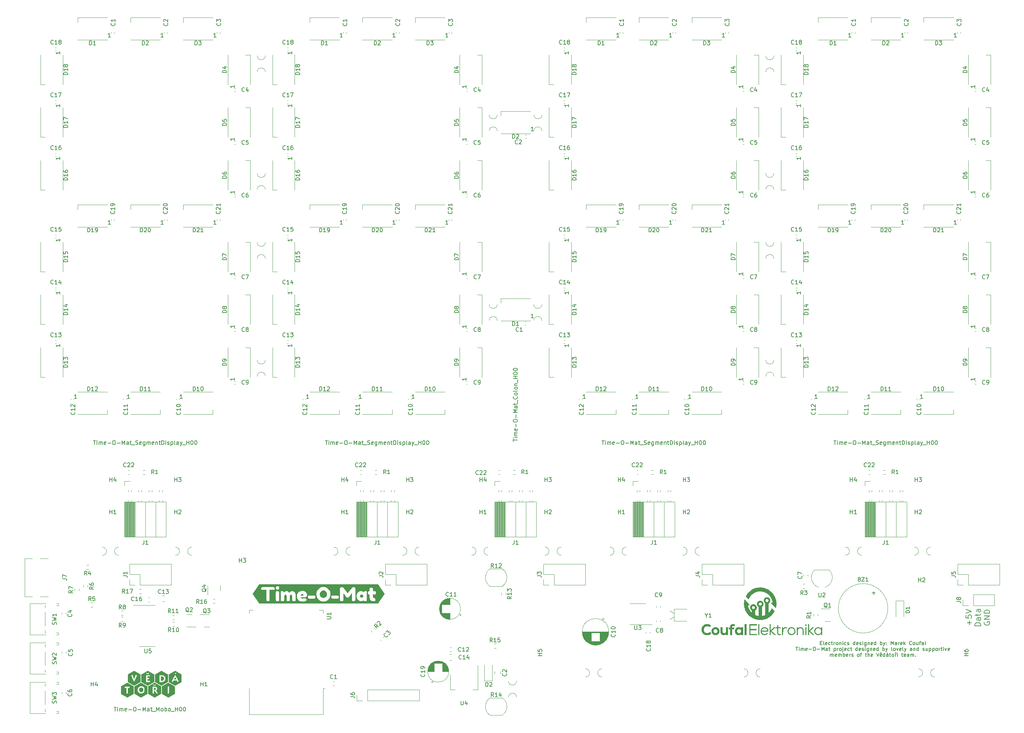
<source format=gbr>
%TF.GenerationSoftware,KiCad,Pcbnew,(6.0.1)*%
%TF.CreationDate,2022-01-22T16:00:37+01:00*%
%TF.ProjectId,Final H00 panelicad_pcb,46696e61-6c20-4483-9030-2070616e656c,rev?*%
%TF.SameCoordinates,Original*%
%TF.FileFunction,Legend,Top*%
%TF.FilePolarity,Positive*%
%FSLAX46Y46*%
G04 Gerber Fmt 4.6, Leading zero omitted, Abs format (unit mm)*
G04 Created by KiCad (PCBNEW (6.0.1)) date 2022-01-22 16:00:37*
%MOMM*%
%LPD*%
G01*
G04 APERTURE LIST*
%ADD10C,0.150000*%
%ADD11C,0.120000*%
%ADD12C,0.100000*%
%ADD13C,0.010000*%
G04 APERTURE END LIST*
D10*
X141008846Y28279091D02*
X141580274Y28279091D01*
X141294560Y27279091D02*
X141294560Y28279091D01*
X141913608Y27279091D02*
X141913608Y27945757D01*
X141913608Y28279091D02*
X141865989Y28231472D01*
X141913608Y28183852D01*
X141961227Y28231472D01*
X141913608Y28279091D01*
X141913608Y28183852D01*
X142389798Y27279091D02*
X142389798Y27945757D01*
X142389798Y27850519D02*
X142437417Y27898138D01*
X142532655Y27945757D01*
X142675512Y27945757D01*
X142770750Y27898138D01*
X142818370Y27802900D01*
X142818370Y27279091D01*
X142818370Y27802900D02*
X142865989Y27898138D01*
X142961227Y27945757D01*
X143104084Y27945757D01*
X143199322Y27898138D01*
X143246941Y27802900D01*
X143246941Y27279091D01*
X144104084Y27326710D02*
X144008846Y27279091D01*
X143818370Y27279091D01*
X143723131Y27326710D01*
X143675512Y27421948D01*
X143675512Y27802900D01*
X143723131Y27898138D01*
X143818370Y27945757D01*
X144008846Y27945757D01*
X144104084Y27898138D01*
X144151703Y27802900D01*
X144151703Y27707662D01*
X143675512Y27612424D01*
X144580274Y27660043D02*
X145342179Y27660043D01*
X146008846Y28279091D02*
X146199322Y28279091D01*
X146294560Y28231472D01*
X146389798Y28136233D01*
X146437417Y27945757D01*
X146437417Y27612424D01*
X146389798Y27421948D01*
X146294560Y27326710D01*
X146199322Y27279091D01*
X146008846Y27279091D01*
X145913608Y27326710D01*
X145818370Y27421948D01*
X145770750Y27612424D01*
X145770750Y27945757D01*
X145818370Y28136233D01*
X145913608Y28231472D01*
X146008846Y28279091D01*
X146865989Y27660043D02*
X147627893Y27660043D01*
X148104084Y27279091D02*
X148104084Y28279091D01*
X148437417Y27564805D01*
X148770750Y28279091D01*
X148770750Y27279091D01*
X149675512Y27279091D02*
X149675512Y27802900D01*
X149627893Y27898138D01*
X149532655Y27945757D01*
X149342179Y27945757D01*
X149246941Y27898138D01*
X149675512Y27326710D02*
X149580274Y27279091D01*
X149342179Y27279091D01*
X149246941Y27326710D01*
X149199322Y27421948D01*
X149199322Y27517186D01*
X149246941Y27612424D01*
X149342179Y27660043D01*
X149580274Y27660043D01*
X149675512Y27707662D01*
X150008846Y27945757D02*
X150389798Y27945757D01*
X150151703Y28279091D02*
X150151703Y27421948D01*
X150199322Y27326710D01*
X150294560Y27279091D01*
X150389798Y27279091D01*
X150485036Y27183852D02*
X151246941Y27183852D01*
X151437417Y27326710D02*
X151580274Y27279091D01*
X151818370Y27279091D01*
X151913608Y27326710D01*
X151961227Y27374329D01*
X152008846Y27469567D01*
X152008846Y27564805D01*
X151961227Y27660043D01*
X151913608Y27707662D01*
X151818370Y27755281D01*
X151627893Y27802900D01*
X151532655Y27850519D01*
X151485036Y27898138D01*
X151437417Y27993376D01*
X151437417Y28088614D01*
X151485036Y28183852D01*
X151532655Y28231472D01*
X151627893Y28279091D01*
X151865989Y28279091D01*
X152008846Y28231472D01*
X152818370Y27326710D02*
X152723131Y27279091D01*
X152532655Y27279091D01*
X152437417Y27326710D01*
X152389798Y27421948D01*
X152389798Y27802900D01*
X152437417Y27898138D01*
X152532655Y27945757D01*
X152723131Y27945757D01*
X152818370Y27898138D01*
X152865989Y27802900D01*
X152865989Y27707662D01*
X152389798Y27612424D01*
X153723131Y27945757D02*
X153723131Y27136233D01*
X153675512Y27040995D01*
X153627893Y26993376D01*
X153532655Y26945757D01*
X153389798Y26945757D01*
X153294560Y26993376D01*
X153723131Y27326710D02*
X153627893Y27279091D01*
X153437417Y27279091D01*
X153342179Y27326710D01*
X153294560Y27374329D01*
X153246941Y27469567D01*
X153246941Y27755281D01*
X153294560Y27850519D01*
X153342179Y27898138D01*
X153437417Y27945757D01*
X153627893Y27945757D01*
X153723131Y27898138D01*
X154199322Y27279091D02*
X154199322Y27945757D01*
X154199322Y27850519D02*
X154246941Y27898138D01*
X154342179Y27945757D01*
X154485036Y27945757D01*
X154580274Y27898138D01*
X154627893Y27802900D01*
X154627893Y27279091D01*
X154627893Y27802900D02*
X154675512Y27898138D01*
X154770750Y27945757D01*
X154913608Y27945757D01*
X155008846Y27898138D01*
X155056465Y27802900D01*
X155056465Y27279091D01*
X155913608Y27326710D02*
X155818370Y27279091D01*
X155627893Y27279091D01*
X155532655Y27326710D01*
X155485036Y27421948D01*
X155485036Y27802900D01*
X155532655Y27898138D01*
X155627893Y27945757D01*
X155818370Y27945757D01*
X155913608Y27898138D01*
X155961227Y27802900D01*
X155961227Y27707662D01*
X155485036Y27612424D01*
X156389798Y27945757D02*
X156389798Y27279091D01*
X156389798Y27850519D02*
X156437417Y27898138D01*
X156532655Y27945757D01*
X156675512Y27945757D01*
X156770750Y27898138D01*
X156818370Y27802900D01*
X156818370Y27279091D01*
X157151703Y27945757D02*
X157532655Y27945757D01*
X157294560Y28279091D02*
X157294560Y27421948D01*
X157342179Y27326710D01*
X157437417Y27279091D01*
X157532655Y27279091D01*
X157865989Y27279091D02*
X157865989Y28279091D01*
X158104084Y28279091D01*
X158246941Y28231472D01*
X158342179Y28136233D01*
X158389798Y28040995D01*
X158437417Y27850519D01*
X158437417Y27707662D01*
X158389798Y27517186D01*
X158342179Y27421948D01*
X158246941Y27326710D01*
X158104084Y27279091D01*
X157865989Y27279091D01*
X158865989Y27279091D02*
X158865989Y27945757D01*
X158865989Y28279091D02*
X158818370Y28231472D01*
X158865989Y28183852D01*
X158913608Y28231472D01*
X158865989Y28279091D01*
X158865989Y28183852D01*
X159294560Y27326710D02*
X159389798Y27279091D01*
X159580274Y27279091D01*
X159675512Y27326710D01*
X159723131Y27421948D01*
X159723131Y27469567D01*
X159675512Y27564805D01*
X159580274Y27612424D01*
X159437417Y27612424D01*
X159342179Y27660043D01*
X159294560Y27755281D01*
X159294560Y27802900D01*
X159342179Y27898138D01*
X159437417Y27945757D01*
X159580274Y27945757D01*
X159675512Y27898138D01*
X160151703Y27945757D02*
X160151703Y26945757D01*
X160151703Y27898138D02*
X160246941Y27945757D01*
X160437417Y27945757D01*
X160532655Y27898138D01*
X160580274Y27850519D01*
X160627893Y27755281D01*
X160627893Y27469567D01*
X160580274Y27374329D01*
X160532655Y27326710D01*
X160437417Y27279091D01*
X160246941Y27279091D01*
X160151703Y27326710D01*
X161199322Y27279091D02*
X161104084Y27326710D01*
X161056465Y27421948D01*
X161056465Y28279091D01*
X162008846Y27279091D02*
X162008846Y27802900D01*
X161961227Y27898138D01*
X161865989Y27945757D01*
X161675512Y27945757D01*
X161580274Y27898138D01*
X162008846Y27326710D02*
X161913608Y27279091D01*
X161675512Y27279091D01*
X161580274Y27326710D01*
X161532655Y27421948D01*
X161532655Y27517186D01*
X161580274Y27612424D01*
X161675512Y27660043D01*
X161913608Y27660043D01*
X162008846Y27707662D01*
X162389798Y27945757D02*
X162627893Y27279091D01*
X162865989Y27945757D02*
X162627893Y27279091D01*
X162532655Y27040995D01*
X162485036Y26993376D01*
X162389798Y26945757D01*
X163008846Y27183852D02*
X163770750Y27183852D01*
X164008846Y27279091D02*
X164008846Y28279091D01*
X164008846Y27802900D02*
X164580274Y27802900D01*
X164580274Y27279091D02*
X164580274Y28279091D01*
X165246941Y28279091D02*
X165342179Y28279091D01*
X165437417Y28231472D01*
X165485036Y28183852D01*
X165532655Y28088614D01*
X165580274Y27898138D01*
X165580274Y27660043D01*
X165532655Y27469567D01*
X165485036Y27374329D01*
X165437417Y27326710D01*
X165342179Y27279091D01*
X165246941Y27279091D01*
X165151703Y27326710D01*
X165104084Y27374329D01*
X165056465Y27469567D01*
X165008846Y27660043D01*
X165008846Y27898138D01*
X165056465Y28088614D01*
X165104084Y28183852D01*
X165151703Y28231472D01*
X165246941Y28279091D01*
X166199322Y28279091D02*
X166294560Y28279091D01*
X166389798Y28231472D01*
X166437417Y28183852D01*
X166485036Y28088614D01*
X166532655Y27898138D01*
X166532655Y27660043D01*
X166485036Y27469567D01*
X166437417Y27374329D01*
X166389798Y27326710D01*
X166294560Y27279091D01*
X166199322Y27279091D01*
X166104084Y27326710D01*
X166056465Y27374329D01*
X166008846Y27469567D01*
X165961227Y27660043D01*
X165961227Y27898138D01*
X166008846Y28088614D01*
X166056465Y28183852D01*
X166104084Y28231472D01*
X166199322Y28279091D01*
X194829142Y-21600714D02*
X195129142Y-21600714D01*
X195257714Y-22072142D02*
X194829142Y-22072142D01*
X194829142Y-21172142D01*
X195257714Y-21172142D01*
X195772000Y-22072142D02*
X195686285Y-22029285D01*
X195643428Y-21943571D01*
X195643428Y-21172142D01*
X196457714Y-22029285D02*
X196372000Y-22072142D01*
X196200571Y-22072142D01*
X196114857Y-22029285D01*
X196072000Y-21943571D01*
X196072000Y-21600714D01*
X196114857Y-21515000D01*
X196200571Y-21472142D01*
X196372000Y-21472142D01*
X196457714Y-21515000D01*
X196500571Y-21600714D01*
X196500571Y-21686428D01*
X196072000Y-21772142D01*
X197272000Y-22029285D02*
X197186285Y-22072142D01*
X197014857Y-22072142D01*
X196929142Y-22029285D01*
X196886285Y-21986428D01*
X196843428Y-21900714D01*
X196843428Y-21643571D01*
X196886285Y-21557857D01*
X196929142Y-21515000D01*
X197014857Y-21472142D01*
X197186285Y-21472142D01*
X197272000Y-21515000D01*
X197529142Y-21472142D02*
X197872000Y-21472142D01*
X197657714Y-21172142D02*
X197657714Y-21943571D01*
X197700571Y-22029285D01*
X197786285Y-22072142D01*
X197872000Y-22072142D01*
X198172000Y-22072142D02*
X198172000Y-21472142D01*
X198172000Y-21643571D02*
X198214857Y-21557857D01*
X198257714Y-21515000D01*
X198343428Y-21472142D01*
X198429142Y-21472142D01*
X198857714Y-22072142D02*
X198772000Y-22029285D01*
X198729142Y-21986428D01*
X198686285Y-21900714D01*
X198686285Y-21643571D01*
X198729142Y-21557857D01*
X198772000Y-21515000D01*
X198857714Y-21472142D01*
X198986285Y-21472142D01*
X199072000Y-21515000D01*
X199114857Y-21557857D01*
X199157714Y-21643571D01*
X199157714Y-21900714D01*
X199114857Y-21986428D01*
X199072000Y-22029285D01*
X198986285Y-22072142D01*
X198857714Y-22072142D01*
X199543428Y-21472142D02*
X199543428Y-22072142D01*
X199543428Y-21557857D02*
X199586285Y-21515000D01*
X199672000Y-21472142D01*
X199800571Y-21472142D01*
X199886285Y-21515000D01*
X199929142Y-21600714D01*
X199929142Y-22072142D01*
X200357714Y-22072142D02*
X200357714Y-21472142D01*
X200357714Y-21172142D02*
X200314857Y-21215000D01*
X200357714Y-21257857D01*
X200400571Y-21215000D01*
X200357714Y-21172142D01*
X200357714Y-21257857D01*
X201172000Y-22029285D02*
X201086285Y-22072142D01*
X200914857Y-22072142D01*
X200829142Y-22029285D01*
X200786285Y-21986428D01*
X200743428Y-21900714D01*
X200743428Y-21643571D01*
X200786285Y-21557857D01*
X200829142Y-21515000D01*
X200914857Y-21472142D01*
X201086285Y-21472142D01*
X201172000Y-21515000D01*
X201514857Y-22029285D02*
X201600571Y-22072142D01*
X201772000Y-22072142D01*
X201857714Y-22029285D01*
X201900571Y-21943571D01*
X201900571Y-21900714D01*
X201857714Y-21815000D01*
X201772000Y-21772142D01*
X201643428Y-21772142D01*
X201557714Y-21729285D01*
X201514857Y-21643571D01*
X201514857Y-21600714D01*
X201557714Y-21515000D01*
X201643428Y-21472142D01*
X201772000Y-21472142D01*
X201857714Y-21515000D01*
X203357714Y-22072142D02*
X203357714Y-21172142D01*
X203357714Y-22029285D02*
X203272000Y-22072142D01*
X203100571Y-22072142D01*
X203014857Y-22029285D01*
X202972000Y-21986428D01*
X202929142Y-21900714D01*
X202929142Y-21643571D01*
X202972000Y-21557857D01*
X203014857Y-21515000D01*
X203100571Y-21472142D01*
X203272000Y-21472142D01*
X203357714Y-21515000D01*
X204129142Y-22029285D02*
X204043428Y-22072142D01*
X203872000Y-22072142D01*
X203786285Y-22029285D01*
X203743428Y-21943571D01*
X203743428Y-21600714D01*
X203786285Y-21515000D01*
X203872000Y-21472142D01*
X204043428Y-21472142D01*
X204129142Y-21515000D01*
X204172000Y-21600714D01*
X204172000Y-21686428D01*
X203743428Y-21772142D01*
X204514857Y-22029285D02*
X204600571Y-22072142D01*
X204772000Y-22072142D01*
X204857714Y-22029285D01*
X204900571Y-21943571D01*
X204900571Y-21900714D01*
X204857714Y-21815000D01*
X204772000Y-21772142D01*
X204643428Y-21772142D01*
X204557714Y-21729285D01*
X204514857Y-21643571D01*
X204514857Y-21600714D01*
X204557714Y-21515000D01*
X204643428Y-21472142D01*
X204772000Y-21472142D01*
X204857714Y-21515000D01*
X205286285Y-22072142D02*
X205286285Y-21472142D01*
X205286285Y-21172142D02*
X205243428Y-21215000D01*
X205286285Y-21257857D01*
X205329142Y-21215000D01*
X205286285Y-21172142D01*
X205286285Y-21257857D01*
X206100571Y-21472142D02*
X206100571Y-22200714D01*
X206057714Y-22286428D01*
X206014857Y-22329285D01*
X205929142Y-22372142D01*
X205800571Y-22372142D01*
X205714857Y-22329285D01*
X206100571Y-22029285D02*
X206014857Y-22072142D01*
X205843428Y-22072142D01*
X205757714Y-22029285D01*
X205714857Y-21986428D01*
X205672000Y-21900714D01*
X205672000Y-21643571D01*
X205714857Y-21557857D01*
X205757714Y-21515000D01*
X205843428Y-21472142D01*
X206014857Y-21472142D01*
X206100571Y-21515000D01*
X206529142Y-21472142D02*
X206529142Y-22072142D01*
X206529142Y-21557857D02*
X206572000Y-21515000D01*
X206657714Y-21472142D01*
X206786285Y-21472142D01*
X206872000Y-21515000D01*
X206914857Y-21600714D01*
X206914857Y-22072142D01*
X207686285Y-22029285D02*
X207600571Y-22072142D01*
X207429142Y-22072142D01*
X207343428Y-22029285D01*
X207300571Y-21943571D01*
X207300571Y-21600714D01*
X207343428Y-21515000D01*
X207429142Y-21472142D01*
X207600571Y-21472142D01*
X207686285Y-21515000D01*
X207729142Y-21600714D01*
X207729142Y-21686428D01*
X207300571Y-21772142D01*
X208500571Y-22072142D02*
X208500571Y-21172142D01*
X208500571Y-22029285D02*
X208414857Y-22072142D01*
X208243428Y-22072142D01*
X208157714Y-22029285D01*
X208114857Y-21986428D01*
X208072000Y-21900714D01*
X208072000Y-21643571D01*
X208114857Y-21557857D01*
X208157714Y-21515000D01*
X208243428Y-21472142D01*
X208414857Y-21472142D01*
X208500571Y-21515000D01*
X209614857Y-22072142D02*
X209614857Y-21172142D01*
X209614857Y-21515000D02*
X209700571Y-21472142D01*
X209872000Y-21472142D01*
X209957714Y-21515000D01*
X210000571Y-21557857D01*
X210043428Y-21643571D01*
X210043428Y-21900714D01*
X210000571Y-21986428D01*
X209957714Y-22029285D01*
X209872000Y-22072142D01*
X209700571Y-22072142D01*
X209614857Y-22029285D01*
X210343428Y-21472142D02*
X210557714Y-22072142D01*
X210772000Y-21472142D02*
X210557714Y-22072142D01*
X210472000Y-22286428D01*
X210429142Y-22329285D01*
X210343428Y-22372142D01*
X211114857Y-21986428D02*
X211157714Y-22029285D01*
X211114857Y-22072142D01*
X211072000Y-22029285D01*
X211114857Y-21986428D01*
X211114857Y-22072142D01*
X211114857Y-21515000D02*
X211157714Y-21557857D01*
X211114857Y-21600714D01*
X211072000Y-21557857D01*
X211114857Y-21515000D01*
X211114857Y-21600714D01*
X212229142Y-22072142D02*
X212229142Y-21172142D01*
X212529142Y-21815000D01*
X212829142Y-21172142D01*
X212829142Y-22072142D01*
X213643428Y-22072142D02*
X213643428Y-21600714D01*
X213600571Y-21515000D01*
X213514857Y-21472142D01*
X213343428Y-21472142D01*
X213257714Y-21515000D01*
X213643428Y-22029285D02*
X213557714Y-22072142D01*
X213343428Y-22072142D01*
X213257714Y-22029285D01*
X213214857Y-21943571D01*
X213214857Y-21857857D01*
X213257714Y-21772142D01*
X213343428Y-21729285D01*
X213557714Y-21729285D01*
X213643428Y-21686428D01*
X214072000Y-22072142D02*
X214072000Y-21472142D01*
X214072000Y-21643571D02*
X214114857Y-21557857D01*
X214157714Y-21515000D01*
X214243428Y-21472142D01*
X214329142Y-21472142D01*
X214972000Y-22029285D02*
X214886285Y-22072142D01*
X214714857Y-22072142D01*
X214629142Y-22029285D01*
X214586285Y-21943571D01*
X214586285Y-21600714D01*
X214629142Y-21515000D01*
X214714857Y-21472142D01*
X214886285Y-21472142D01*
X214972000Y-21515000D01*
X215014857Y-21600714D01*
X215014857Y-21686428D01*
X214586285Y-21772142D01*
X215400571Y-22072142D02*
X215400571Y-21172142D01*
X215486285Y-21729285D02*
X215743428Y-22072142D01*
X215743428Y-21472142D02*
X215400571Y-21815000D01*
X217329142Y-21986428D02*
X217286285Y-22029285D01*
X217157714Y-22072142D01*
X217072000Y-22072142D01*
X216943428Y-22029285D01*
X216857714Y-21943571D01*
X216814857Y-21857857D01*
X216772000Y-21686428D01*
X216772000Y-21557857D01*
X216814857Y-21386428D01*
X216857714Y-21300714D01*
X216943428Y-21215000D01*
X217072000Y-21172142D01*
X217157714Y-21172142D01*
X217286285Y-21215000D01*
X217329142Y-21257857D01*
X217843428Y-22072142D02*
X217757714Y-22029285D01*
X217714857Y-21986428D01*
X217672000Y-21900714D01*
X217672000Y-21643571D01*
X217714857Y-21557857D01*
X217757714Y-21515000D01*
X217843428Y-21472142D01*
X217972000Y-21472142D01*
X218057714Y-21515000D01*
X218100571Y-21557857D01*
X218143428Y-21643571D01*
X218143428Y-21900714D01*
X218100571Y-21986428D01*
X218057714Y-22029285D01*
X217972000Y-22072142D01*
X217843428Y-22072142D01*
X218914857Y-21472142D02*
X218914857Y-22072142D01*
X218529142Y-21472142D02*
X218529142Y-21943571D01*
X218572000Y-22029285D01*
X218657714Y-22072142D01*
X218786285Y-22072142D01*
X218872000Y-22029285D01*
X218914857Y-21986428D01*
X219214857Y-21472142D02*
X219557714Y-21472142D01*
X219343428Y-22072142D02*
X219343428Y-21300714D01*
X219386285Y-21215000D01*
X219472000Y-21172142D01*
X219557714Y-21172142D01*
X220243428Y-22072142D02*
X220243428Y-21600714D01*
X220200571Y-21515000D01*
X220114857Y-21472142D01*
X219943428Y-21472142D01*
X219857714Y-21515000D01*
X220243428Y-22029285D02*
X220157714Y-22072142D01*
X219943428Y-22072142D01*
X219857714Y-22029285D01*
X219814857Y-21943571D01*
X219814857Y-21857857D01*
X219857714Y-21772142D01*
X219943428Y-21729285D01*
X220157714Y-21729285D01*
X220243428Y-21686428D01*
X220800571Y-22072142D02*
X220714857Y-22029285D01*
X220672000Y-21943571D01*
X220672000Y-21172142D01*
X188786285Y-22621142D02*
X189300571Y-22621142D01*
X189043428Y-23521142D02*
X189043428Y-22621142D01*
X189600571Y-23521142D02*
X189600571Y-22921142D01*
X189600571Y-22621142D02*
X189557714Y-22664000D01*
X189600571Y-22706857D01*
X189643428Y-22664000D01*
X189600571Y-22621142D01*
X189600571Y-22706857D01*
X190029142Y-23521142D02*
X190029142Y-22921142D01*
X190029142Y-23006857D02*
X190072000Y-22964000D01*
X190157714Y-22921142D01*
X190286285Y-22921142D01*
X190372000Y-22964000D01*
X190414857Y-23049714D01*
X190414857Y-23521142D01*
X190414857Y-23049714D02*
X190457714Y-22964000D01*
X190543428Y-22921142D01*
X190672000Y-22921142D01*
X190757714Y-22964000D01*
X190800571Y-23049714D01*
X190800571Y-23521142D01*
X191572000Y-23478285D02*
X191486285Y-23521142D01*
X191314857Y-23521142D01*
X191229142Y-23478285D01*
X191186285Y-23392571D01*
X191186285Y-23049714D01*
X191229142Y-22964000D01*
X191314857Y-22921142D01*
X191486285Y-22921142D01*
X191572000Y-22964000D01*
X191614857Y-23049714D01*
X191614857Y-23135428D01*
X191186285Y-23221142D01*
X192000571Y-23178285D02*
X192686285Y-23178285D01*
X193286285Y-22621142D02*
X193457714Y-22621142D01*
X193543428Y-22664000D01*
X193629142Y-22749714D01*
X193672000Y-22921142D01*
X193672000Y-23221142D01*
X193629142Y-23392571D01*
X193543428Y-23478285D01*
X193457714Y-23521142D01*
X193286285Y-23521142D01*
X193200571Y-23478285D01*
X193114857Y-23392571D01*
X193072000Y-23221142D01*
X193072000Y-22921142D01*
X193114857Y-22749714D01*
X193200571Y-22664000D01*
X193286285Y-22621142D01*
X194057714Y-23178285D02*
X194743428Y-23178285D01*
X195172000Y-23521142D02*
X195172000Y-22621142D01*
X195472000Y-23264000D01*
X195772000Y-22621142D01*
X195772000Y-23521142D01*
X196586285Y-23521142D02*
X196586285Y-23049714D01*
X196543428Y-22964000D01*
X196457714Y-22921142D01*
X196286285Y-22921142D01*
X196200571Y-22964000D01*
X196586285Y-23478285D02*
X196500571Y-23521142D01*
X196286285Y-23521142D01*
X196200571Y-23478285D01*
X196157714Y-23392571D01*
X196157714Y-23306857D01*
X196200571Y-23221142D01*
X196286285Y-23178285D01*
X196500571Y-23178285D01*
X196586285Y-23135428D01*
X196886285Y-22921142D02*
X197229142Y-22921142D01*
X197014857Y-22621142D02*
X197014857Y-23392571D01*
X197057714Y-23478285D01*
X197143428Y-23521142D01*
X197229142Y-23521142D01*
X198214857Y-22921142D02*
X198214857Y-23821142D01*
X198214857Y-22964000D02*
X198300571Y-22921142D01*
X198472000Y-22921142D01*
X198557714Y-22964000D01*
X198600571Y-23006857D01*
X198643428Y-23092571D01*
X198643428Y-23349714D01*
X198600571Y-23435428D01*
X198557714Y-23478285D01*
X198472000Y-23521142D01*
X198300571Y-23521142D01*
X198214857Y-23478285D01*
X199029142Y-23521142D02*
X199029142Y-22921142D01*
X199029142Y-23092571D02*
X199072000Y-23006857D01*
X199114857Y-22964000D01*
X199200571Y-22921142D01*
X199286285Y-22921142D01*
X199714857Y-23521142D02*
X199629142Y-23478285D01*
X199586285Y-23435428D01*
X199543428Y-23349714D01*
X199543428Y-23092571D01*
X199586285Y-23006857D01*
X199629142Y-22964000D01*
X199714857Y-22921142D01*
X199843428Y-22921142D01*
X199929142Y-22964000D01*
X199972000Y-23006857D01*
X200014857Y-23092571D01*
X200014857Y-23349714D01*
X199972000Y-23435428D01*
X199929142Y-23478285D01*
X199843428Y-23521142D01*
X199714857Y-23521142D01*
X200400571Y-22921142D02*
X200400571Y-23692571D01*
X200357714Y-23778285D01*
X200272000Y-23821142D01*
X200229142Y-23821142D01*
X200400571Y-22621142D02*
X200357714Y-22664000D01*
X200400571Y-22706857D01*
X200443428Y-22664000D01*
X200400571Y-22621142D01*
X200400571Y-22706857D01*
X201172000Y-23478285D02*
X201086285Y-23521142D01*
X200914857Y-23521142D01*
X200829142Y-23478285D01*
X200786285Y-23392571D01*
X200786285Y-23049714D01*
X200829142Y-22964000D01*
X200914857Y-22921142D01*
X201086285Y-22921142D01*
X201172000Y-22964000D01*
X201214857Y-23049714D01*
X201214857Y-23135428D01*
X200786285Y-23221142D01*
X201986285Y-23478285D02*
X201900571Y-23521142D01*
X201729142Y-23521142D01*
X201643428Y-23478285D01*
X201600571Y-23435428D01*
X201557714Y-23349714D01*
X201557714Y-23092571D01*
X201600571Y-23006857D01*
X201643428Y-22964000D01*
X201729142Y-22921142D01*
X201900571Y-22921142D01*
X201986285Y-22964000D01*
X202243428Y-22921142D02*
X202586285Y-22921142D01*
X202372000Y-22621142D02*
X202372000Y-23392571D01*
X202414857Y-23478285D01*
X202500571Y-23521142D01*
X202586285Y-23521142D01*
X203957714Y-23521142D02*
X203957714Y-22621142D01*
X203957714Y-23478285D02*
X203872000Y-23521142D01*
X203700571Y-23521142D01*
X203614857Y-23478285D01*
X203572000Y-23435428D01*
X203529142Y-23349714D01*
X203529142Y-23092571D01*
X203572000Y-23006857D01*
X203614857Y-22964000D01*
X203700571Y-22921142D01*
X203872000Y-22921142D01*
X203957714Y-22964000D01*
X204729142Y-23478285D02*
X204643428Y-23521142D01*
X204472000Y-23521142D01*
X204386285Y-23478285D01*
X204343428Y-23392571D01*
X204343428Y-23049714D01*
X204386285Y-22964000D01*
X204472000Y-22921142D01*
X204643428Y-22921142D01*
X204729142Y-22964000D01*
X204772000Y-23049714D01*
X204772000Y-23135428D01*
X204343428Y-23221142D01*
X205114857Y-23478285D02*
X205200571Y-23521142D01*
X205372000Y-23521142D01*
X205457714Y-23478285D01*
X205500571Y-23392571D01*
X205500571Y-23349714D01*
X205457714Y-23264000D01*
X205372000Y-23221142D01*
X205243428Y-23221142D01*
X205157714Y-23178285D01*
X205114857Y-23092571D01*
X205114857Y-23049714D01*
X205157714Y-22964000D01*
X205243428Y-22921142D01*
X205372000Y-22921142D01*
X205457714Y-22964000D01*
X205886285Y-23521142D02*
X205886285Y-22921142D01*
X205886285Y-22621142D02*
X205843428Y-22664000D01*
X205886285Y-22706857D01*
X205929142Y-22664000D01*
X205886285Y-22621142D01*
X205886285Y-22706857D01*
X206700571Y-22921142D02*
X206700571Y-23649714D01*
X206657714Y-23735428D01*
X206614857Y-23778285D01*
X206529142Y-23821142D01*
X206400571Y-23821142D01*
X206314857Y-23778285D01*
X206700571Y-23478285D02*
X206614857Y-23521142D01*
X206443428Y-23521142D01*
X206357714Y-23478285D01*
X206314857Y-23435428D01*
X206272000Y-23349714D01*
X206272000Y-23092571D01*
X206314857Y-23006857D01*
X206357714Y-22964000D01*
X206443428Y-22921142D01*
X206614857Y-22921142D01*
X206700571Y-22964000D01*
X207129142Y-22921142D02*
X207129142Y-23521142D01*
X207129142Y-23006857D02*
X207172000Y-22964000D01*
X207257714Y-22921142D01*
X207386285Y-22921142D01*
X207472000Y-22964000D01*
X207514857Y-23049714D01*
X207514857Y-23521142D01*
X208286285Y-23478285D02*
X208200571Y-23521142D01*
X208029142Y-23521142D01*
X207943428Y-23478285D01*
X207900571Y-23392571D01*
X207900571Y-23049714D01*
X207943428Y-22964000D01*
X208029142Y-22921142D01*
X208200571Y-22921142D01*
X208286285Y-22964000D01*
X208329142Y-23049714D01*
X208329142Y-23135428D01*
X207900571Y-23221142D01*
X209100571Y-23521142D02*
X209100571Y-22621142D01*
X209100571Y-23478285D02*
X209014857Y-23521142D01*
X208843428Y-23521142D01*
X208757714Y-23478285D01*
X208714857Y-23435428D01*
X208672000Y-23349714D01*
X208672000Y-23092571D01*
X208714857Y-23006857D01*
X208757714Y-22964000D01*
X208843428Y-22921142D01*
X209014857Y-22921142D01*
X209100571Y-22964000D01*
X210214857Y-23521142D02*
X210214857Y-22621142D01*
X210214857Y-22964000D02*
X210300571Y-22921142D01*
X210472000Y-22921142D01*
X210557714Y-22964000D01*
X210600571Y-23006857D01*
X210643428Y-23092571D01*
X210643428Y-23349714D01*
X210600571Y-23435428D01*
X210557714Y-23478285D01*
X210472000Y-23521142D01*
X210300571Y-23521142D01*
X210214857Y-23478285D01*
X210943428Y-22921142D02*
X211157714Y-23521142D01*
X211372000Y-22921142D02*
X211157714Y-23521142D01*
X211072000Y-23735428D01*
X211029142Y-23778285D01*
X210943428Y-23821142D01*
X212529142Y-23521142D02*
X212443428Y-23478285D01*
X212400571Y-23392571D01*
X212400571Y-22621142D01*
X213000571Y-23521142D02*
X212914857Y-23478285D01*
X212872000Y-23435428D01*
X212829142Y-23349714D01*
X212829142Y-23092571D01*
X212872000Y-23006857D01*
X212914857Y-22964000D01*
X213000571Y-22921142D01*
X213129142Y-22921142D01*
X213214857Y-22964000D01*
X213257714Y-23006857D01*
X213300571Y-23092571D01*
X213300571Y-23349714D01*
X213257714Y-23435428D01*
X213214857Y-23478285D01*
X213129142Y-23521142D01*
X213000571Y-23521142D01*
X213600571Y-22921142D02*
X213814857Y-23521142D01*
X214029142Y-22921142D01*
X214714857Y-23478285D02*
X214629142Y-23521142D01*
X214457714Y-23521142D01*
X214372000Y-23478285D01*
X214329142Y-23392571D01*
X214329142Y-23049714D01*
X214372000Y-22964000D01*
X214457714Y-22921142D01*
X214629142Y-22921142D01*
X214714857Y-22964000D01*
X214757714Y-23049714D01*
X214757714Y-23135428D01*
X214329142Y-23221142D01*
X215272000Y-23521142D02*
X215186285Y-23478285D01*
X215143428Y-23392571D01*
X215143428Y-22621142D01*
X215529142Y-22921142D02*
X215743428Y-23521142D01*
X215957714Y-22921142D02*
X215743428Y-23521142D01*
X215657714Y-23735428D01*
X215614857Y-23778285D01*
X215529142Y-23821142D01*
X217372000Y-23521142D02*
X217372000Y-23049714D01*
X217329142Y-22964000D01*
X217243428Y-22921142D01*
X217072000Y-22921142D01*
X216986285Y-22964000D01*
X217372000Y-23478285D02*
X217286285Y-23521142D01*
X217072000Y-23521142D01*
X216986285Y-23478285D01*
X216943428Y-23392571D01*
X216943428Y-23306857D01*
X216986285Y-23221142D01*
X217072000Y-23178285D01*
X217286285Y-23178285D01*
X217372000Y-23135428D01*
X217800571Y-22921142D02*
X217800571Y-23521142D01*
X217800571Y-23006857D02*
X217843428Y-22964000D01*
X217929142Y-22921142D01*
X218057714Y-22921142D01*
X218143428Y-22964000D01*
X218186285Y-23049714D01*
X218186285Y-23521142D01*
X219000571Y-23521142D02*
X219000571Y-22621142D01*
X219000571Y-23478285D02*
X218914857Y-23521142D01*
X218743428Y-23521142D01*
X218657714Y-23478285D01*
X218614857Y-23435428D01*
X218572000Y-23349714D01*
X218572000Y-23092571D01*
X218614857Y-23006857D01*
X218657714Y-22964000D01*
X218743428Y-22921142D01*
X218914857Y-22921142D01*
X219000571Y-22964000D01*
X220072000Y-23478285D02*
X220157714Y-23521142D01*
X220329142Y-23521142D01*
X220414857Y-23478285D01*
X220457714Y-23392571D01*
X220457714Y-23349714D01*
X220414857Y-23264000D01*
X220329142Y-23221142D01*
X220200571Y-23221142D01*
X220114857Y-23178285D01*
X220072000Y-23092571D01*
X220072000Y-23049714D01*
X220114857Y-22964000D01*
X220200571Y-22921142D01*
X220329142Y-22921142D01*
X220414857Y-22964000D01*
X221229142Y-22921142D02*
X221229142Y-23521142D01*
X220843428Y-22921142D02*
X220843428Y-23392571D01*
X220886285Y-23478285D01*
X220972000Y-23521142D01*
X221100571Y-23521142D01*
X221186285Y-23478285D01*
X221229142Y-23435428D01*
X221657714Y-22921142D02*
X221657714Y-23821142D01*
X221657714Y-22964000D02*
X221743428Y-22921142D01*
X221914857Y-22921142D01*
X222000571Y-22964000D01*
X222043428Y-23006857D01*
X222086285Y-23092571D01*
X222086285Y-23349714D01*
X222043428Y-23435428D01*
X222000571Y-23478285D01*
X221914857Y-23521142D01*
X221743428Y-23521142D01*
X221657714Y-23478285D01*
X222472000Y-22921142D02*
X222472000Y-23821142D01*
X222472000Y-22964000D02*
X222557714Y-22921142D01*
X222729142Y-22921142D01*
X222814857Y-22964000D01*
X222857714Y-23006857D01*
X222900571Y-23092571D01*
X222900571Y-23349714D01*
X222857714Y-23435428D01*
X222814857Y-23478285D01*
X222729142Y-23521142D01*
X222557714Y-23521142D01*
X222472000Y-23478285D01*
X223414857Y-23521142D02*
X223329142Y-23478285D01*
X223286285Y-23435428D01*
X223243428Y-23349714D01*
X223243428Y-23092571D01*
X223286285Y-23006857D01*
X223329142Y-22964000D01*
X223414857Y-22921142D01*
X223543428Y-22921142D01*
X223629142Y-22964000D01*
X223672000Y-23006857D01*
X223714857Y-23092571D01*
X223714857Y-23349714D01*
X223672000Y-23435428D01*
X223629142Y-23478285D01*
X223543428Y-23521142D01*
X223414857Y-23521142D01*
X224100571Y-23521142D02*
X224100571Y-22921142D01*
X224100571Y-23092571D02*
X224143428Y-23006857D01*
X224186285Y-22964000D01*
X224272000Y-22921142D01*
X224357714Y-22921142D01*
X224529142Y-22921142D02*
X224872000Y-22921142D01*
X224657714Y-22621142D02*
X224657714Y-23392571D01*
X224700571Y-23478285D01*
X224786285Y-23521142D01*
X224872000Y-23521142D01*
X225172000Y-23521142D02*
X225172000Y-22921142D01*
X225172000Y-22621142D02*
X225129142Y-22664000D01*
X225172000Y-22706857D01*
X225214857Y-22664000D01*
X225172000Y-22621142D01*
X225172000Y-22706857D01*
X225514857Y-22921142D02*
X225729142Y-23521142D01*
X225943428Y-22921142D01*
X226629142Y-23478285D02*
X226543428Y-23521142D01*
X226372000Y-23521142D01*
X226286285Y-23478285D01*
X226243428Y-23392571D01*
X226243428Y-23049714D01*
X226286285Y-22964000D01*
X226372000Y-22921142D01*
X226543428Y-22921142D01*
X226629142Y-22964000D01*
X226672000Y-23049714D01*
X226672000Y-23135428D01*
X226243428Y-23221142D01*
X197271999Y-24970142D02*
X197271999Y-24370142D01*
X197271999Y-24455857D02*
X197314857Y-24413000D01*
X197400571Y-24370142D01*
X197529142Y-24370142D01*
X197614857Y-24413000D01*
X197657714Y-24498714D01*
X197657714Y-24970142D01*
X197657714Y-24498714D02*
X197700571Y-24413000D01*
X197786285Y-24370142D01*
X197914857Y-24370142D01*
X198000571Y-24413000D01*
X198043428Y-24498714D01*
X198043428Y-24970142D01*
X198814857Y-24927285D02*
X198729142Y-24970142D01*
X198557714Y-24970142D01*
X198471999Y-24927285D01*
X198429142Y-24841571D01*
X198429142Y-24498714D01*
X198471999Y-24413000D01*
X198557714Y-24370142D01*
X198729142Y-24370142D01*
X198814857Y-24413000D01*
X198857714Y-24498714D01*
X198857714Y-24584428D01*
X198429142Y-24670142D01*
X199243428Y-24970142D02*
X199243428Y-24370142D01*
X199243428Y-24455857D02*
X199286285Y-24413000D01*
X199371999Y-24370142D01*
X199500571Y-24370142D01*
X199586285Y-24413000D01*
X199629142Y-24498714D01*
X199629142Y-24970142D01*
X199629142Y-24498714D02*
X199671999Y-24413000D01*
X199757714Y-24370142D01*
X199886285Y-24370142D01*
X199971999Y-24413000D01*
X200014857Y-24498714D01*
X200014857Y-24970142D01*
X200443428Y-24970142D02*
X200443428Y-24070142D01*
X200443428Y-24413000D02*
X200529142Y-24370142D01*
X200700571Y-24370142D01*
X200786285Y-24413000D01*
X200829142Y-24455857D01*
X200871999Y-24541571D01*
X200871999Y-24798714D01*
X200829142Y-24884428D01*
X200786285Y-24927285D01*
X200700571Y-24970142D01*
X200529142Y-24970142D01*
X200443428Y-24927285D01*
X201600571Y-24927285D02*
X201514857Y-24970142D01*
X201343428Y-24970142D01*
X201257714Y-24927285D01*
X201214857Y-24841571D01*
X201214857Y-24498714D01*
X201257714Y-24413000D01*
X201343428Y-24370142D01*
X201514857Y-24370142D01*
X201600571Y-24413000D01*
X201643428Y-24498714D01*
X201643428Y-24584428D01*
X201214857Y-24670142D01*
X202029142Y-24970142D02*
X202029142Y-24370142D01*
X202029142Y-24541571D02*
X202071999Y-24455857D01*
X202114857Y-24413000D01*
X202200571Y-24370142D01*
X202286285Y-24370142D01*
X202543428Y-24927285D02*
X202629142Y-24970142D01*
X202800571Y-24970142D01*
X202886285Y-24927285D01*
X202929142Y-24841571D01*
X202929142Y-24798714D01*
X202886285Y-24713000D01*
X202800571Y-24670142D01*
X202671999Y-24670142D01*
X202586285Y-24627285D01*
X202543428Y-24541571D01*
X202543428Y-24498714D01*
X202586285Y-24413000D01*
X202671999Y-24370142D01*
X202800571Y-24370142D01*
X202886285Y-24413000D01*
X204129142Y-24970142D02*
X204043428Y-24927285D01*
X204000571Y-24884428D01*
X203957714Y-24798714D01*
X203957714Y-24541571D01*
X204000571Y-24455857D01*
X204043428Y-24413000D01*
X204129142Y-24370142D01*
X204257714Y-24370142D01*
X204343428Y-24413000D01*
X204386285Y-24455857D01*
X204429142Y-24541571D01*
X204429142Y-24798714D01*
X204386285Y-24884428D01*
X204343428Y-24927285D01*
X204257714Y-24970142D01*
X204129142Y-24970142D01*
X204686285Y-24370142D02*
X205029142Y-24370142D01*
X204814857Y-24970142D02*
X204814857Y-24198714D01*
X204857714Y-24113000D01*
X204943428Y-24070142D01*
X205029142Y-24070142D01*
X205886285Y-24370142D02*
X206229142Y-24370142D01*
X206014857Y-24070142D02*
X206014857Y-24841571D01*
X206057714Y-24927285D01*
X206143428Y-24970142D01*
X206229142Y-24970142D01*
X206529142Y-24970142D02*
X206529142Y-24070142D01*
X206914857Y-24970142D02*
X206914857Y-24498714D01*
X206871999Y-24413000D01*
X206786285Y-24370142D01*
X206657714Y-24370142D01*
X206571999Y-24413000D01*
X206529142Y-24455857D01*
X207686285Y-24927285D02*
X207600571Y-24970142D01*
X207429142Y-24970142D01*
X207343428Y-24927285D01*
X207300571Y-24841571D01*
X207300571Y-24498714D01*
X207343428Y-24413000D01*
X207429142Y-24370142D01*
X207600571Y-24370142D01*
X207686285Y-24413000D01*
X207729142Y-24498714D01*
X207729142Y-24584428D01*
X207300571Y-24670142D01*
X208671999Y-24070142D02*
X208971999Y-24970142D01*
X209271999Y-24070142D01*
X209914857Y-24927285D02*
X209829142Y-24970142D01*
X209657714Y-24970142D01*
X209571999Y-24927285D01*
X209529142Y-24841571D01*
X209529142Y-24498714D01*
X209571999Y-24413000D01*
X209657714Y-24370142D01*
X209829142Y-24370142D01*
X209914857Y-24413000D01*
X209957714Y-24498714D01*
X209957714Y-24584428D01*
X209529142Y-24670142D01*
X209571999Y-24027285D02*
X209743428Y-24155857D01*
X209914857Y-24027285D01*
X210729142Y-24970142D02*
X210729142Y-24070142D01*
X210729142Y-24927285D02*
X210643428Y-24970142D01*
X210471999Y-24970142D01*
X210386285Y-24927285D01*
X210343428Y-24884428D01*
X210300571Y-24798714D01*
X210300571Y-24541571D01*
X210343428Y-24455857D01*
X210386285Y-24413000D01*
X210471999Y-24370142D01*
X210643428Y-24370142D01*
X210729142Y-24413000D01*
X211543428Y-24970142D02*
X211543428Y-24498714D01*
X211500571Y-24413000D01*
X211414857Y-24370142D01*
X211243428Y-24370142D01*
X211157714Y-24413000D01*
X211543428Y-24927285D02*
X211457714Y-24970142D01*
X211243428Y-24970142D01*
X211157714Y-24927285D01*
X211114857Y-24841571D01*
X211114857Y-24755857D01*
X211157714Y-24670142D01*
X211243428Y-24627285D01*
X211457714Y-24627285D01*
X211543428Y-24584428D01*
X211414857Y-24027285D02*
X211286285Y-24155857D01*
X211843428Y-24370142D02*
X212186285Y-24370142D01*
X211971999Y-24070142D02*
X211971999Y-24841571D01*
X212014857Y-24927285D01*
X212100571Y-24970142D01*
X212186285Y-24970142D01*
X212614857Y-24970142D02*
X212529142Y-24927285D01*
X212486285Y-24884428D01*
X212443428Y-24798714D01*
X212443428Y-24541571D01*
X212486285Y-24455857D01*
X212529142Y-24413000D01*
X212614857Y-24370142D01*
X212743428Y-24370142D01*
X212829142Y-24413000D01*
X212871999Y-24455857D01*
X212914857Y-24541571D01*
X212914857Y-24798714D01*
X212871999Y-24884428D01*
X212829142Y-24927285D01*
X212743428Y-24970142D01*
X212614857Y-24970142D01*
X213300571Y-24970142D02*
X213300571Y-24370142D01*
X213300571Y-24541571D02*
X213343428Y-24455857D01*
X213386285Y-24413000D01*
X213471999Y-24370142D01*
X213557714Y-24370142D01*
X213214857Y-24027285D02*
X213386285Y-24155857D01*
X213557714Y-24027285D01*
X213857714Y-24970142D02*
X213857714Y-24370142D01*
X213857714Y-24070142D02*
X213814857Y-24113000D01*
X213857714Y-24155857D01*
X213900571Y-24113000D01*
X213857714Y-24070142D01*
X213857714Y-24155857D01*
X214843428Y-24370142D02*
X215186285Y-24370142D01*
X214971999Y-24070142D02*
X214971999Y-24841571D01*
X215014857Y-24927285D01*
X215100571Y-24970142D01*
X215186285Y-24970142D01*
X215829142Y-24927285D02*
X215743428Y-24970142D01*
X215571999Y-24970142D01*
X215486285Y-24927285D01*
X215443428Y-24841571D01*
X215443428Y-24498714D01*
X215486285Y-24413000D01*
X215571999Y-24370142D01*
X215743428Y-24370142D01*
X215829142Y-24413000D01*
X215871999Y-24498714D01*
X215871999Y-24584428D01*
X215443428Y-24670142D01*
X216643428Y-24970142D02*
X216643428Y-24498714D01*
X216600571Y-24413000D01*
X216514857Y-24370142D01*
X216343428Y-24370142D01*
X216257714Y-24413000D01*
X216643428Y-24927285D02*
X216557714Y-24970142D01*
X216343428Y-24970142D01*
X216257714Y-24927285D01*
X216214857Y-24841571D01*
X216214857Y-24755857D01*
X216257714Y-24670142D01*
X216343428Y-24627285D01*
X216557714Y-24627285D01*
X216643428Y-24584428D01*
X217071999Y-24970142D02*
X217071999Y-24370142D01*
X217071999Y-24455857D02*
X217114857Y-24413000D01*
X217200571Y-24370142D01*
X217329142Y-24370142D01*
X217414857Y-24413000D01*
X217457714Y-24498714D01*
X217457714Y-24970142D01*
X217457714Y-24498714D02*
X217500571Y-24413000D01*
X217586285Y-24370142D01*
X217714857Y-24370142D01*
X217800571Y-24413000D01*
X217843428Y-24498714D01*
X217843428Y-24970142D01*
X218271999Y-24884428D02*
X218314857Y-24927285D01*
X218271999Y-24970142D01*
X218229142Y-24927285D01*
X218271999Y-24884428D01*
X218271999Y-24970142D01*
X119208066Y28083852D02*
X119208066Y28655281D01*
X120208066Y28369567D02*
X119208066Y28369567D01*
X120208066Y28988614D02*
X119541400Y28988614D01*
X119208066Y28988614D02*
X119255686Y28940995D01*
X119303305Y28988614D01*
X119255686Y29036233D01*
X119208066Y28988614D01*
X119303305Y28988614D01*
X120208066Y29464805D02*
X119541400Y29464805D01*
X119636638Y29464805D02*
X119589019Y29512424D01*
X119541400Y29607662D01*
X119541400Y29750519D01*
X119589019Y29845757D01*
X119684257Y29893376D01*
X120208066Y29893376D01*
X119684257Y29893376D02*
X119589019Y29940995D01*
X119541400Y30036233D01*
X119541400Y30179091D01*
X119589019Y30274329D01*
X119684257Y30321948D01*
X120208066Y30321948D01*
X120160447Y31179091D02*
X120208066Y31083852D01*
X120208066Y30893376D01*
X120160447Y30798138D01*
X120065209Y30750519D01*
X119684257Y30750519D01*
X119589019Y30798138D01*
X119541400Y30893376D01*
X119541400Y31083852D01*
X119589019Y31179091D01*
X119684257Y31226710D01*
X119779495Y31226710D01*
X119874733Y30750519D01*
X119827114Y31655281D02*
X119827114Y32417186D01*
X119208066Y33083852D02*
X119208066Y33274329D01*
X119255686Y33369567D01*
X119350924Y33464805D01*
X119541400Y33512424D01*
X119874733Y33512424D01*
X120065209Y33464805D01*
X120160447Y33369567D01*
X120208066Y33274329D01*
X120208066Y33083852D01*
X120160447Y32988614D01*
X120065209Y32893376D01*
X119874733Y32845757D01*
X119541400Y32845757D01*
X119350924Y32893376D01*
X119255686Y32988614D01*
X119208066Y33083852D01*
X119827114Y33940995D02*
X119827114Y34702900D01*
X120208066Y35179091D02*
X119208066Y35179091D01*
X119922352Y35512424D01*
X119208066Y35845757D01*
X120208066Y35845757D01*
X120208066Y36750519D02*
X119684257Y36750519D01*
X119589019Y36702900D01*
X119541400Y36607662D01*
X119541400Y36417186D01*
X119589019Y36321948D01*
X120160447Y36750519D02*
X120208066Y36655281D01*
X120208066Y36417186D01*
X120160447Y36321948D01*
X120065209Y36274329D01*
X119969971Y36274329D01*
X119874733Y36321948D01*
X119827114Y36417186D01*
X119827114Y36655281D01*
X119779495Y36750519D01*
X119541400Y37083852D02*
X119541400Y37464805D01*
X119208066Y37226710D02*
X120065209Y37226710D01*
X120160447Y37274329D01*
X120208066Y37369567D01*
X120208066Y37464805D01*
X120303305Y37560043D02*
X120303305Y38321948D01*
X120112828Y39131472D02*
X120160447Y39083852D01*
X120208066Y38940995D01*
X120208066Y38845757D01*
X120160447Y38702900D01*
X120065209Y38607662D01*
X119969971Y38560043D01*
X119779495Y38512424D01*
X119636638Y38512424D01*
X119446162Y38560043D01*
X119350924Y38607662D01*
X119255686Y38702900D01*
X119208066Y38845757D01*
X119208066Y38940995D01*
X119255686Y39083852D01*
X119303305Y39131472D01*
X120208066Y39702900D02*
X120160447Y39607662D01*
X120112828Y39560043D01*
X120017590Y39512424D01*
X119731876Y39512424D01*
X119636638Y39560043D01*
X119589019Y39607662D01*
X119541400Y39702900D01*
X119541400Y39845757D01*
X119589019Y39940995D01*
X119636638Y39988614D01*
X119731876Y40036233D01*
X120017590Y40036233D01*
X120112828Y39988614D01*
X120160447Y39940995D01*
X120208066Y39845757D01*
X120208066Y39702900D01*
X120208066Y40607662D02*
X120160447Y40512424D01*
X120065209Y40464805D01*
X119208066Y40464805D01*
X120208066Y41131472D02*
X120160447Y41036233D01*
X120112828Y40988614D01*
X120017590Y40940995D01*
X119731876Y40940995D01*
X119636638Y40988614D01*
X119589019Y41036233D01*
X119541400Y41131472D01*
X119541400Y41274329D01*
X119589019Y41369567D01*
X119636638Y41417186D01*
X119731876Y41464805D01*
X120017590Y41464805D01*
X120112828Y41417186D01*
X120160447Y41369567D01*
X120208066Y41274329D01*
X120208066Y41131472D01*
X119541400Y41893376D02*
X120208066Y41893376D01*
X119636638Y41893376D02*
X119589019Y41940995D01*
X119541400Y42036233D01*
X119541400Y42179091D01*
X119589019Y42274329D01*
X119684257Y42321948D01*
X120208066Y42321948D01*
X120303305Y42560043D02*
X120303305Y43321948D01*
X120208066Y43560043D02*
X119208066Y43560043D01*
X119684257Y43560043D02*
X119684257Y44131472D01*
X120208066Y44131472D02*
X119208066Y44131472D01*
X119208066Y44798138D02*
X119208066Y44893376D01*
X119255686Y44988614D01*
X119303305Y45036233D01*
X119398543Y45083852D01*
X119589019Y45131472D01*
X119827114Y45131472D01*
X120017590Y45083852D01*
X120112828Y45036233D01*
X120160447Y44988614D01*
X120208066Y44893376D01*
X120208066Y44798138D01*
X120160447Y44702900D01*
X120112828Y44655281D01*
X120017590Y44607662D01*
X119827114Y44560043D01*
X119589019Y44560043D01*
X119398543Y44607662D01*
X119303305Y44655281D01*
X119255686Y44702900D01*
X119208066Y44798138D01*
X119208066Y45750519D02*
X119208066Y45845757D01*
X119255686Y45940995D01*
X119303305Y45988614D01*
X119398543Y46036233D01*
X119589019Y46083852D01*
X119827114Y46083852D01*
X120017590Y46036233D01*
X120112828Y45988614D01*
X120160447Y45940995D01*
X120208066Y45845757D01*
X120208066Y45750519D01*
X120160447Y45655281D01*
X120112828Y45607662D01*
X120017590Y45560043D01*
X119827114Y45512424D01*
X119589019Y45512424D01*
X119398543Y45560043D01*
X119303305Y45607662D01*
X119255686Y45655281D01*
X119208066Y45750519D01*
X72880561Y28279091D02*
X73451989Y28279091D01*
X73166275Y27279091D02*
X73166275Y28279091D01*
X73785323Y27279091D02*
X73785323Y27945757D01*
X73785323Y28279091D02*
X73737704Y28231472D01*
X73785323Y28183852D01*
X73832942Y28231472D01*
X73785323Y28279091D01*
X73785323Y28183852D01*
X74261513Y27279091D02*
X74261513Y27945757D01*
X74261513Y27850519D02*
X74309132Y27898138D01*
X74404370Y27945757D01*
X74547227Y27945757D01*
X74642465Y27898138D01*
X74690085Y27802900D01*
X74690085Y27279091D01*
X74690085Y27802900D02*
X74737704Y27898138D01*
X74832942Y27945757D01*
X74975799Y27945757D01*
X75071037Y27898138D01*
X75118656Y27802900D01*
X75118656Y27279091D01*
X75975799Y27326710D02*
X75880561Y27279091D01*
X75690085Y27279091D01*
X75594846Y27326710D01*
X75547227Y27421948D01*
X75547227Y27802900D01*
X75594846Y27898138D01*
X75690085Y27945757D01*
X75880561Y27945757D01*
X75975799Y27898138D01*
X76023418Y27802900D01*
X76023418Y27707662D01*
X75547227Y27612424D01*
X76451989Y27660043D02*
X77213894Y27660043D01*
X77880561Y28279091D02*
X78071037Y28279091D01*
X78166275Y28231472D01*
X78261513Y28136233D01*
X78309132Y27945757D01*
X78309132Y27612424D01*
X78261513Y27421948D01*
X78166275Y27326710D01*
X78071037Y27279091D01*
X77880561Y27279091D01*
X77785323Y27326710D01*
X77690085Y27421948D01*
X77642465Y27612424D01*
X77642465Y27945757D01*
X77690085Y28136233D01*
X77785323Y28231472D01*
X77880561Y28279091D01*
X78737704Y27660043D02*
X79499608Y27660043D01*
X79975799Y27279091D02*
X79975799Y28279091D01*
X80309132Y27564805D01*
X80642465Y28279091D01*
X80642465Y27279091D01*
X81547227Y27279091D02*
X81547227Y27802900D01*
X81499608Y27898138D01*
X81404370Y27945757D01*
X81213894Y27945757D01*
X81118656Y27898138D01*
X81547227Y27326710D02*
X81451989Y27279091D01*
X81213894Y27279091D01*
X81118656Y27326710D01*
X81071037Y27421948D01*
X81071037Y27517186D01*
X81118656Y27612424D01*
X81213894Y27660043D01*
X81451989Y27660043D01*
X81547227Y27707662D01*
X81880561Y27945757D02*
X82261513Y27945757D01*
X82023418Y28279091D02*
X82023418Y27421948D01*
X82071037Y27326710D01*
X82166275Y27279091D01*
X82261513Y27279091D01*
X82356751Y27183852D02*
X83118656Y27183852D01*
X83309132Y27326710D02*
X83451989Y27279091D01*
X83690084Y27279091D01*
X83785323Y27326710D01*
X83832942Y27374329D01*
X83880561Y27469567D01*
X83880561Y27564805D01*
X83832942Y27660043D01*
X83785323Y27707662D01*
X83690084Y27755281D01*
X83499608Y27802900D01*
X83404370Y27850519D01*
X83356751Y27898138D01*
X83309132Y27993376D01*
X83309132Y28088614D01*
X83356751Y28183852D01*
X83404370Y28231472D01*
X83499608Y28279091D01*
X83737704Y28279091D01*
X83880561Y28231472D01*
X84690084Y27326710D02*
X84594846Y27279091D01*
X84404370Y27279091D01*
X84309132Y27326710D01*
X84261513Y27421948D01*
X84261513Y27802900D01*
X84309132Y27898138D01*
X84404370Y27945757D01*
X84594846Y27945757D01*
X84690084Y27898138D01*
X84737704Y27802900D01*
X84737704Y27707662D01*
X84261513Y27612424D01*
X85594846Y27945757D02*
X85594846Y27136233D01*
X85547227Y27040995D01*
X85499608Y26993376D01*
X85404370Y26945757D01*
X85261513Y26945757D01*
X85166275Y26993376D01*
X85594846Y27326710D02*
X85499608Y27279091D01*
X85309132Y27279091D01*
X85213894Y27326710D01*
X85166275Y27374329D01*
X85118656Y27469567D01*
X85118656Y27755281D01*
X85166275Y27850519D01*
X85213894Y27898138D01*
X85309132Y27945757D01*
X85499608Y27945757D01*
X85594846Y27898138D01*
X86071037Y27279091D02*
X86071037Y27945757D01*
X86071037Y27850519D02*
X86118656Y27898138D01*
X86213894Y27945757D01*
X86356751Y27945757D01*
X86451989Y27898138D01*
X86499608Y27802900D01*
X86499608Y27279091D01*
X86499608Y27802900D02*
X86547227Y27898138D01*
X86642465Y27945757D01*
X86785323Y27945757D01*
X86880561Y27898138D01*
X86928180Y27802900D01*
X86928180Y27279091D01*
X87785323Y27326710D02*
X87690084Y27279091D01*
X87499608Y27279091D01*
X87404370Y27326710D01*
X87356751Y27421948D01*
X87356751Y27802900D01*
X87404370Y27898138D01*
X87499608Y27945757D01*
X87690084Y27945757D01*
X87785323Y27898138D01*
X87832942Y27802900D01*
X87832942Y27707662D01*
X87356751Y27612424D01*
X88261513Y27945757D02*
X88261513Y27279091D01*
X88261513Y27850519D02*
X88309132Y27898138D01*
X88404370Y27945757D01*
X88547227Y27945757D01*
X88642465Y27898138D01*
X88690084Y27802900D01*
X88690084Y27279091D01*
X89023418Y27945757D02*
X89404370Y27945757D01*
X89166275Y28279091D02*
X89166275Y27421948D01*
X89213894Y27326710D01*
X89309132Y27279091D01*
X89404370Y27279091D01*
X89737704Y27279091D02*
X89737704Y28279091D01*
X89975799Y28279091D01*
X90118656Y28231472D01*
X90213894Y28136233D01*
X90261513Y28040995D01*
X90309132Y27850519D01*
X90309132Y27707662D01*
X90261513Y27517186D01*
X90213894Y27421948D01*
X90118656Y27326710D01*
X89975799Y27279091D01*
X89737704Y27279091D01*
X90737704Y27279091D02*
X90737704Y27945757D01*
X90737704Y28279091D02*
X90690084Y28231472D01*
X90737704Y28183852D01*
X90785323Y28231472D01*
X90737704Y28279091D01*
X90737704Y28183852D01*
X91166275Y27326710D02*
X91261513Y27279091D01*
X91451989Y27279091D01*
X91547227Y27326710D01*
X91594846Y27421948D01*
X91594846Y27469567D01*
X91547227Y27564805D01*
X91451989Y27612424D01*
X91309132Y27612424D01*
X91213894Y27660043D01*
X91166275Y27755281D01*
X91166275Y27802900D01*
X91213894Y27898138D01*
X91309132Y27945757D01*
X91451989Y27945757D01*
X91547227Y27898138D01*
X92023418Y27945757D02*
X92023418Y26945757D01*
X92023418Y27898138D02*
X92118656Y27945757D01*
X92309132Y27945757D01*
X92404370Y27898138D01*
X92451989Y27850519D01*
X92499608Y27755281D01*
X92499608Y27469567D01*
X92451989Y27374329D01*
X92404370Y27326710D01*
X92309132Y27279091D01*
X92118656Y27279091D01*
X92023418Y27326710D01*
X93071037Y27279091D02*
X92975799Y27326710D01*
X92928180Y27421948D01*
X92928180Y28279091D01*
X93880561Y27279091D02*
X93880561Y27802900D01*
X93832942Y27898138D01*
X93737704Y27945757D01*
X93547227Y27945757D01*
X93451989Y27898138D01*
X93880561Y27326710D02*
X93785323Y27279091D01*
X93547227Y27279091D01*
X93451989Y27326710D01*
X93404370Y27421948D01*
X93404370Y27517186D01*
X93451989Y27612424D01*
X93547227Y27660043D01*
X93785323Y27660043D01*
X93880561Y27707662D01*
X94261513Y27945757D02*
X94499608Y27279091D01*
X94737704Y27945757D02*
X94499608Y27279091D01*
X94404370Y27040995D01*
X94356751Y26993376D01*
X94261513Y26945757D01*
X94880561Y27183852D02*
X95642465Y27183852D01*
X95880561Y27279091D02*
X95880561Y28279091D01*
X95880561Y27802900D02*
X96451989Y27802900D01*
X96451989Y27279091D02*
X96451989Y28279091D01*
X97118656Y28279091D02*
X97213894Y28279091D01*
X97309132Y28231472D01*
X97356751Y28183852D01*
X97404370Y28088614D01*
X97451989Y27898138D01*
X97451989Y27660043D01*
X97404370Y27469567D01*
X97356751Y27374329D01*
X97309132Y27326710D01*
X97213894Y27279091D01*
X97118656Y27279091D01*
X97023418Y27326710D01*
X96975799Y27374329D01*
X96928180Y27469567D01*
X96880561Y27660043D01*
X96880561Y27898138D01*
X96928180Y28088614D01*
X96975799Y28183852D01*
X97023418Y28231472D01*
X97118656Y28279091D01*
X98071037Y28279091D02*
X98166275Y28279091D01*
X98261513Y28231472D01*
X98309132Y28183852D01*
X98356751Y28088614D01*
X98404370Y27898138D01*
X98404370Y27660043D01*
X98356751Y27469567D01*
X98309132Y27374329D01*
X98261513Y27326710D01*
X98166275Y27279091D01*
X98071037Y27279091D01*
X97975799Y27326710D01*
X97928180Y27374329D01*
X97880561Y27469567D01*
X97832942Y27660043D01*
X97832942Y27898138D01*
X97880561Y28088614D01*
X97928180Y28183852D01*
X97975799Y28231472D01*
X98071037Y28279091D01*
X15749161Y28279091D02*
X16320589Y28279091D01*
X16034875Y27279091D02*
X16034875Y28279091D01*
X16653923Y27279091D02*
X16653923Y27945757D01*
X16653923Y28279091D02*
X16606304Y28231472D01*
X16653923Y28183852D01*
X16701542Y28231472D01*
X16653923Y28279091D01*
X16653923Y28183852D01*
X17130113Y27279091D02*
X17130113Y27945757D01*
X17130113Y27850519D02*
X17177732Y27898138D01*
X17272970Y27945757D01*
X17415827Y27945757D01*
X17511065Y27898138D01*
X17558685Y27802900D01*
X17558685Y27279091D01*
X17558685Y27802900D02*
X17606304Y27898138D01*
X17701542Y27945757D01*
X17844399Y27945757D01*
X17939637Y27898138D01*
X17987256Y27802900D01*
X17987256Y27279091D01*
X18844399Y27326710D02*
X18749161Y27279091D01*
X18558685Y27279091D01*
X18463446Y27326710D01*
X18415827Y27421948D01*
X18415827Y27802900D01*
X18463446Y27898138D01*
X18558685Y27945757D01*
X18749161Y27945757D01*
X18844399Y27898138D01*
X18892018Y27802900D01*
X18892018Y27707662D01*
X18415827Y27612424D01*
X19320589Y27660043D02*
X20082494Y27660043D01*
X20749161Y28279091D02*
X20939637Y28279091D01*
X21034875Y28231472D01*
X21130113Y28136233D01*
X21177732Y27945757D01*
X21177732Y27612424D01*
X21130113Y27421948D01*
X21034875Y27326710D01*
X20939637Y27279091D01*
X20749161Y27279091D01*
X20653923Y27326710D01*
X20558684Y27421948D01*
X20511065Y27612424D01*
X20511065Y27945757D01*
X20558684Y28136233D01*
X20653923Y28231472D01*
X20749161Y28279091D01*
X21606304Y27660043D02*
X22368208Y27660043D01*
X22844399Y27279091D02*
X22844399Y28279091D01*
X23177732Y27564805D01*
X23511065Y28279091D01*
X23511065Y27279091D01*
X24415827Y27279091D02*
X24415827Y27802900D01*
X24368208Y27898138D01*
X24272970Y27945757D01*
X24082494Y27945757D01*
X23987256Y27898138D01*
X24415827Y27326710D02*
X24320589Y27279091D01*
X24082494Y27279091D01*
X23987256Y27326710D01*
X23939637Y27421948D01*
X23939637Y27517186D01*
X23987256Y27612424D01*
X24082494Y27660043D01*
X24320589Y27660043D01*
X24415827Y27707662D01*
X24749161Y27945757D02*
X25130113Y27945757D01*
X24892018Y28279091D02*
X24892018Y27421948D01*
X24939637Y27326710D01*
X25034875Y27279091D01*
X25130113Y27279091D01*
X25225351Y27183852D02*
X25987256Y27183852D01*
X26177732Y27326710D02*
X26320589Y27279091D01*
X26558684Y27279091D01*
X26653923Y27326710D01*
X26701542Y27374329D01*
X26749161Y27469567D01*
X26749161Y27564805D01*
X26701542Y27660043D01*
X26653923Y27707662D01*
X26558684Y27755281D01*
X26368208Y27802900D01*
X26272970Y27850519D01*
X26225351Y27898138D01*
X26177732Y27993376D01*
X26177732Y28088614D01*
X26225351Y28183852D01*
X26272970Y28231472D01*
X26368208Y28279091D01*
X26606304Y28279091D01*
X26749161Y28231472D01*
X27558684Y27326710D02*
X27463446Y27279091D01*
X27272970Y27279091D01*
X27177732Y27326710D01*
X27130113Y27421948D01*
X27130113Y27802900D01*
X27177732Y27898138D01*
X27272970Y27945757D01*
X27463446Y27945757D01*
X27558684Y27898138D01*
X27606304Y27802900D01*
X27606304Y27707662D01*
X27130113Y27612424D01*
X28463446Y27945757D02*
X28463446Y27136233D01*
X28415827Y27040995D01*
X28368208Y26993376D01*
X28272970Y26945757D01*
X28130113Y26945757D01*
X28034875Y26993376D01*
X28463446Y27326710D02*
X28368208Y27279091D01*
X28177732Y27279091D01*
X28082494Y27326710D01*
X28034875Y27374329D01*
X27987256Y27469567D01*
X27987256Y27755281D01*
X28034875Y27850519D01*
X28082494Y27898138D01*
X28177732Y27945757D01*
X28368208Y27945757D01*
X28463446Y27898138D01*
X28939637Y27279091D02*
X28939637Y27945757D01*
X28939637Y27850519D02*
X28987256Y27898138D01*
X29082494Y27945757D01*
X29225351Y27945757D01*
X29320589Y27898138D01*
X29368208Y27802900D01*
X29368208Y27279091D01*
X29368208Y27802900D02*
X29415827Y27898138D01*
X29511065Y27945757D01*
X29653923Y27945757D01*
X29749161Y27898138D01*
X29796780Y27802900D01*
X29796780Y27279091D01*
X30653923Y27326710D02*
X30558684Y27279091D01*
X30368208Y27279091D01*
X30272970Y27326710D01*
X30225351Y27421948D01*
X30225351Y27802900D01*
X30272970Y27898138D01*
X30368208Y27945757D01*
X30558684Y27945757D01*
X30653923Y27898138D01*
X30701542Y27802900D01*
X30701542Y27707662D01*
X30225351Y27612424D01*
X31130113Y27945757D02*
X31130113Y27279091D01*
X31130113Y27850519D02*
X31177732Y27898138D01*
X31272970Y27945757D01*
X31415827Y27945757D01*
X31511065Y27898138D01*
X31558684Y27802900D01*
X31558684Y27279091D01*
X31892018Y27945757D02*
X32272970Y27945757D01*
X32034875Y28279091D02*
X32034875Y27421948D01*
X32082494Y27326710D01*
X32177732Y27279091D01*
X32272970Y27279091D01*
X32606304Y27279091D02*
X32606304Y28279091D01*
X32844399Y28279091D01*
X32987256Y28231472D01*
X33082494Y28136233D01*
X33130113Y28040995D01*
X33177732Y27850519D01*
X33177732Y27707662D01*
X33130113Y27517186D01*
X33082494Y27421948D01*
X32987256Y27326710D01*
X32844399Y27279091D01*
X32606304Y27279091D01*
X33606304Y27279091D02*
X33606304Y27945757D01*
X33606304Y28279091D02*
X33558684Y28231472D01*
X33606304Y28183852D01*
X33653923Y28231472D01*
X33606304Y28279091D01*
X33606304Y28183852D01*
X34034875Y27326710D02*
X34130113Y27279091D01*
X34320589Y27279091D01*
X34415827Y27326710D01*
X34463446Y27421948D01*
X34463446Y27469567D01*
X34415827Y27564805D01*
X34320589Y27612424D01*
X34177732Y27612424D01*
X34082494Y27660043D01*
X34034875Y27755281D01*
X34034875Y27802900D01*
X34082494Y27898138D01*
X34177732Y27945757D01*
X34320589Y27945757D01*
X34415827Y27898138D01*
X34892018Y27945757D02*
X34892018Y26945757D01*
X34892018Y27898138D02*
X34987256Y27945757D01*
X35177732Y27945757D01*
X35272970Y27898138D01*
X35320589Y27850519D01*
X35368208Y27755281D01*
X35368208Y27469567D01*
X35320589Y27374329D01*
X35272970Y27326710D01*
X35177732Y27279091D01*
X34987256Y27279091D01*
X34892018Y27326710D01*
X35939637Y27279091D02*
X35844399Y27326710D01*
X35796780Y27421948D01*
X35796780Y28279091D01*
X36749161Y27279091D02*
X36749161Y27802900D01*
X36701542Y27898138D01*
X36606304Y27945757D01*
X36415827Y27945757D01*
X36320589Y27898138D01*
X36749161Y27326710D02*
X36653923Y27279091D01*
X36415827Y27279091D01*
X36320589Y27326710D01*
X36272970Y27421948D01*
X36272970Y27517186D01*
X36320589Y27612424D01*
X36415827Y27660043D01*
X36653923Y27660043D01*
X36749161Y27707662D01*
X37130113Y27945757D02*
X37368208Y27279091D01*
X37606304Y27945757D02*
X37368208Y27279091D01*
X37272970Y27040995D01*
X37225351Y26993376D01*
X37130113Y26945757D01*
X37749161Y27183852D02*
X38511065Y27183852D01*
X38749161Y27279091D02*
X38749161Y28279091D01*
X38749161Y27802900D02*
X39320589Y27802900D01*
X39320589Y27279091D02*
X39320589Y28279091D01*
X39987256Y28279091D02*
X40082494Y28279091D01*
X40177732Y28231472D01*
X40225351Y28183852D01*
X40272970Y28088614D01*
X40320589Y27898138D01*
X40320589Y27660043D01*
X40272970Y27469567D01*
X40225351Y27374329D01*
X40177732Y27326710D01*
X40082494Y27279091D01*
X39987256Y27279091D01*
X39892018Y27326710D01*
X39844399Y27374329D01*
X39796780Y27469567D01*
X39749161Y27660043D01*
X39749161Y27898138D01*
X39796780Y28088614D01*
X39844399Y28183852D01*
X39892018Y28231472D01*
X39987256Y28279091D01*
X40939637Y28279091D02*
X41034875Y28279091D01*
X41130113Y28231472D01*
X41177732Y28183852D01*
X41225351Y28088614D01*
X41272970Y27898138D01*
X41272970Y27660043D01*
X41225351Y27469567D01*
X41177732Y27374329D01*
X41130113Y27326710D01*
X41034875Y27279091D01*
X40939637Y27279091D01*
X40844399Y27326710D01*
X40796780Y27374329D01*
X40749161Y27469567D01*
X40701542Y27660043D01*
X40701542Y27898138D01*
X40749161Y28088614D01*
X40796780Y28183852D01*
X40844399Y28231472D01*
X40939637Y28279091D01*
X20860857Y-37425380D02*
X21432285Y-37425380D01*
X21146571Y-38425380D02*
X21146571Y-37425380D01*
X21765619Y-38425380D02*
X21765619Y-37758714D01*
X21765619Y-37425380D02*
X21717999Y-37473000D01*
X21765619Y-37520619D01*
X21813238Y-37473000D01*
X21765619Y-37425380D01*
X21765619Y-37520619D01*
X22241809Y-38425380D02*
X22241809Y-37758714D01*
X22241809Y-37853952D02*
X22289428Y-37806333D01*
X22384666Y-37758714D01*
X22527523Y-37758714D01*
X22622761Y-37806333D01*
X22670380Y-37901571D01*
X22670380Y-38425380D01*
X22670380Y-37901571D02*
X22717999Y-37806333D01*
X22813238Y-37758714D01*
X22956095Y-37758714D01*
X23051333Y-37806333D01*
X23098952Y-37901571D01*
X23098952Y-38425380D01*
X23956095Y-38377761D02*
X23860857Y-38425380D01*
X23670380Y-38425380D01*
X23575142Y-38377761D01*
X23527523Y-38282523D01*
X23527523Y-37901571D01*
X23575142Y-37806333D01*
X23670380Y-37758714D01*
X23860857Y-37758714D01*
X23956095Y-37806333D01*
X24003714Y-37901571D01*
X24003714Y-37996809D01*
X23527523Y-38092047D01*
X24432285Y-38044428D02*
X25194190Y-38044428D01*
X25860857Y-37425380D02*
X26051333Y-37425380D01*
X26146571Y-37473000D01*
X26241809Y-37568238D01*
X26289428Y-37758714D01*
X26289428Y-38092047D01*
X26241809Y-38282523D01*
X26146571Y-38377761D01*
X26051333Y-38425380D01*
X25860857Y-38425380D01*
X25765619Y-38377761D01*
X25670380Y-38282523D01*
X25622761Y-38092047D01*
X25622761Y-37758714D01*
X25670380Y-37568238D01*
X25765619Y-37473000D01*
X25860857Y-37425380D01*
X26717999Y-38044428D02*
X27479904Y-38044428D01*
X27956095Y-38425380D02*
X27956095Y-37425380D01*
X28289428Y-38139666D01*
X28622761Y-37425380D01*
X28622761Y-38425380D01*
X29527523Y-38425380D02*
X29527523Y-37901571D01*
X29479904Y-37806333D01*
X29384666Y-37758714D01*
X29194190Y-37758714D01*
X29098952Y-37806333D01*
X29527523Y-38377761D02*
X29432285Y-38425380D01*
X29194190Y-38425380D01*
X29098952Y-38377761D01*
X29051333Y-38282523D01*
X29051333Y-38187285D01*
X29098952Y-38092047D01*
X29194190Y-38044428D01*
X29432285Y-38044428D01*
X29527523Y-37996809D01*
X29860857Y-37758714D02*
X30241809Y-37758714D01*
X30003714Y-37425380D02*
X30003714Y-38282523D01*
X30051333Y-38377761D01*
X30146571Y-38425380D01*
X30241809Y-38425380D01*
X30337047Y-38520619D02*
X31098952Y-38520619D01*
X31337047Y-38425380D02*
X31337047Y-37425380D01*
X31670380Y-38139666D01*
X32003714Y-37425380D01*
X32003714Y-38425380D01*
X32622761Y-38425380D02*
X32527523Y-38377761D01*
X32479904Y-38330142D01*
X32432285Y-38234904D01*
X32432285Y-37949190D01*
X32479904Y-37853952D01*
X32527523Y-37806333D01*
X32622761Y-37758714D01*
X32765619Y-37758714D01*
X32860857Y-37806333D01*
X32908476Y-37853952D01*
X32956095Y-37949190D01*
X32956095Y-38234904D01*
X32908476Y-38330142D01*
X32860857Y-38377761D01*
X32765619Y-38425380D01*
X32622761Y-38425380D01*
X33384666Y-38425380D02*
X33384666Y-37425380D01*
X33384666Y-37806333D02*
X33479904Y-37758714D01*
X33670380Y-37758714D01*
X33765619Y-37806333D01*
X33813238Y-37853952D01*
X33860857Y-37949190D01*
X33860857Y-38234904D01*
X33813238Y-38330142D01*
X33765619Y-38377761D01*
X33670380Y-38425380D01*
X33479904Y-38425380D01*
X33384666Y-38377761D01*
X34432285Y-38425380D02*
X34337047Y-38377761D01*
X34289428Y-38330142D01*
X34241809Y-38234904D01*
X34241809Y-37949190D01*
X34289428Y-37853952D01*
X34337047Y-37806333D01*
X34432285Y-37758714D01*
X34575142Y-37758714D01*
X34670380Y-37806333D01*
X34717999Y-37853952D01*
X34765619Y-37949190D01*
X34765619Y-38234904D01*
X34717999Y-38330142D01*
X34670380Y-38377761D01*
X34575142Y-38425380D01*
X34432285Y-38425380D01*
X34956095Y-38520619D02*
X35717999Y-38520619D01*
X35956095Y-38425380D02*
X35956095Y-37425380D01*
X35956095Y-37901571D02*
X36527523Y-37901571D01*
X36527523Y-38425380D02*
X36527523Y-37425380D01*
X37194190Y-37425380D02*
X37289428Y-37425380D01*
X37384666Y-37473000D01*
X37432285Y-37520619D01*
X37479904Y-37615857D01*
X37527523Y-37806333D01*
X37527523Y-38044428D01*
X37479904Y-38234904D01*
X37432285Y-38330142D01*
X37384666Y-38377761D01*
X37289428Y-38425380D01*
X37194190Y-38425380D01*
X37098952Y-38377761D01*
X37051333Y-38330142D01*
X37003714Y-38234904D01*
X36956095Y-38044428D01*
X36956095Y-37806333D01*
X37003714Y-37615857D01*
X37051333Y-37520619D01*
X37098952Y-37473000D01*
X37194190Y-37425380D01*
X38146571Y-37425380D02*
X38241809Y-37425380D01*
X38337047Y-37473000D01*
X38384666Y-37520619D01*
X38432285Y-37615857D01*
X38479904Y-37806333D01*
X38479904Y-38044428D01*
X38432285Y-38234904D01*
X38384666Y-38330142D01*
X38337047Y-38377761D01*
X38241809Y-38425380D01*
X38146571Y-38425380D01*
X38051333Y-38377761D01*
X38003714Y-38330142D01*
X37956095Y-38234904D01*
X37908476Y-38044428D01*
X37908476Y-37806333D01*
X37956095Y-37615857D01*
X38003714Y-37520619D01*
X38051333Y-37473000D01*
X38146571Y-37425380D01*
X231526000Y-17167000D02*
X231526000Y-16100333D01*
X232059333Y-16633666D02*
X230992666Y-16633666D01*
X230659333Y-14767000D02*
X230659333Y-15433666D01*
X231326000Y-15500333D01*
X231259333Y-15433666D01*
X231192666Y-15300333D01*
X231192666Y-14967000D01*
X231259333Y-14833666D01*
X231326000Y-14767000D01*
X231459333Y-14700333D01*
X231792666Y-14700333D01*
X231926000Y-14767000D01*
X231992666Y-14833666D01*
X232059333Y-14967000D01*
X232059333Y-15300333D01*
X231992666Y-15433666D01*
X231926000Y-15500333D01*
X230659333Y-14300333D02*
X232059333Y-13833666D01*
X230659333Y-13367000D01*
X234313333Y-17400333D02*
X232913333Y-17400333D01*
X232913333Y-17067000D01*
X232980000Y-16867000D01*
X233113333Y-16733666D01*
X233246666Y-16667000D01*
X233513333Y-16600333D01*
X233713333Y-16600333D01*
X233980000Y-16667000D01*
X234113333Y-16733666D01*
X234246666Y-16867000D01*
X234313333Y-17067000D01*
X234313333Y-17400333D01*
X234313333Y-15400333D02*
X233580000Y-15400333D01*
X233446666Y-15467000D01*
X233380000Y-15600333D01*
X233380000Y-15867000D01*
X233446666Y-16000333D01*
X234246666Y-15400333D02*
X234313333Y-15533666D01*
X234313333Y-15867000D01*
X234246666Y-16000333D01*
X234113333Y-16067000D01*
X233980000Y-16067000D01*
X233846666Y-16000333D01*
X233780000Y-15867000D01*
X233780000Y-15533666D01*
X233713333Y-15400333D01*
X233380000Y-14933666D02*
X233380000Y-14400333D01*
X232913333Y-14733666D02*
X234113333Y-14733666D01*
X234246666Y-14667000D01*
X234313333Y-14533666D01*
X234313333Y-14400333D01*
X234313333Y-13333666D02*
X233580000Y-13333666D01*
X233446666Y-13400333D01*
X233380000Y-13533666D01*
X233380000Y-13800333D01*
X233446666Y-13933666D01*
X234246666Y-13333666D02*
X234313333Y-13467000D01*
X234313333Y-13800333D01*
X234246666Y-13933666D01*
X234113333Y-14000333D01*
X233980000Y-14000333D01*
X233846666Y-13933666D01*
X233780000Y-13800333D01*
X233780000Y-13467000D01*
X233713333Y-13333666D01*
X235234000Y-16433666D02*
X235167333Y-16567000D01*
X235167333Y-16767000D01*
X235234000Y-16967000D01*
X235367333Y-17100333D01*
X235500666Y-17167000D01*
X235767333Y-17233666D01*
X235967333Y-17233666D01*
X236234000Y-17167000D01*
X236367333Y-17100333D01*
X236500666Y-16967000D01*
X236567333Y-16767000D01*
X236567333Y-16633666D01*
X236500666Y-16433666D01*
X236434000Y-16367000D01*
X235967333Y-16367000D01*
X235967333Y-16633666D01*
X236567333Y-15767000D02*
X235167333Y-15767000D01*
X236567333Y-14967000D01*
X235167333Y-14967000D01*
X236567333Y-14300333D02*
X235167333Y-14300333D01*
X235167333Y-13967000D01*
X235234000Y-13767000D01*
X235367333Y-13633666D01*
X235500666Y-13567000D01*
X235767333Y-13500333D01*
X235967333Y-13500333D01*
X236234000Y-13567000D01*
X236367333Y-13633666D01*
X236500666Y-13767000D01*
X236567333Y-13967000D01*
X236567333Y-14300333D01*
X198140246Y28279091D02*
X198711674Y28279091D01*
X198425960Y27279091D02*
X198425960Y28279091D01*
X199045008Y27279091D02*
X199045008Y27945757D01*
X199045008Y28279091D02*
X198997389Y28231472D01*
X199045008Y28183852D01*
X199092627Y28231472D01*
X199045008Y28279091D01*
X199045008Y28183852D01*
X199521198Y27279091D02*
X199521198Y27945757D01*
X199521198Y27850519D02*
X199568817Y27898138D01*
X199664055Y27945757D01*
X199806912Y27945757D01*
X199902150Y27898138D01*
X199949770Y27802900D01*
X199949770Y27279091D01*
X199949770Y27802900D02*
X199997389Y27898138D01*
X200092627Y27945757D01*
X200235484Y27945757D01*
X200330722Y27898138D01*
X200378341Y27802900D01*
X200378341Y27279091D01*
X201235484Y27326710D02*
X201140246Y27279091D01*
X200949770Y27279091D01*
X200854531Y27326710D01*
X200806912Y27421948D01*
X200806912Y27802900D01*
X200854531Y27898138D01*
X200949770Y27945757D01*
X201140246Y27945757D01*
X201235484Y27898138D01*
X201283103Y27802900D01*
X201283103Y27707662D01*
X200806912Y27612424D01*
X201711674Y27660043D02*
X202473579Y27660043D01*
X203140246Y28279091D02*
X203330722Y28279091D01*
X203425960Y28231472D01*
X203521198Y28136233D01*
X203568817Y27945757D01*
X203568817Y27612424D01*
X203521198Y27421948D01*
X203425960Y27326710D01*
X203330722Y27279091D01*
X203140246Y27279091D01*
X203045008Y27326710D01*
X202949770Y27421948D01*
X202902150Y27612424D01*
X202902150Y27945757D01*
X202949770Y28136233D01*
X203045008Y28231472D01*
X203140246Y28279091D01*
X203997389Y27660043D02*
X204759293Y27660043D01*
X205235484Y27279091D02*
X205235484Y28279091D01*
X205568817Y27564805D01*
X205902150Y28279091D01*
X205902150Y27279091D01*
X206806912Y27279091D02*
X206806912Y27802900D01*
X206759293Y27898138D01*
X206664055Y27945757D01*
X206473579Y27945757D01*
X206378341Y27898138D01*
X206806912Y27326710D02*
X206711674Y27279091D01*
X206473579Y27279091D01*
X206378341Y27326710D01*
X206330722Y27421948D01*
X206330722Y27517186D01*
X206378341Y27612424D01*
X206473579Y27660043D01*
X206711674Y27660043D01*
X206806912Y27707662D01*
X207140246Y27945757D02*
X207521198Y27945757D01*
X207283103Y28279091D02*
X207283103Y27421948D01*
X207330722Y27326710D01*
X207425960Y27279091D01*
X207521198Y27279091D01*
X207616436Y27183852D02*
X208378341Y27183852D01*
X208568817Y27326710D02*
X208711674Y27279091D01*
X208949770Y27279091D01*
X209045008Y27326710D01*
X209092627Y27374329D01*
X209140246Y27469567D01*
X209140246Y27564805D01*
X209092627Y27660043D01*
X209045008Y27707662D01*
X208949770Y27755281D01*
X208759293Y27802900D01*
X208664055Y27850519D01*
X208616436Y27898138D01*
X208568817Y27993376D01*
X208568817Y28088614D01*
X208616436Y28183852D01*
X208664055Y28231472D01*
X208759293Y28279091D01*
X208997389Y28279091D01*
X209140246Y28231472D01*
X209949770Y27326710D02*
X209854531Y27279091D01*
X209664055Y27279091D01*
X209568817Y27326710D01*
X209521198Y27421948D01*
X209521198Y27802900D01*
X209568817Y27898138D01*
X209664055Y27945757D01*
X209854531Y27945757D01*
X209949770Y27898138D01*
X209997389Y27802900D01*
X209997389Y27707662D01*
X209521198Y27612424D01*
X210854531Y27945757D02*
X210854531Y27136233D01*
X210806912Y27040995D01*
X210759293Y26993376D01*
X210664055Y26945757D01*
X210521198Y26945757D01*
X210425960Y26993376D01*
X210854531Y27326710D02*
X210759293Y27279091D01*
X210568817Y27279091D01*
X210473579Y27326710D01*
X210425960Y27374329D01*
X210378341Y27469567D01*
X210378341Y27755281D01*
X210425960Y27850519D01*
X210473579Y27898138D01*
X210568817Y27945757D01*
X210759293Y27945757D01*
X210854531Y27898138D01*
X211330722Y27279091D02*
X211330722Y27945757D01*
X211330722Y27850519D02*
X211378341Y27898138D01*
X211473579Y27945757D01*
X211616436Y27945757D01*
X211711674Y27898138D01*
X211759293Y27802900D01*
X211759293Y27279091D01*
X211759293Y27802900D02*
X211806912Y27898138D01*
X211902150Y27945757D01*
X212045008Y27945757D01*
X212140246Y27898138D01*
X212187865Y27802900D01*
X212187865Y27279091D01*
X213045008Y27326710D02*
X212949770Y27279091D01*
X212759293Y27279091D01*
X212664055Y27326710D01*
X212616436Y27421948D01*
X212616436Y27802900D01*
X212664055Y27898138D01*
X212759293Y27945757D01*
X212949770Y27945757D01*
X213045008Y27898138D01*
X213092627Y27802900D01*
X213092627Y27707662D01*
X212616436Y27612424D01*
X213521198Y27945757D02*
X213521198Y27279091D01*
X213521198Y27850519D02*
X213568817Y27898138D01*
X213664055Y27945757D01*
X213806912Y27945757D01*
X213902150Y27898138D01*
X213949770Y27802900D01*
X213949770Y27279091D01*
X214283103Y27945757D02*
X214664055Y27945757D01*
X214425960Y28279091D02*
X214425960Y27421948D01*
X214473579Y27326710D01*
X214568817Y27279091D01*
X214664055Y27279091D01*
X214997389Y27279091D02*
X214997389Y28279091D01*
X215235484Y28279091D01*
X215378341Y28231472D01*
X215473579Y28136233D01*
X215521198Y28040995D01*
X215568817Y27850519D01*
X215568817Y27707662D01*
X215521198Y27517186D01*
X215473579Y27421948D01*
X215378341Y27326710D01*
X215235484Y27279091D01*
X214997389Y27279091D01*
X215997389Y27279091D02*
X215997389Y27945757D01*
X215997389Y28279091D02*
X215949770Y28231472D01*
X215997389Y28183852D01*
X216045008Y28231472D01*
X215997389Y28279091D01*
X215997389Y28183852D01*
X216425960Y27326710D02*
X216521198Y27279091D01*
X216711674Y27279091D01*
X216806912Y27326710D01*
X216854531Y27421948D01*
X216854531Y27469567D01*
X216806912Y27564805D01*
X216711674Y27612424D01*
X216568817Y27612424D01*
X216473579Y27660043D01*
X216425960Y27755281D01*
X216425960Y27802900D01*
X216473579Y27898138D01*
X216568817Y27945757D01*
X216711674Y27945757D01*
X216806912Y27898138D01*
X217283103Y27945757D02*
X217283103Y26945757D01*
X217283103Y27898138D02*
X217378341Y27945757D01*
X217568817Y27945757D01*
X217664055Y27898138D01*
X217711674Y27850519D01*
X217759293Y27755281D01*
X217759293Y27469567D01*
X217711674Y27374329D01*
X217664055Y27326710D01*
X217568817Y27279091D01*
X217378341Y27279091D01*
X217283103Y27326710D01*
X218330722Y27279091D02*
X218235484Y27326710D01*
X218187865Y27421948D01*
X218187865Y28279091D01*
X219140246Y27279091D02*
X219140246Y27802900D01*
X219092627Y27898138D01*
X218997389Y27945757D01*
X218806912Y27945757D01*
X218711674Y27898138D01*
X219140246Y27326710D02*
X219045008Y27279091D01*
X218806912Y27279091D01*
X218711674Y27326710D01*
X218664055Y27421948D01*
X218664055Y27517186D01*
X218711674Y27612424D01*
X218806912Y27660043D01*
X219045008Y27660043D01*
X219140246Y27707662D01*
X219521198Y27945757D02*
X219759293Y27279091D01*
X219997389Y27945757D02*
X219759293Y27279091D01*
X219664055Y27040995D01*
X219616436Y26993376D01*
X219521198Y26945757D01*
X220140246Y27183852D02*
X220902150Y27183852D01*
X221140246Y27279091D02*
X221140246Y28279091D01*
X221140246Y27802900D02*
X221711674Y27802900D01*
X221711674Y27279091D02*
X221711674Y28279091D01*
X222378341Y28279091D02*
X222473579Y28279091D01*
X222568817Y28231472D01*
X222616436Y28183852D01*
X222664055Y28088614D01*
X222711674Y27898138D01*
X222711674Y27660043D01*
X222664055Y27469567D01*
X222616436Y27374329D01*
X222568817Y27326710D01*
X222473579Y27279091D01*
X222378341Y27279091D01*
X222283103Y27326710D01*
X222235484Y27374329D01*
X222187865Y27469567D01*
X222140246Y27660043D01*
X222140246Y27898138D01*
X222187865Y28088614D01*
X222235484Y28183852D01*
X222283103Y28231472D01*
X222378341Y28279091D01*
X223330722Y28279091D02*
X223425960Y28279091D01*
X223521198Y28231472D01*
X223568817Y28183852D01*
X223616436Y28088614D01*
X223664055Y27898138D01*
X223664055Y27660043D01*
X223616436Y27469567D01*
X223568817Y27374329D01*
X223521198Y27326710D01*
X223425960Y27279091D01*
X223330722Y27279091D01*
X223235484Y27326710D01*
X223187865Y27374329D01*
X223140246Y27469567D01*
X223092627Y27660043D01*
X223092627Y27898138D01*
X223140246Y28088614D01*
X223187865Y28183852D01*
X223235484Y28231472D01*
X223330722Y28279091D01*
%TO.C,C4*%
X235383103Y114374329D02*
X235335484Y114326710D01*
X235192627Y114279091D01*
X235097389Y114279091D01*
X234954531Y114326710D01*
X234859293Y114421948D01*
X234811674Y114517186D01*
X234764055Y114707662D01*
X234764055Y114850519D01*
X234811674Y115040995D01*
X234859293Y115136233D01*
X234954531Y115231472D01*
X235097389Y115279091D01*
X235192627Y115279091D01*
X235335484Y115231472D01*
X235383103Y115183852D01*
X236240246Y114945757D02*
X236240246Y114279091D01*
X236002150Y115326710D02*
X235764055Y114612424D01*
X236383103Y114612424D01*
%TO.C,C10*%
X219506912Y35288614D02*
X219554531Y35240995D01*
X219602150Y35098138D01*
X219602150Y35002900D01*
X219554531Y34860043D01*
X219459293Y34764805D01*
X219364055Y34717186D01*
X219173579Y34669567D01*
X219030722Y34669567D01*
X218840246Y34717186D01*
X218745008Y34764805D01*
X218649770Y34860043D01*
X218602150Y35002900D01*
X218602150Y35098138D01*
X218649770Y35240995D01*
X218697389Y35288614D01*
X219602150Y36240995D02*
X219602150Y35669567D01*
X219602150Y35955281D02*
X218602150Y35955281D01*
X218745008Y35860043D01*
X218840246Y35764805D01*
X218887865Y35669567D01*
X218602150Y36860043D02*
X218602150Y36955281D01*
X218649770Y37050519D01*
X218697389Y37098138D01*
X218792627Y37145757D01*
X218983103Y37193376D01*
X219221198Y37193376D01*
X219411674Y37145757D01*
X219506912Y37098138D01*
X219554531Y37050519D01*
X219602150Y36955281D01*
X219602150Y36860043D01*
X219554531Y36764805D01*
X219506912Y36717186D01*
X219411674Y36669567D01*
X219221198Y36621948D01*
X218983103Y36621948D01*
X218792627Y36669567D01*
X218697389Y36717186D01*
X218649770Y36764805D01*
X218602150Y36860043D01*
%TO.C,D1*%
X119017590Y56613405D02*
X119017590Y57613405D01*
X119255686Y57613405D01*
X119398543Y57565786D01*
X119493781Y57470547D01*
X119541400Y57375309D01*
X119589019Y57184833D01*
X119589019Y57041976D01*
X119541400Y56851500D01*
X119493781Y56756262D01*
X119398543Y56661024D01*
X119255686Y56613405D01*
X119017590Y56613405D01*
X120541400Y56613405D02*
X119969971Y56613405D01*
X120255686Y56613405D02*
X120255686Y57613405D01*
X120160447Y57470547D01*
X120065209Y57375309D01*
X119969971Y57327690D01*
X124191400Y58513405D02*
X123619971Y58513405D01*
X123905686Y58513405D02*
X123905686Y59513405D01*
X123810447Y59370547D01*
X123715209Y59275309D01*
X123619971Y59227690D01*
X71951989Y125810462D02*
X71951989Y126810462D01*
X72190085Y126810462D01*
X72332942Y126762843D01*
X72428180Y126667604D01*
X72475799Y126572366D01*
X72523418Y126381890D01*
X72523418Y126239033D01*
X72475799Y126048557D01*
X72428180Y125953319D01*
X72332942Y125858081D01*
X72190085Y125810462D01*
X71951989Y125810462D01*
X73475799Y125810462D02*
X72904370Y125810462D01*
X73190085Y125810462D02*
X73190085Y126810462D01*
X73094846Y126667604D01*
X72999608Y126572366D01*
X72904370Y126524747D01*
X77125799Y127710462D02*
X76554370Y127710462D01*
X76840085Y127710462D02*
X76840085Y128710462D01*
X76744846Y128567604D01*
X76649608Y128472366D01*
X76554370Y128424747D01*
%TO.C,C7*%
X52992018Y68242958D02*
X52944399Y68195339D01*
X52801542Y68147720D01*
X52706304Y68147720D01*
X52563446Y68195339D01*
X52468208Y68290577D01*
X52420589Y68385815D01*
X52372970Y68576291D01*
X52372970Y68719148D01*
X52420589Y68909624D01*
X52468208Y69004862D01*
X52563446Y69100101D01*
X52706304Y69147720D01*
X52801542Y69147720D01*
X52944399Y69100101D01*
X52992018Y69052481D01*
X53325351Y69147720D02*
X53992018Y69147720D01*
X53563446Y68147720D01*
%TO.C,C15*%
X63047227Y79942957D02*
X62999608Y79895338D01*
X62856751Y79847719D01*
X62761513Y79847719D01*
X62618656Y79895338D01*
X62523418Y79990576D01*
X62475799Y80085814D01*
X62428180Y80276290D01*
X62428180Y80419147D01*
X62475799Y80609623D01*
X62523418Y80704861D01*
X62618656Y80800100D01*
X62761513Y80847719D01*
X62856751Y80847719D01*
X62999608Y80800100D01*
X63047227Y80752480D01*
X63999608Y79847719D02*
X63428180Y79847719D01*
X63713894Y79847719D02*
X63713894Y80847719D01*
X63618656Y80704861D01*
X63523418Y80609623D01*
X63428180Y80562004D01*
X64904370Y80847719D02*
X64428180Y80847719D01*
X64380561Y80371528D01*
X64428180Y80419147D01*
X64523418Y80466766D01*
X64761513Y80466766D01*
X64856751Y80419147D01*
X64904370Y80371528D01*
X64951989Y80276290D01*
X64951989Y80038195D01*
X64904370Y79942957D01*
X64856751Y79895338D01*
X64761513Y79847719D01*
X64523418Y79847719D01*
X64428180Y79895338D01*
X64380561Y79942957D01*
%TO.C,C2*%
X216406912Y131164805D02*
X216454531Y131117186D01*
X216502150Y130974329D01*
X216502150Y130879091D01*
X216454531Y130736233D01*
X216359293Y130640995D01*
X216264055Y130593376D01*
X216073579Y130545757D01*
X215930722Y130545757D01*
X215740246Y130593376D01*
X215645008Y130640995D01*
X215549770Y130736233D01*
X215502150Y130879091D01*
X215502150Y130974329D01*
X215549770Y131117186D01*
X215597389Y131164805D01*
X215597389Y131545757D02*
X215549770Y131593376D01*
X215502150Y131688614D01*
X215502150Y131926710D01*
X215549770Y132021948D01*
X215597389Y132069567D01*
X215692627Y132117186D01*
X215787865Y132117186D01*
X215930722Y132069567D01*
X216502150Y131498138D01*
X216502150Y132117186D01*
%TO.C,C22*%
X149075512Y21874329D02*
X149027893Y21826710D01*
X148885036Y21779091D01*
X148789798Y21779091D01*
X148646941Y21826710D01*
X148551703Y21921948D01*
X148504084Y22017186D01*
X148456465Y22207662D01*
X148456465Y22350519D01*
X148504084Y22540995D01*
X148551703Y22636233D01*
X148646941Y22731472D01*
X148789798Y22779091D01*
X148885036Y22779091D01*
X149027893Y22731472D01*
X149075512Y22683852D01*
X149456465Y22683852D02*
X149504084Y22731472D01*
X149599322Y22779091D01*
X149837417Y22779091D01*
X149932655Y22731472D01*
X149980274Y22683852D01*
X150027893Y22588614D01*
X150027893Y22493376D01*
X149980274Y22350519D01*
X149408846Y21779091D01*
X150027893Y21779091D01*
X150408846Y22683852D02*
X150456465Y22731472D01*
X150551703Y22779091D01*
X150789798Y22779091D01*
X150885036Y22731472D01*
X150932655Y22683852D01*
X150980274Y22588614D01*
X150980274Y22493376D01*
X150932655Y22350519D01*
X150361227Y21779091D01*
X150980274Y21779091D01*
%TO.C,D21*%
X97475799Y79679091D02*
X97475799Y80679091D01*
X97713894Y80679091D01*
X97856751Y80631472D01*
X97951989Y80536233D01*
X97999608Y80440995D01*
X98047227Y80250519D01*
X98047227Y80107662D01*
X97999608Y79917186D01*
X97951989Y79821948D01*
X97856751Y79726710D01*
X97713894Y79679091D01*
X97475799Y79679091D01*
X98428180Y80583852D02*
X98475799Y80631472D01*
X98571037Y80679091D01*
X98809132Y80679091D01*
X98904370Y80631472D01*
X98951989Y80583852D01*
X98999608Y80488614D01*
X98999608Y80393376D01*
X98951989Y80250519D01*
X98380561Y79679091D01*
X98999608Y79679091D01*
X99951989Y79679091D02*
X99380561Y79679091D01*
X99666275Y79679091D02*
X99666275Y80679091D01*
X99571037Y80536233D01*
X99475799Y80440995D01*
X99380561Y80393376D01*
X103125799Y81579091D02*
X102554370Y81579091D01*
X102840085Y81579091D02*
X102840085Y82579091D01*
X102744846Y82436233D01*
X102649608Y82340995D01*
X102554370Y82293376D01*
%TO.C,H2*%
X126993781Y10179091D02*
X126993781Y11179091D01*
X126993781Y10702900D02*
X127565209Y10702900D01*
X127565209Y10179091D02*
X127565209Y11179091D01*
X127993781Y11083852D02*
X128041400Y11131472D01*
X128136638Y11179091D01*
X128374733Y11179091D01*
X128469971Y11131472D01*
X128517590Y11083852D01*
X128565209Y10988614D01*
X128565209Y10893376D01*
X128517590Y10750519D01*
X127946162Y10179091D01*
X128565209Y10179091D01*
%TO.C,C22*%
X110612828Y19974329D02*
X110565209Y19926710D01*
X110422352Y19879091D01*
X110327114Y19879091D01*
X110184257Y19926710D01*
X110089019Y20021948D01*
X110041400Y20117186D01*
X109993781Y20307662D01*
X109993781Y20450519D01*
X110041400Y20640995D01*
X110089019Y20736233D01*
X110184257Y20831472D01*
X110327114Y20879091D01*
X110422352Y20879091D01*
X110565209Y20831472D01*
X110612828Y20783852D01*
X110993781Y20783852D02*
X111041400Y20831472D01*
X111136638Y20879091D01*
X111374733Y20879091D01*
X111469971Y20831472D01*
X111517590Y20783852D01*
X111565209Y20688614D01*
X111565209Y20593376D01*
X111517590Y20450519D01*
X110946162Y19879091D01*
X111565209Y19879091D01*
X111946162Y20783852D02*
X111993781Y20831472D01*
X112089019Y20879091D01*
X112327114Y20879091D01*
X112422352Y20831472D01*
X112469971Y20783852D01*
X112517590Y20688614D01*
X112517590Y20593376D01*
X112469971Y20450519D01*
X111898543Y19879091D01*
X112517590Y19879091D01*
%TO.C,Q3*%
X43592761Y-14276619D02*
X43497523Y-14229000D01*
X43402285Y-14133761D01*
X43259428Y-13990904D01*
X43164190Y-13943285D01*
X43068952Y-13943285D01*
X43116571Y-14181380D02*
X43021333Y-14133761D01*
X42926095Y-14038523D01*
X42878476Y-13848047D01*
X42878476Y-13514714D01*
X42926095Y-13324238D01*
X43021333Y-13229000D01*
X43116571Y-13181380D01*
X43307047Y-13181380D01*
X43402285Y-13229000D01*
X43497523Y-13324238D01*
X43545142Y-13514714D01*
X43545142Y-13848047D01*
X43497523Y-14038523D01*
X43402285Y-14133761D01*
X43307047Y-14181380D01*
X43116571Y-14181380D01*
X43878476Y-13181380D02*
X44497523Y-13181380D01*
X44164190Y-13562333D01*
X44307047Y-13562333D01*
X44402285Y-13609952D01*
X44449904Y-13657571D01*
X44497523Y-13752809D01*
X44497523Y-13990904D01*
X44449904Y-14086142D01*
X44402285Y-14133761D01*
X44307047Y-14181380D01*
X44021333Y-14181380D01*
X43926095Y-14133761D01*
X43878476Y-14086142D01*
%TO.C,C9*%
X110123418Y42242958D02*
X110075799Y42195339D01*
X109932942Y42147720D01*
X109837704Y42147720D01*
X109694846Y42195339D01*
X109599608Y42290577D01*
X109551989Y42385815D01*
X109504370Y42576291D01*
X109504370Y42719148D01*
X109551989Y42909624D01*
X109599608Y43004862D01*
X109694846Y43100101D01*
X109837704Y43147720D01*
X109932942Y43147720D01*
X110075799Y43100101D01*
X110123418Y43052481D01*
X110599608Y42147720D02*
X110790085Y42147720D01*
X110885323Y42195339D01*
X110932942Y42242958D01*
X111028180Y42385815D01*
X111075799Y42576291D01*
X111075799Y42957243D01*
X111028180Y43052481D01*
X110980561Y43100101D01*
X110885323Y43147720D01*
X110694846Y43147720D01*
X110599608Y43100101D01*
X110551989Y43052481D01*
X110504370Y42957243D01*
X110504370Y42719148D01*
X110551989Y42623910D01*
X110599608Y42576291D01*
X110694846Y42528672D01*
X110885323Y42528672D01*
X110980561Y42576291D01*
X111028180Y42623910D01*
X111075799Y42719148D01*
%TO.C,U4*%
X106299095Y-35901380D02*
X106299095Y-36710904D01*
X106346714Y-36806142D01*
X106394333Y-36853761D01*
X106489571Y-36901380D01*
X106680047Y-36901380D01*
X106775285Y-36853761D01*
X106822904Y-36806142D01*
X106870523Y-36710904D01*
X106870523Y-35901380D01*
X107775285Y-36234714D02*
X107775285Y-36901380D01*
X107537190Y-35853761D02*
X107299095Y-36568047D01*
X107918142Y-36568047D01*
%TO.C,D20*%
X209735484Y79679091D02*
X209735484Y80679091D01*
X209973579Y80679091D01*
X210116436Y80631472D01*
X210211674Y80536233D01*
X210259293Y80440995D01*
X210306912Y80250519D01*
X210306912Y80107662D01*
X210259293Y79917186D01*
X210211674Y79821948D01*
X210116436Y79726710D01*
X209973579Y79679091D01*
X209735484Y79679091D01*
X210687865Y80583852D02*
X210735484Y80631472D01*
X210830722Y80679091D01*
X211068817Y80679091D01*
X211164055Y80631472D01*
X211211674Y80583852D01*
X211259293Y80488614D01*
X211259293Y80393376D01*
X211211674Y80250519D01*
X210640246Y79679091D01*
X211259293Y79679091D01*
X211878341Y80679091D02*
X211973579Y80679091D01*
X212068817Y80631472D01*
X212116436Y80583852D01*
X212164055Y80488614D01*
X212211674Y80298138D01*
X212211674Y80060043D01*
X212164055Y79869567D01*
X212116436Y79774329D01*
X212068817Y79726710D01*
X211973579Y79679091D01*
X211878341Y79679091D01*
X211783103Y79726710D01*
X211735484Y79774329D01*
X211687865Y79869567D01*
X211640246Y80060043D01*
X211640246Y80298138D01*
X211687865Y80488614D01*
X211735484Y80583852D01*
X211783103Y80631472D01*
X211878341Y80679091D01*
X215385484Y81579091D02*
X214814055Y81579091D01*
X215099770Y81579091D02*
X215099770Y82579091D01*
X215004531Y82436233D01*
X214909293Y82340995D01*
X214814055Y82293376D01*
%TO.C,D19*%
X14344399Y79679091D02*
X14344399Y80679091D01*
X14582494Y80679091D01*
X14725351Y80631472D01*
X14820589Y80536233D01*
X14868208Y80440995D01*
X14915827Y80250519D01*
X14915827Y80107662D01*
X14868208Y79917186D01*
X14820589Y79821948D01*
X14725351Y79726710D01*
X14582494Y79679091D01*
X14344399Y79679091D01*
X15868208Y79679091D02*
X15296780Y79679091D01*
X15582494Y79679091D02*
X15582494Y80679091D01*
X15487256Y80536233D01*
X15392018Y80440995D01*
X15296780Y80393376D01*
X16344399Y79679091D02*
X16534875Y79679091D01*
X16630113Y79726710D01*
X16677732Y79774329D01*
X16772970Y79917186D01*
X16820589Y80107662D01*
X16820589Y80488614D01*
X16772970Y80583852D01*
X16725351Y80631472D01*
X16630113Y80679091D01*
X16439637Y80679091D01*
X16344399Y80631472D01*
X16296780Y80583852D01*
X16249161Y80488614D01*
X16249161Y80250519D01*
X16296780Y80155281D01*
X16344399Y80107662D01*
X16439637Y80060043D01*
X16630113Y80060043D01*
X16725351Y80107662D01*
X16772970Y80155281D01*
X16820589Y80250519D01*
X19994399Y81579091D02*
X19422970Y81579091D01*
X19708685Y81579091D02*
X19708685Y82579091D01*
X19613446Y82436233D01*
X19518208Y82340995D01*
X19422970Y82293376D01*
%TO.C,C3*%
X104147227Y131164805D02*
X104194846Y131117186D01*
X104242465Y130974329D01*
X104242465Y130879091D01*
X104194846Y130736233D01*
X104099608Y130640995D01*
X104004370Y130593376D01*
X103813894Y130545757D01*
X103671037Y130545757D01*
X103480561Y130593376D01*
X103385323Y130640995D01*
X103290085Y130736233D01*
X103242465Y130879091D01*
X103242465Y130974329D01*
X103290085Y131117186D01*
X103337704Y131164805D01*
X103242465Y131498138D02*
X103242465Y132117186D01*
X103623418Y131783852D01*
X103623418Y131926710D01*
X103671037Y132021948D01*
X103718656Y132069567D01*
X103813894Y132117186D01*
X104051989Y132117186D01*
X104147227Y132069567D01*
X104194846Y132021948D01*
X104242465Y131926710D01*
X104242465Y131640995D01*
X104194846Y131545757D01*
X104147227Y131498138D01*
%TO.C,D2*%
X153080274Y125810462D02*
X153080274Y126810462D01*
X153318370Y126810462D01*
X153461227Y126762843D01*
X153556465Y126667604D01*
X153604084Y126572366D01*
X153651703Y126381890D01*
X153651703Y126239033D01*
X153604084Y126048557D01*
X153556465Y125953319D01*
X153461227Y125858081D01*
X153318370Y125810462D01*
X153080274Y125810462D01*
X154032655Y126715223D02*
X154080274Y126762843D01*
X154175512Y126810462D01*
X154413608Y126810462D01*
X154508846Y126762843D01*
X154556465Y126715223D01*
X154604084Y126619985D01*
X154604084Y126524747D01*
X154556465Y126381890D01*
X153985036Y125810462D01*
X154604084Y125810462D01*
X158254084Y127710462D02*
X157682655Y127710462D01*
X157968370Y127710462D02*
X157968370Y128710462D01*
X157873131Y128567604D01*
X157777893Y128472366D01*
X157682655Y128424747D01*
%TO.C,J3*%
X125122380Y-5063333D02*
X125836666Y-5063333D01*
X125979523Y-5110952D01*
X126074761Y-5206190D01*
X126122380Y-5349047D01*
X126122380Y-5444285D01*
X125122380Y-4682380D02*
X125122380Y-4063333D01*
X125503333Y-4396666D01*
X125503333Y-4253809D01*
X125550952Y-4158571D01*
X125598571Y-4110952D01*
X125693809Y-4063333D01*
X125931904Y-4063333D01*
X126027142Y-4110952D01*
X126074761Y-4158571D01*
X126122380Y-4253809D01*
X126122380Y-4539523D01*
X126074761Y-4634761D01*
X126027142Y-4682380D01*
%TO.C,C15*%
X5915827Y79942957D02*
X5868208Y79895338D01*
X5725351Y79847719D01*
X5630113Y79847719D01*
X5487256Y79895338D01*
X5392018Y79990576D01*
X5344399Y80085814D01*
X5296780Y80276290D01*
X5296780Y80419147D01*
X5344399Y80609623D01*
X5392018Y80704861D01*
X5487256Y80800100D01*
X5630113Y80847719D01*
X5725351Y80847719D01*
X5868208Y80800100D01*
X5915827Y80752480D01*
X6868208Y79847719D02*
X6296780Y79847719D01*
X6582494Y79847719D02*
X6582494Y80847719D01*
X6487256Y80704861D01*
X6392018Y80609623D01*
X6296780Y80562004D01*
X7772970Y80847719D02*
X7296780Y80847719D01*
X7249161Y80371528D01*
X7296780Y80419147D01*
X7392018Y80466766D01*
X7630113Y80466766D01*
X7725351Y80419147D01*
X7772970Y80371528D01*
X7820589Y80276290D01*
X7820589Y80038195D01*
X7772970Y79942957D01*
X7725351Y79895338D01*
X7630113Y79847719D01*
X7392018Y79847719D01*
X7296780Y79895338D01*
X7249161Y79942957D01*
%TO.C,C17*%
X188306912Y113074329D02*
X188259293Y113026710D01*
X188116436Y112979091D01*
X188021198Y112979091D01*
X187878341Y113026710D01*
X187783103Y113121948D01*
X187735484Y113217186D01*
X187687865Y113407662D01*
X187687865Y113550519D01*
X187735484Y113740995D01*
X187783103Y113836233D01*
X187878341Y113931472D01*
X188021198Y113979091D01*
X188116436Y113979091D01*
X188259293Y113931472D01*
X188306912Y113883852D01*
X189259293Y112979091D02*
X188687865Y112979091D01*
X188973579Y112979091D02*
X188973579Y113979091D01*
X188878341Y113836233D01*
X188783103Y113740995D01*
X188687865Y113693376D01*
X189592627Y113979091D02*
X190259293Y113979091D01*
X189830722Y112979091D01*
%TO.C,C9*%
X52992018Y42242958D02*
X52944399Y42195339D01*
X52801542Y42147720D01*
X52706304Y42147720D01*
X52563446Y42195339D01*
X52468208Y42290577D01*
X52420589Y42385815D01*
X52372970Y42576291D01*
X52372970Y42719148D01*
X52420589Y42909624D01*
X52468208Y43004862D01*
X52563446Y43100101D01*
X52706304Y43147720D01*
X52801542Y43147720D01*
X52944399Y43100101D01*
X52992018Y43052481D01*
X53468208Y42147720D02*
X53658685Y42147720D01*
X53753923Y42195339D01*
X53801542Y42242958D01*
X53896780Y42385815D01*
X53944399Y42576291D01*
X53944399Y42957243D01*
X53896780Y43052481D01*
X53849161Y43100101D01*
X53753923Y43147720D01*
X53563446Y43147720D01*
X53468208Y43100101D01*
X53420589Y43052481D01*
X53372970Y42957243D01*
X53372970Y42719148D01*
X53420589Y42623910D01*
X53468208Y42576291D01*
X53563446Y42528672D01*
X53753923Y42528672D01*
X53849161Y42576291D01*
X53896780Y42623910D01*
X53944399Y42719148D01*
%TO.C,J1*%
X23122380Y-5063333D02*
X23836666Y-5063333D01*
X23979523Y-5110952D01*
X24074761Y-5206190D01*
X24122380Y-5349047D01*
X24122380Y-5444285D01*
X24122380Y-4063333D02*
X24122380Y-4634761D01*
X24122380Y-4349047D02*
X23122380Y-4349047D01*
X23265238Y-4444285D01*
X23360476Y-4539523D01*
X23408095Y-4634761D01*
%TO.C,D1*%
X197211674Y125810462D02*
X197211674Y126810462D01*
X197449770Y126810462D01*
X197592627Y126762843D01*
X197687865Y126667604D01*
X197735484Y126572366D01*
X197783103Y126381890D01*
X197783103Y126239033D01*
X197735484Y126048557D01*
X197687865Y125953319D01*
X197592627Y125858081D01*
X197449770Y125810462D01*
X197211674Y125810462D01*
X198735484Y125810462D02*
X198164055Y125810462D01*
X198449770Y125810462D02*
X198449770Y126810462D01*
X198354531Y126667604D01*
X198259293Y126572366D01*
X198164055Y126524747D01*
X202385484Y127710462D02*
X201814055Y127710462D01*
X202099770Y127710462D02*
X202099770Y128710462D01*
X202004531Y128567604D01*
X201909293Y128472366D01*
X201814055Y128424747D01*
%TO.C,D5*%
X230967835Y105959062D02*
X229967835Y105959062D01*
X229967835Y106197158D01*
X230015455Y106340015D01*
X230110693Y106435253D01*
X230205931Y106482872D01*
X230396407Y106530491D01*
X230539264Y106530491D01*
X230729740Y106482872D01*
X230824978Y106435253D01*
X230920216Y106340015D01*
X230967835Y106197158D01*
X230967835Y105959062D01*
X229967835Y107435253D02*
X229967835Y106959062D01*
X230444026Y106911443D01*
X230396407Y106959062D01*
X230348788Y107054300D01*
X230348788Y107292396D01*
X230396407Y107387634D01*
X230444026Y107435253D01*
X230539264Y107482872D01*
X230777359Y107482872D01*
X230872597Y107435253D01*
X230920216Y107387634D01*
X230967835Y107292396D01*
X230967835Y107054300D01*
X230920216Y106959062D01*
X230872597Y106911443D01*
X232867835Y102832872D02*
X232867835Y102261443D01*
X232867835Y102547158D02*
X231867835Y102547158D01*
X232010693Y102451919D01*
X232105931Y102356681D01*
X232153550Y102261443D01*
%TO.C,C16*%
X63047227Y100074329D02*
X62999608Y100026710D01*
X62856751Y99979091D01*
X62761513Y99979091D01*
X62618656Y100026710D01*
X62523418Y100121948D01*
X62475799Y100217186D01*
X62428180Y100407662D01*
X62428180Y100550519D01*
X62475799Y100740995D01*
X62523418Y100836233D01*
X62618656Y100931472D01*
X62761513Y100979091D01*
X62856751Y100979091D01*
X62999608Y100931472D01*
X63047227Y100883852D01*
X63999608Y99979091D02*
X63428180Y99979091D01*
X63713894Y99979091D02*
X63713894Y100979091D01*
X63618656Y100836233D01*
X63523418Y100740995D01*
X63428180Y100693376D01*
X64856751Y100979091D02*
X64666275Y100979091D01*
X64571037Y100931472D01*
X64523418Y100883852D01*
X64428180Y100740995D01*
X64380561Y100550519D01*
X64380561Y100169567D01*
X64428180Y100074329D01*
X64475799Y100026710D01*
X64571037Y99979091D01*
X64761513Y99979091D01*
X64856751Y100026710D01*
X64904370Y100074329D01*
X64951989Y100169567D01*
X64951989Y100407662D01*
X64904370Y100502900D01*
X64856751Y100550519D01*
X64761513Y100598138D01*
X64571037Y100598138D01*
X64475799Y100550519D01*
X64428180Y100502900D01*
X64380561Y100407662D01*
%TO.C,D12*%
X139604084Y40547720D02*
X139604084Y41547720D01*
X139842179Y41547720D01*
X139985036Y41500101D01*
X140080274Y41404862D01*
X140127893Y41309624D01*
X140175512Y41119148D01*
X140175512Y40976291D01*
X140127893Y40785815D01*
X140080274Y40690577D01*
X139985036Y40595339D01*
X139842179Y40547720D01*
X139604084Y40547720D01*
X141127893Y40547720D02*
X140556465Y40547720D01*
X140842179Y40547720D02*
X140842179Y41547720D01*
X140746941Y41404862D01*
X140651703Y41309624D01*
X140556465Y41262005D01*
X141508846Y41452481D02*
X141556465Y41500101D01*
X141651703Y41547720D01*
X141889798Y41547720D01*
X141985036Y41500101D01*
X142032655Y41452481D01*
X142080274Y41357243D01*
X142080274Y41262005D01*
X142032655Y41119148D01*
X141461227Y40547720D01*
X142080274Y40547720D01*
X136954084Y38647720D02*
X136382655Y38647720D01*
X136668370Y38647720D02*
X136668370Y39647720D01*
X136573131Y39504862D01*
X136477893Y39409624D01*
X136382655Y39362005D01*
%TO.C,C2*%
X120289019Y101474329D02*
X120241400Y101426710D01*
X120098543Y101379091D01*
X120003305Y101379091D01*
X119860447Y101426710D01*
X119765209Y101521948D01*
X119717590Y101617186D01*
X119669971Y101807662D01*
X119669971Y101950519D01*
X119717590Y102140995D01*
X119765209Y102236233D01*
X119860447Y102331472D01*
X120003305Y102379091D01*
X120098543Y102379091D01*
X120241400Y102331472D01*
X120289019Y102283852D01*
X120669971Y102283852D02*
X120717590Y102331472D01*
X120812828Y102379091D01*
X121050924Y102379091D01*
X121146162Y102331472D01*
X121193781Y102283852D01*
X121241400Y102188614D01*
X121241400Y102093376D01*
X121193781Y101950519D01*
X120622352Y101379091D01*
X121241400Y101379091D01*
%TO.C,C11*%
X81247227Y35288614D02*
X81294846Y35240995D01*
X81342465Y35098138D01*
X81342465Y35002900D01*
X81294846Y34860043D01*
X81199608Y34764805D01*
X81104370Y34717186D01*
X80913894Y34669567D01*
X80771037Y34669567D01*
X80580561Y34717186D01*
X80485323Y34764805D01*
X80390085Y34860043D01*
X80342465Y35002900D01*
X80342465Y35098138D01*
X80390085Y35240995D01*
X80437704Y35288614D01*
X81342465Y36240995D02*
X81342465Y35669567D01*
X81342465Y35955281D02*
X80342465Y35955281D01*
X80485323Y35860043D01*
X80580561Y35764805D01*
X80628180Y35669567D01*
X81342465Y37193376D02*
X81342465Y36621948D01*
X81342465Y36907662D02*
X80342465Y36907662D01*
X80485323Y36812424D01*
X80580561Y36717186D01*
X80628180Y36621948D01*
%TO.C,C15*%
X188306912Y79942957D02*
X188259293Y79895338D01*
X188116436Y79847719D01*
X188021198Y79847719D01*
X187878341Y79895338D01*
X187783103Y79990576D01*
X187735484Y80085814D01*
X187687865Y80276290D01*
X187687865Y80419147D01*
X187735484Y80609623D01*
X187783103Y80704861D01*
X187878341Y80800100D01*
X188021198Y80847719D01*
X188116436Y80847719D01*
X188259293Y80800100D01*
X188306912Y80752480D01*
X189259293Y79847719D02*
X188687865Y79847719D01*
X188973579Y79847719D02*
X188973579Y80847719D01*
X188878341Y80704861D01*
X188783103Y80609623D01*
X188687865Y80562004D01*
X190164055Y80847719D02*
X189687865Y80847719D01*
X189640246Y80371528D01*
X189687865Y80419147D01*
X189783103Y80466766D01*
X190021198Y80466766D01*
X190116436Y80419147D01*
X190164055Y80371528D01*
X190211674Y80276290D01*
X190211674Y80038195D01*
X190164055Y79942957D01*
X190116436Y79895338D01*
X190021198Y79847719D01*
X189783103Y79847719D01*
X189687865Y79895338D01*
X189640246Y79942957D01*
%TO.C,C14*%
X188306912Y66942957D02*
X188259293Y66895338D01*
X188116436Y66847719D01*
X188021198Y66847719D01*
X187878341Y66895338D01*
X187783103Y66990576D01*
X187735484Y67085814D01*
X187687865Y67276290D01*
X187687865Y67419147D01*
X187735484Y67609623D01*
X187783103Y67704861D01*
X187878341Y67800100D01*
X188021198Y67847719D01*
X188116436Y67847719D01*
X188259293Y67800100D01*
X188306912Y67752480D01*
X189259293Y66847719D02*
X188687865Y66847719D01*
X188973579Y66847719D02*
X188973579Y67847719D01*
X188878341Y67704861D01*
X188783103Y67609623D01*
X188687865Y67562004D01*
X190116436Y67514385D02*
X190116436Y66847719D01*
X189878341Y67895338D02*
X189640246Y67181052D01*
X190259293Y67181052D01*
%TO.C,H1*%
X202187865Y10179091D02*
X202187865Y11179091D01*
X202187865Y10702900D02*
X202759293Y10702900D01*
X202759293Y10179091D02*
X202759293Y11179091D01*
X203759293Y10179091D02*
X203187865Y10179091D01*
X203473579Y10179091D02*
X203473579Y11179091D01*
X203378341Y11036233D01*
X203283103Y10940995D01*
X203187865Y10893376D01*
%TO.C,R6*%
X15819380Y-7786666D02*
X15343190Y-8120000D01*
X15819380Y-8358095D02*
X14819380Y-8358095D01*
X14819380Y-7977142D01*
X14867000Y-7881904D01*
X14914619Y-7834285D01*
X15009857Y-7786666D01*
X15152714Y-7786666D01*
X15247952Y-7834285D01*
X15295571Y-7881904D01*
X15343190Y-7977142D01*
X15343190Y-8358095D01*
X14819380Y-6929523D02*
X14819380Y-7120000D01*
X14867000Y-7215238D01*
X14914619Y-7262857D01*
X15057476Y-7358095D01*
X15247952Y-7405714D01*
X15628904Y-7405714D01*
X15724142Y-7358095D01*
X15771761Y-7310476D01*
X15819380Y-7215238D01*
X15819380Y-7024761D01*
X15771761Y-6929523D01*
X15724142Y-6881904D01*
X15628904Y-6834285D01*
X15390809Y-6834285D01*
X15295571Y-6881904D01*
X15247952Y-6929523D01*
X15200333Y-7024761D01*
X15200333Y-7215238D01*
X15247952Y-7310476D01*
X15295571Y-7358095D01*
X15390809Y-7405714D01*
%TO.C,C13*%
X63047227Y53942957D02*
X62999608Y53895338D01*
X62856751Y53847719D01*
X62761513Y53847719D01*
X62618656Y53895338D01*
X62523418Y53990576D01*
X62475799Y54085814D01*
X62428180Y54276290D01*
X62428180Y54419147D01*
X62475799Y54609623D01*
X62523418Y54704861D01*
X62618656Y54800100D01*
X62761513Y54847719D01*
X62856751Y54847719D01*
X62999608Y54800100D01*
X63047227Y54752480D01*
X63999608Y53847719D02*
X63428180Y53847719D01*
X63713894Y53847719D02*
X63713894Y54847719D01*
X63618656Y54704861D01*
X63523418Y54609623D01*
X63428180Y54562004D01*
X64332942Y54847719D02*
X64951989Y54847719D01*
X64618656Y54466766D01*
X64761513Y54466766D01*
X64856751Y54419147D01*
X64904370Y54371528D01*
X64951989Y54276290D01*
X64951989Y54038195D01*
X64904370Y53942957D01*
X64856751Y53895338D01*
X64761513Y53847719D01*
X64475799Y53847719D01*
X64380561Y53895338D01*
X64332942Y53942957D01*
%TO.C,D12*%
X71475799Y40547720D02*
X71475799Y41547720D01*
X71713894Y41547720D01*
X71856751Y41500101D01*
X71951989Y41404862D01*
X71999608Y41309624D01*
X72047227Y41119148D01*
X72047227Y40976291D01*
X71999608Y40785815D01*
X71951989Y40690577D01*
X71856751Y40595339D01*
X71713894Y40547720D01*
X71475799Y40547720D01*
X72999608Y40547720D02*
X72428180Y40547720D01*
X72713894Y40547720D02*
X72713894Y41547720D01*
X72618656Y41404862D01*
X72523418Y41309624D01*
X72428180Y41262005D01*
X73380561Y41452481D02*
X73428180Y41500101D01*
X73523418Y41547720D01*
X73761513Y41547720D01*
X73856751Y41500101D01*
X73904370Y41452481D01*
X73951989Y41357243D01*
X73951989Y41262005D01*
X73904370Y41119148D01*
X73332942Y40547720D01*
X73951989Y40547720D01*
X68825799Y38647720D02*
X68254370Y38647720D01*
X68540085Y38647720D02*
X68540085Y39647720D01*
X68444846Y39504862D01*
X68349608Y39409624D01*
X68254370Y39362005D01*
%TO.C,C12*%
X11115827Y35288614D02*
X11163446Y35240995D01*
X11211065Y35098138D01*
X11211065Y35002900D01*
X11163446Y34860043D01*
X11068208Y34764805D01*
X10972970Y34717186D01*
X10782494Y34669567D01*
X10639637Y34669567D01*
X10449161Y34717186D01*
X10353923Y34764805D01*
X10258685Y34860043D01*
X10211065Y35002900D01*
X10211065Y35098138D01*
X10258685Y35240995D01*
X10306304Y35288614D01*
X11211065Y36240995D02*
X11211065Y35669567D01*
X11211065Y35955281D02*
X10211065Y35955281D01*
X10353923Y35860043D01*
X10449161Y35764805D01*
X10496780Y35669567D01*
X10306304Y36621948D02*
X10258685Y36669567D01*
X10211065Y36764805D01*
X10211065Y37002900D01*
X10258685Y37098138D01*
X10306304Y37145757D01*
X10401542Y37193376D01*
X10496780Y37193376D01*
X10639637Y37145757D01*
X11211065Y36574329D01*
X11211065Y37193376D01*
%TO.C,D10*%
X222735484Y40547720D02*
X222735484Y41547720D01*
X222973579Y41547720D01*
X223116436Y41500101D01*
X223211674Y41404862D01*
X223259293Y41309624D01*
X223306912Y41119148D01*
X223306912Y40976291D01*
X223259293Y40785815D01*
X223211674Y40690577D01*
X223116436Y40595339D01*
X222973579Y40547720D01*
X222735484Y40547720D01*
X224259293Y40547720D02*
X223687865Y40547720D01*
X223973579Y40547720D02*
X223973579Y41547720D01*
X223878341Y41404862D01*
X223783103Y41309624D01*
X223687865Y41262005D01*
X224878341Y41547720D02*
X224973579Y41547720D01*
X225068817Y41500101D01*
X225116436Y41452481D01*
X225164055Y41357243D01*
X225211674Y41166767D01*
X225211674Y40928672D01*
X225164055Y40738196D01*
X225116436Y40642958D01*
X225068817Y40595339D01*
X224973579Y40547720D01*
X224878341Y40547720D01*
X224783103Y40595339D01*
X224735484Y40642958D01*
X224687865Y40738196D01*
X224640246Y40928672D01*
X224640246Y41166767D01*
X224687865Y41357243D01*
X224735484Y41452481D01*
X224783103Y41500101D01*
X224878341Y41547720D01*
X220085484Y38647720D02*
X219514055Y38647720D01*
X219799770Y38647720D02*
X219799770Y39647720D01*
X219704531Y39504862D01*
X219609293Y39409624D01*
X219514055Y39362005D01*
%TO.C,D16*%
X9445380Y92482872D02*
X8445380Y92482872D01*
X8445380Y92720967D01*
X8493000Y92863824D01*
X8588238Y92959062D01*
X8683476Y93006681D01*
X8873952Y93054300D01*
X9016809Y93054300D01*
X9207285Y93006681D01*
X9302523Y92959062D01*
X9397761Y92863824D01*
X9445380Y92720967D01*
X9445380Y92482872D01*
X9445380Y94006681D02*
X9445380Y93435253D01*
X9445380Y93720967D02*
X8445380Y93720967D01*
X8588238Y93625729D01*
X8683476Y93530491D01*
X8731095Y93435253D01*
X8445380Y94863824D02*
X8445380Y94673348D01*
X8493000Y94578110D01*
X8540619Y94530491D01*
X8683476Y94435253D01*
X8873952Y94387634D01*
X9254904Y94387634D01*
X9350142Y94435253D01*
X9397761Y94482872D01*
X9445380Y94578110D01*
X9445380Y94768586D01*
X9397761Y94863824D01*
X9350142Y94911443D01*
X9254904Y94959062D01*
X9016809Y94959062D01*
X8921571Y94911443D01*
X8873952Y94863824D01*
X8826333Y94768586D01*
X8826333Y94578110D01*
X8873952Y94482872D01*
X8921571Y94435253D01*
X9016809Y94387634D01*
X7545380Y98132872D02*
X7545380Y97561443D01*
X7545380Y97847158D02*
X6545380Y97847158D01*
X6688238Y97751919D01*
X6783476Y97656681D01*
X6831095Y97561443D01*
%TO.C,C19*%
X97318142Y-29299970D02*
X97365761Y-29347589D01*
X97413380Y-29490446D01*
X97413380Y-29585684D01*
X97365761Y-29728541D01*
X97270523Y-29823779D01*
X97175285Y-29871398D01*
X96984809Y-29919017D01*
X96841952Y-29919017D01*
X96651476Y-29871398D01*
X96556238Y-29823779D01*
X96461000Y-29728541D01*
X96413380Y-29585684D01*
X96413380Y-29490446D01*
X96461000Y-29347589D01*
X96508619Y-29299970D01*
X97413380Y-28347589D02*
X97413380Y-28919017D01*
X97413380Y-28633303D02*
X96413380Y-28633303D01*
X96556238Y-28728541D01*
X96651476Y-28823779D01*
X96699095Y-28919017D01*
X97413380Y-27871398D02*
X97413380Y-27680922D01*
X97365761Y-27585684D01*
X97318142Y-27538065D01*
X97175285Y-27442827D01*
X96984809Y-27395208D01*
X96603857Y-27395208D01*
X96508619Y-27442827D01*
X96461000Y-27490446D01*
X96413380Y-27585684D01*
X96413380Y-27776160D01*
X96461000Y-27871398D01*
X96508619Y-27919017D01*
X96603857Y-27966636D01*
X96841952Y-27966636D01*
X96937190Y-27919017D01*
X96984809Y-27871398D01*
X97032428Y-27776160D01*
X97032428Y-27585684D01*
X96984809Y-27490446D01*
X96937190Y-27442827D01*
X96841952Y-27395208D01*
%TO.C,C10*%
X94247227Y35288614D02*
X94294846Y35240995D01*
X94342465Y35098138D01*
X94342465Y35002900D01*
X94294846Y34860043D01*
X94199608Y34764805D01*
X94104370Y34717186D01*
X93913894Y34669567D01*
X93771037Y34669567D01*
X93580561Y34717186D01*
X93485323Y34764805D01*
X93390085Y34860043D01*
X93342465Y35002900D01*
X93342465Y35098138D01*
X93390085Y35240995D01*
X93437704Y35288614D01*
X94342465Y36240995D02*
X94342465Y35669567D01*
X94342465Y35955281D02*
X93342465Y35955281D01*
X93485323Y35860043D01*
X93580561Y35764805D01*
X93628180Y35669567D01*
X93342465Y36860043D02*
X93342465Y36955281D01*
X93390085Y37050519D01*
X93437704Y37098138D01*
X93532942Y37145757D01*
X93723418Y37193376D01*
X93961513Y37193376D01*
X94151989Y37145757D01*
X94247227Y37098138D01*
X94294846Y37050519D01*
X94342465Y36955281D01*
X94342465Y36860043D01*
X94294846Y36764805D01*
X94247227Y36717186D01*
X94151989Y36669567D01*
X93961513Y36621948D01*
X93723418Y36621948D01*
X93532942Y36669567D01*
X93437704Y36717186D01*
X93390085Y36764805D01*
X93342465Y36860043D01*
%TO.C,R14*%
X114357142Y-34852380D02*
X114023809Y-34376190D01*
X113785714Y-34852380D02*
X113785714Y-33852380D01*
X114166666Y-33852380D01*
X114261904Y-33900000D01*
X114309523Y-33947619D01*
X114357142Y-34042857D01*
X114357142Y-34185714D01*
X114309523Y-34280952D01*
X114261904Y-34328571D01*
X114166666Y-34376190D01*
X113785714Y-34376190D01*
X115309523Y-34852380D02*
X114738095Y-34852380D01*
X115023809Y-34852380D02*
X115023809Y-33852380D01*
X114928571Y-33995238D01*
X114833333Y-34090476D01*
X114738095Y-34138095D01*
X116166666Y-34185714D02*
X116166666Y-34852380D01*
X115928571Y-33804761D02*
X115690476Y-34519047D01*
X116309523Y-34519047D01*
%TO.C,C21*%
X46915827Y84788614D02*
X46963446Y84740995D01*
X47011065Y84598138D01*
X47011065Y84502900D01*
X46963446Y84360043D01*
X46868208Y84264805D01*
X46772970Y84217186D01*
X46582494Y84169567D01*
X46439637Y84169567D01*
X46249161Y84217186D01*
X46153923Y84264805D01*
X46058685Y84360043D01*
X46011065Y84502900D01*
X46011065Y84598138D01*
X46058685Y84740995D01*
X46106304Y84788614D01*
X46106304Y85169567D02*
X46058685Y85217186D01*
X46011065Y85312424D01*
X46011065Y85550519D01*
X46058685Y85645757D01*
X46106304Y85693376D01*
X46201542Y85740995D01*
X46296780Y85740995D01*
X46439637Y85693376D01*
X47011065Y85121948D01*
X47011065Y85740995D01*
X47011065Y86693376D02*
X47011065Y86121948D01*
X47011065Y86407662D02*
X46011065Y86407662D01*
X46153923Y86312424D01*
X46249161Y86217186D01*
X46296780Y86121948D01*
%TO.C,J2*%
X86122380Y-5063333D02*
X86836666Y-5063333D01*
X86979523Y-5110952D01*
X87074761Y-5206190D01*
X87122380Y-5349047D01*
X87122380Y-5444285D01*
X86217619Y-4634761D02*
X86170000Y-4587142D01*
X86122380Y-4491904D01*
X86122380Y-4253809D01*
X86170000Y-4158571D01*
X86217619Y-4110952D01*
X86312857Y-4063333D01*
X86408095Y-4063333D01*
X86550952Y-4110952D01*
X87122380Y-4682380D01*
X87122380Y-4063333D01*
%TO.C,J1*%
X85356751Y3679091D02*
X85356751Y2964805D01*
X85309132Y2821948D01*
X85213894Y2726710D01*
X85071037Y2679091D01*
X84975799Y2679091D01*
X86356751Y2679091D02*
X85785323Y2679091D01*
X86071037Y2679091D02*
X86071037Y3679091D01*
X85975799Y3536233D01*
X85880561Y3440995D01*
X85785323Y3393376D01*
%TO.C,C17*%
X131175512Y113074329D02*
X131127893Y113026710D01*
X130985036Y112979091D01*
X130889798Y112979091D01*
X130746941Y113026710D01*
X130651703Y113121948D01*
X130604084Y113217186D01*
X130556465Y113407662D01*
X130556465Y113550519D01*
X130604084Y113740995D01*
X130651703Y113836233D01*
X130746941Y113931472D01*
X130889798Y113979091D01*
X130985036Y113979091D01*
X131127893Y113931472D01*
X131175512Y113883852D01*
X132127893Y112979091D02*
X131556465Y112979091D01*
X131842179Y112979091D02*
X131842179Y113979091D01*
X131746941Y113836233D01*
X131651703Y113740995D01*
X131556465Y113693376D01*
X132461227Y113979091D02*
X133127893Y113979091D01*
X132699322Y112979091D01*
%TO.C,C19*%
X78047227Y84788614D02*
X78094846Y84740995D01*
X78142465Y84598138D01*
X78142465Y84502900D01*
X78094846Y84360043D01*
X77999608Y84264805D01*
X77904370Y84217186D01*
X77713894Y84169567D01*
X77571037Y84169567D01*
X77380561Y84217186D01*
X77285323Y84264805D01*
X77190085Y84360043D01*
X77142465Y84502900D01*
X77142465Y84598138D01*
X77190085Y84740995D01*
X77237704Y84788614D01*
X78142465Y85740995D02*
X78142465Y85169567D01*
X78142465Y85455281D02*
X77142465Y85455281D01*
X77285323Y85360043D01*
X77380561Y85264805D01*
X77428180Y85169567D01*
X78142465Y86217186D02*
X78142465Y86407662D01*
X78094846Y86502900D01*
X78047227Y86550519D01*
X77904370Y86645757D01*
X77713894Y86693376D01*
X77332942Y86693376D01*
X77237704Y86645757D01*
X77190085Y86598138D01*
X77142465Y86502900D01*
X77142465Y86312424D01*
X77190085Y86217186D01*
X77237704Y86169567D01*
X77332942Y86121948D01*
X77571037Y86121948D01*
X77666275Y86169567D01*
X77713894Y86217186D01*
X77761513Y86312424D01*
X77761513Y86502900D01*
X77713894Y86598138D01*
X77666275Y86645757D01*
X77571037Y86693376D01*
%TO.C,H4*%
X76928180Y18179091D02*
X76928180Y19179091D01*
X76928180Y18702900D02*
X77499608Y18702900D01*
X77499608Y18179091D02*
X77499608Y19179091D01*
X78404370Y18845757D02*
X78404370Y18179091D01*
X78166275Y19226710D02*
X77928180Y18512424D01*
X78547227Y18512424D01*
%TO.C,D2*%
X27820589Y125810462D02*
X27820589Y126810462D01*
X28058685Y126810462D01*
X28201542Y126762843D01*
X28296780Y126667604D01*
X28344399Y126572366D01*
X28392018Y126381890D01*
X28392018Y126239033D01*
X28344399Y126048557D01*
X28296780Y125953319D01*
X28201542Y125858081D01*
X28058685Y125810462D01*
X27820589Y125810462D01*
X28772970Y126715223D02*
X28820589Y126762843D01*
X28915827Y126810462D01*
X29153923Y126810462D01*
X29249161Y126762843D01*
X29296780Y126715223D01*
X29344399Y126619985D01*
X29344399Y126524747D01*
X29296780Y126381890D01*
X28725351Y125810462D01*
X29344399Y125810462D01*
X32994399Y127710462D02*
X32422970Y127710462D01*
X32708685Y127710462D02*
X32708685Y128710462D01*
X32613446Y128567604D01*
X32518208Y128472366D01*
X32422970Y128424747D01*
%TO.C,D18*%
X191836465Y118482872D02*
X190836465Y118482872D01*
X190836465Y118720967D01*
X190884085Y118863824D01*
X190979323Y118959062D01*
X191074561Y119006681D01*
X191265037Y119054300D01*
X191407894Y119054300D01*
X191598370Y119006681D01*
X191693608Y118959062D01*
X191788846Y118863824D01*
X191836465Y118720967D01*
X191836465Y118482872D01*
X191836465Y120006681D02*
X191836465Y119435253D01*
X191836465Y119720967D02*
X190836465Y119720967D01*
X190979323Y119625729D01*
X191074561Y119530491D01*
X191122180Y119435253D01*
X191265037Y120578110D02*
X191217418Y120482872D01*
X191169799Y120435253D01*
X191074561Y120387634D01*
X191026942Y120387634D01*
X190931704Y120435253D01*
X190884085Y120482872D01*
X190836465Y120578110D01*
X190836465Y120768586D01*
X190884085Y120863824D01*
X190931704Y120911443D01*
X191026942Y120959062D01*
X191074561Y120959062D01*
X191169799Y120911443D01*
X191217418Y120863824D01*
X191265037Y120768586D01*
X191265037Y120578110D01*
X191312656Y120482872D01*
X191360275Y120435253D01*
X191455513Y120387634D01*
X191645989Y120387634D01*
X191741227Y120435253D01*
X191788846Y120482872D01*
X191836465Y120578110D01*
X191836465Y120768586D01*
X191788846Y120863824D01*
X191741227Y120911443D01*
X191645989Y120959062D01*
X191455513Y120959062D01*
X191360275Y120911443D01*
X191312656Y120863824D01*
X191265037Y120768586D01*
X189936465Y124132872D02*
X189936465Y123561443D01*
X189936465Y123847158D02*
X188936465Y123847158D01*
X189079323Y123751919D01*
X189174561Y123656681D01*
X189222180Y123561443D01*
%TO.C,C16*%
X131175512Y100074329D02*
X131127893Y100026710D01*
X130985036Y99979091D01*
X130889798Y99979091D01*
X130746941Y100026710D01*
X130651703Y100121948D01*
X130604084Y100217186D01*
X130556465Y100407662D01*
X130556465Y100550519D01*
X130604084Y100740995D01*
X130651703Y100836233D01*
X130746941Y100931472D01*
X130889798Y100979091D01*
X130985036Y100979091D01*
X131127893Y100931472D01*
X131175512Y100883852D01*
X132127893Y99979091D02*
X131556465Y99979091D01*
X131842179Y99979091D02*
X131842179Y100979091D01*
X131746941Y100836233D01*
X131651703Y100740995D01*
X131556465Y100693376D01*
X132985036Y100979091D02*
X132794560Y100979091D01*
X132699322Y100931472D01*
X132651703Y100883852D01*
X132556465Y100740995D01*
X132508846Y100550519D01*
X132508846Y100169567D01*
X132556465Y100074329D01*
X132604084Y100026710D01*
X132699322Y99979091D01*
X132889798Y99979091D01*
X132985036Y100026710D01*
X133032655Y100074329D01*
X133080274Y100169567D01*
X133080274Y100407662D01*
X133032655Y100502900D01*
X132985036Y100550519D01*
X132889798Y100598138D01*
X132699322Y100598138D01*
X132604084Y100550519D01*
X132556465Y100502900D01*
X132508846Y100407662D01*
%TO.C,R1*%
X87823418Y20079091D02*
X87490085Y20555281D01*
X87251989Y20079091D02*
X87251989Y21079091D01*
X87632942Y21079091D01*
X87728180Y21031472D01*
X87775799Y20983852D01*
X87823418Y20888614D01*
X87823418Y20745757D01*
X87775799Y20650519D01*
X87728180Y20602900D01*
X87632942Y20555281D01*
X87251989Y20555281D01*
X88775799Y20079091D02*
X88204370Y20079091D01*
X88490085Y20079091D02*
X88490085Y21079091D01*
X88394846Y20936233D01*
X88299608Y20840995D01*
X88204370Y20793376D01*
%TO.C,H2*%
X35796780Y10179091D02*
X35796780Y11179091D01*
X35796780Y10702900D02*
X36368208Y10702900D01*
X36368208Y10179091D02*
X36368208Y11179091D01*
X36796780Y11083852D02*
X36844399Y11131472D01*
X36939637Y11179091D01*
X37177732Y11179091D01*
X37272970Y11131472D01*
X37320589Y11083852D01*
X37368208Y10988614D01*
X37368208Y10893376D01*
X37320589Y10750519D01*
X36749161Y10179091D01*
X37368208Y10179091D01*
X92928180Y10179091D02*
X92928180Y11179091D01*
X92928180Y10702900D02*
X93499608Y10702900D01*
X93499608Y10179091D02*
X93499608Y11179091D01*
X93928180Y11083852D02*
X93975799Y11131472D01*
X94071037Y11179091D01*
X94309132Y11179091D01*
X94404370Y11131472D01*
X94451989Y11083852D01*
X94499608Y10988614D01*
X94499608Y10893376D01*
X94451989Y10750519D01*
X93880561Y10179091D01*
X94499608Y10179091D01*
%TO.C,H4*%
X19796780Y18179091D02*
X19796780Y19179091D01*
X19796780Y18702900D02*
X20368208Y18702900D01*
X20368208Y18179091D02*
X20368208Y19179091D01*
X21272970Y18845757D02*
X21272970Y18179091D01*
X21034875Y19226710D02*
X20796780Y18512424D01*
X21415827Y18512424D01*
%TO.C,SW3*%
X6627761Y-36458333D02*
X6675380Y-36315476D01*
X6675380Y-36077380D01*
X6627761Y-35982142D01*
X6580142Y-35934523D01*
X6484904Y-35886904D01*
X6389666Y-35886904D01*
X6294428Y-35934523D01*
X6246809Y-35982142D01*
X6199190Y-36077380D01*
X6151571Y-36267857D01*
X6103952Y-36363095D01*
X6056333Y-36410714D01*
X5961095Y-36458333D01*
X5865857Y-36458333D01*
X5770619Y-36410714D01*
X5723000Y-36363095D01*
X5675380Y-36267857D01*
X5675380Y-36029761D01*
X5723000Y-35886904D01*
X5675380Y-35553571D02*
X6675380Y-35315476D01*
X5961095Y-35125000D01*
X6675380Y-34934523D01*
X5675380Y-34696428D01*
X5675380Y-34410714D02*
X5675380Y-33791666D01*
X6056333Y-34125000D01*
X6056333Y-33982142D01*
X6103952Y-33886904D01*
X6151571Y-33839285D01*
X6246809Y-33791666D01*
X6484904Y-33791666D01*
X6580142Y-33839285D01*
X6627761Y-33886904D01*
X6675380Y-33982142D01*
X6675380Y-34267857D01*
X6627761Y-34363095D01*
X6580142Y-34410714D01*
%TO.C,H1*%
X145056465Y10179091D02*
X145056465Y11179091D01*
X145056465Y10702900D02*
X145627893Y10702900D01*
X145627893Y10179091D02*
X145627893Y11179091D01*
X146627893Y10179091D02*
X146056465Y10179091D01*
X146342179Y10179091D02*
X146342179Y11179091D01*
X146246941Y11036233D01*
X146151703Y10940995D01*
X146056465Y10893376D01*
%TO.C,C22*%
X206206912Y21874329D02*
X206159293Y21826710D01*
X206016436Y21779091D01*
X205921198Y21779091D01*
X205778341Y21826710D01*
X205683103Y21921948D01*
X205635484Y22017186D01*
X205587865Y22207662D01*
X205587865Y22350519D01*
X205635484Y22540995D01*
X205683103Y22636233D01*
X205778341Y22731472D01*
X205921198Y22779091D01*
X206016436Y22779091D01*
X206159293Y22731472D01*
X206206912Y22683852D01*
X206587865Y22683852D02*
X206635484Y22731472D01*
X206730722Y22779091D01*
X206968817Y22779091D01*
X207064055Y22731472D01*
X207111674Y22683852D01*
X207159293Y22588614D01*
X207159293Y22493376D01*
X207111674Y22350519D01*
X206540246Y21779091D01*
X207159293Y21779091D01*
X207540246Y22683852D02*
X207587865Y22731472D01*
X207683103Y22779091D01*
X207921198Y22779091D01*
X208016436Y22731472D01*
X208064055Y22683852D01*
X208111674Y22588614D01*
X208111674Y22493376D01*
X208064055Y22350519D01*
X207492627Y21779091D01*
X208111674Y21779091D01*
%TO.C,R1*%
X30692018Y20079091D02*
X30358685Y20555281D01*
X30120589Y20079091D02*
X30120589Y21079091D01*
X30501542Y21079091D01*
X30596780Y21031472D01*
X30644399Y20983852D01*
X30692018Y20888614D01*
X30692018Y20745757D01*
X30644399Y20650519D01*
X30596780Y20602900D01*
X30501542Y20555281D01*
X30120589Y20555281D01*
X31644399Y20079091D02*
X31072970Y20079091D01*
X31358685Y20079091D02*
X31358685Y21079091D01*
X31263446Y20936233D01*
X31168208Y20840995D01*
X31072970Y20793376D01*
%TO.C,H2*%
X161056465Y10179091D02*
X161056465Y11179091D01*
X161056465Y10702900D02*
X161627893Y10702900D01*
X161627893Y10179091D02*
X161627893Y11179091D01*
X162056465Y11083852D02*
X162104084Y11131472D01*
X162199322Y11179091D01*
X162437417Y11179091D01*
X162532655Y11131472D01*
X162580274Y11083852D01*
X162627893Y10988614D01*
X162627893Y10893376D01*
X162580274Y10750519D01*
X162008846Y10179091D01*
X162627893Y10179091D01*
%TO.C,D18*%
X66576780Y118482872D02*
X65576780Y118482872D01*
X65576780Y118720967D01*
X65624400Y118863824D01*
X65719638Y118959062D01*
X65814876Y119006681D01*
X66005352Y119054300D01*
X66148209Y119054300D01*
X66338685Y119006681D01*
X66433923Y118959062D01*
X66529161Y118863824D01*
X66576780Y118720967D01*
X66576780Y118482872D01*
X66576780Y120006681D02*
X66576780Y119435253D01*
X66576780Y119720967D02*
X65576780Y119720967D01*
X65719638Y119625729D01*
X65814876Y119530491D01*
X65862495Y119435253D01*
X66005352Y120578110D02*
X65957733Y120482872D01*
X65910114Y120435253D01*
X65814876Y120387634D01*
X65767257Y120387634D01*
X65672019Y120435253D01*
X65624400Y120482872D01*
X65576780Y120578110D01*
X65576780Y120768586D01*
X65624400Y120863824D01*
X65672019Y120911443D01*
X65767257Y120959062D01*
X65814876Y120959062D01*
X65910114Y120911443D01*
X65957733Y120863824D01*
X66005352Y120768586D01*
X66005352Y120578110D01*
X66052971Y120482872D01*
X66100590Y120435253D01*
X66195828Y120387634D01*
X66386304Y120387634D01*
X66481542Y120435253D01*
X66529161Y120482872D01*
X66576780Y120578110D01*
X66576780Y120768586D01*
X66529161Y120863824D01*
X66481542Y120911443D01*
X66386304Y120959062D01*
X66195828Y120959062D01*
X66100590Y120911443D01*
X66052971Y120863824D01*
X66005352Y120768586D01*
X64676780Y124132872D02*
X64676780Y123561443D01*
X64676780Y123847158D02*
X63676780Y123847158D01*
X63819638Y123751919D01*
X63914876Y123656681D01*
X63962495Y123561443D01*
%TO.C,D3*%
X166080274Y125810462D02*
X166080274Y126810462D01*
X166318370Y126810462D01*
X166461227Y126762843D01*
X166556465Y126667604D01*
X166604084Y126572366D01*
X166651703Y126381890D01*
X166651703Y126239033D01*
X166604084Y126048557D01*
X166556465Y125953319D01*
X166461227Y125858081D01*
X166318370Y125810462D01*
X166080274Y125810462D01*
X166985036Y126810462D02*
X167604084Y126810462D01*
X167270750Y126429509D01*
X167413608Y126429509D01*
X167508846Y126381890D01*
X167556465Y126334271D01*
X167604084Y126239033D01*
X167604084Y126000938D01*
X167556465Y125905700D01*
X167508846Y125858081D01*
X167413608Y125810462D01*
X167127893Y125810462D01*
X167032655Y125858081D01*
X166985036Y125905700D01*
X171254084Y127710462D02*
X170682655Y127710462D01*
X170968370Y127710462D02*
X170968370Y128710462D01*
X170873131Y128567604D01*
X170777893Y128472366D01*
X170682655Y128424747D01*
%TO.C,D10*%
X40344399Y40547720D02*
X40344399Y41547720D01*
X40582494Y41547720D01*
X40725351Y41500101D01*
X40820589Y41404862D01*
X40868208Y41309624D01*
X40915827Y41119148D01*
X40915827Y40976291D01*
X40868208Y40785815D01*
X40820589Y40690577D01*
X40725351Y40595339D01*
X40582494Y40547720D01*
X40344399Y40547720D01*
X41868208Y40547720D02*
X41296780Y40547720D01*
X41582494Y40547720D02*
X41582494Y41547720D01*
X41487256Y41404862D01*
X41392018Y41309624D01*
X41296780Y41262005D01*
X42487256Y41547720D02*
X42582494Y41547720D01*
X42677732Y41500101D01*
X42725351Y41452481D01*
X42772970Y41357243D01*
X42820589Y41166767D01*
X42820589Y40928672D01*
X42772970Y40738196D01*
X42725351Y40642958D01*
X42677732Y40595339D01*
X42582494Y40547720D01*
X42487256Y40547720D01*
X42392018Y40595339D01*
X42344399Y40642958D01*
X42296780Y40738196D01*
X42249161Y40928672D01*
X42249161Y41166767D01*
X42296780Y41357243D01*
X42344399Y41452481D01*
X42392018Y41500101D01*
X42487256Y41547720D01*
X37694399Y38647720D02*
X37122970Y38647720D01*
X37408685Y38647720D02*
X37408685Y39647720D01*
X37313446Y39504862D01*
X37218208Y39409624D01*
X37122970Y39362005D01*
%TO.C,D12*%
X14344399Y40547720D02*
X14344399Y41547720D01*
X14582494Y41547720D01*
X14725351Y41500101D01*
X14820589Y41404862D01*
X14868208Y41309624D01*
X14915827Y41119148D01*
X14915827Y40976291D01*
X14868208Y40785815D01*
X14820589Y40690577D01*
X14725351Y40595339D01*
X14582494Y40547720D01*
X14344399Y40547720D01*
X15868208Y40547720D02*
X15296780Y40547720D01*
X15582494Y40547720D02*
X15582494Y41547720D01*
X15487256Y41404862D01*
X15392018Y41309624D01*
X15296780Y41262005D01*
X16249161Y41452481D02*
X16296780Y41500101D01*
X16392018Y41547720D01*
X16630113Y41547720D01*
X16725351Y41500101D01*
X16772970Y41452481D01*
X16820589Y41357243D01*
X16820589Y41262005D01*
X16772970Y41119148D01*
X16201542Y40547720D01*
X16820589Y40547720D01*
X11694399Y38647720D02*
X11122970Y38647720D01*
X11408685Y38647720D02*
X11408685Y39647720D01*
X11313446Y39504862D01*
X11218208Y39409624D01*
X11122970Y39362005D01*
%TO.C,D5*%
X173836435Y105959062D02*
X172836435Y105959062D01*
X172836435Y106197158D01*
X172884055Y106340015D01*
X172979293Y106435253D01*
X173074531Y106482872D01*
X173265007Y106530491D01*
X173407864Y106530491D01*
X173598340Y106482872D01*
X173693578Y106435253D01*
X173788816Y106340015D01*
X173836435Y106197158D01*
X173836435Y105959062D01*
X172836435Y107435253D02*
X172836435Y106959062D01*
X173312626Y106911443D01*
X173265007Y106959062D01*
X173217388Y107054300D01*
X173217388Y107292396D01*
X173265007Y107387634D01*
X173312626Y107435253D01*
X173407864Y107482872D01*
X173645959Y107482872D01*
X173741197Y107435253D01*
X173788816Y107387634D01*
X173836435Y107292396D01*
X173836435Y107054300D01*
X173788816Y106959062D01*
X173741197Y106911443D01*
X175736435Y102832872D02*
X175736435Y102261443D01*
X175736435Y102547158D02*
X174736435Y102547158D01*
X174879293Y102451919D01*
X174974531Y102356681D01*
X175022150Y102261443D01*
%TO.C,C17*%
X63047227Y113074329D02*
X62999608Y113026710D01*
X62856751Y112979091D01*
X62761513Y112979091D01*
X62618656Y113026710D01*
X62523418Y113121948D01*
X62475799Y113217186D01*
X62428180Y113407662D01*
X62428180Y113550519D01*
X62475799Y113740995D01*
X62523418Y113836233D01*
X62618656Y113931472D01*
X62761513Y113979091D01*
X62856751Y113979091D01*
X62999608Y113931472D01*
X63047227Y113883852D01*
X63999608Y112979091D02*
X63428180Y112979091D01*
X63713894Y112979091D02*
X63713894Y113979091D01*
X63618656Y113836233D01*
X63523418Y113740995D01*
X63428180Y113693376D01*
X64332942Y113979091D02*
X64999608Y113979091D01*
X64571037Y112979091D01*
%TO.C,D6*%
X105708150Y92959062D02*
X104708150Y92959062D01*
X104708150Y93197158D01*
X104755770Y93340015D01*
X104851008Y93435253D01*
X104946246Y93482872D01*
X105136722Y93530491D01*
X105279579Y93530491D01*
X105470055Y93482872D01*
X105565293Y93435253D01*
X105660531Y93340015D01*
X105708150Y93197158D01*
X105708150Y92959062D01*
X104708150Y94387634D02*
X104708150Y94197158D01*
X104755770Y94101919D01*
X104803389Y94054300D01*
X104946246Y93959062D01*
X105136722Y93911443D01*
X105517674Y93911443D01*
X105612912Y93959062D01*
X105660531Y94006681D01*
X105708150Y94101919D01*
X105708150Y94292396D01*
X105660531Y94387634D01*
X105612912Y94435253D01*
X105517674Y94482872D01*
X105279579Y94482872D01*
X105184341Y94435253D01*
X105136722Y94387634D01*
X105089103Y94292396D01*
X105089103Y94101919D01*
X105136722Y94006681D01*
X105184341Y93959062D01*
X105279579Y93911443D01*
X107608150Y89832872D02*
X107608150Y89261443D01*
X107608150Y89547158D02*
X106608150Y89547158D01*
X106751008Y89451919D01*
X106846246Y89356681D01*
X106893865Y89261443D01*
%TO.C,R1*%
X192476380Y-14898666D02*
X192000190Y-15232000D01*
X192476380Y-15470095D02*
X191476380Y-15470095D01*
X191476380Y-15089142D01*
X191524000Y-14993904D01*
X191571619Y-14946285D01*
X191666857Y-14898666D01*
X191809714Y-14898666D01*
X191904952Y-14946285D01*
X191952571Y-14993904D01*
X192000190Y-15089142D01*
X192000190Y-15470095D01*
X192476380Y-13946285D02*
X192476380Y-14517714D01*
X192476380Y-14232000D02*
X191476380Y-14232000D01*
X191619238Y-14327238D01*
X191714476Y-14422476D01*
X191762095Y-14517714D01*
%TO.C,C12*%
X68247227Y35288614D02*
X68294846Y35240995D01*
X68342465Y35098138D01*
X68342465Y35002900D01*
X68294846Y34860043D01*
X68199608Y34764805D01*
X68104370Y34717186D01*
X67913894Y34669567D01*
X67771037Y34669567D01*
X67580561Y34717186D01*
X67485323Y34764805D01*
X67390085Y34860043D01*
X67342465Y35002900D01*
X67342465Y35098138D01*
X67390085Y35240995D01*
X67437704Y35288614D01*
X68342465Y36240995D02*
X68342465Y35669567D01*
X68342465Y35955281D02*
X67342465Y35955281D01*
X67485323Y35860043D01*
X67580561Y35764805D01*
X67628180Y35669567D01*
X67437704Y36621948D02*
X67390085Y36669567D01*
X67342465Y36764805D01*
X67342465Y37002900D01*
X67390085Y37098138D01*
X67437704Y37145757D01*
X67532942Y37193376D01*
X67628180Y37193376D01*
X67771037Y37145757D01*
X68342465Y36574329D01*
X68342465Y37193376D01*
%TO.C,R13*%
X118722380Y-10167857D02*
X118246190Y-10501190D01*
X118722380Y-10739285D02*
X117722380Y-10739285D01*
X117722380Y-10358333D01*
X117770000Y-10263095D01*
X117817619Y-10215476D01*
X117912857Y-10167857D01*
X118055714Y-10167857D01*
X118150952Y-10215476D01*
X118198571Y-10263095D01*
X118246190Y-10358333D01*
X118246190Y-10739285D01*
X118722380Y-9215476D02*
X118722380Y-9786904D01*
X118722380Y-9501190D02*
X117722380Y-9501190D01*
X117865238Y-9596428D01*
X117960476Y-9691666D01*
X118008095Y-9786904D01*
X117722380Y-8882142D02*
X117722380Y-8263095D01*
X118103333Y-8596428D01*
X118103333Y-8453571D01*
X118150952Y-8358333D01*
X118198571Y-8310714D01*
X118293809Y-8263095D01*
X118531904Y-8263095D01*
X118627142Y-8310714D01*
X118674761Y-8358333D01*
X118722380Y-8453571D01*
X118722380Y-8739285D01*
X118674761Y-8834523D01*
X118627142Y-8882142D01*
%TO.C,H4*%
X15238095Y-32252380D02*
X15238095Y-31252380D01*
X15238095Y-31728571D02*
X15809523Y-31728571D01*
X15809523Y-32252380D02*
X15809523Y-31252380D01*
X16714285Y-31585714D02*
X16714285Y-32252380D01*
X16476190Y-31204761D02*
X16238095Y-31919047D01*
X16857142Y-31919047D01*
%TO.C,D20*%
X27344399Y79679091D02*
X27344399Y80679091D01*
X27582494Y80679091D01*
X27725351Y80631472D01*
X27820589Y80536233D01*
X27868208Y80440995D01*
X27915827Y80250519D01*
X27915827Y80107662D01*
X27868208Y79917186D01*
X27820589Y79821948D01*
X27725351Y79726710D01*
X27582494Y79679091D01*
X27344399Y79679091D01*
X28296780Y80583852D02*
X28344399Y80631472D01*
X28439637Y80679091D01*
X28677732Y80679091D01*
X28772970Y80631472D01*
X28820589Y80583852D01*
X28868208Y80488614D01*
X28868208Y80393376D01*
X28820589Y80250519D01*
X28249161Y79679091D01*
X28868208Y79679091D01*
X29487256Y80679091D02*
X29582494Y80679091D01*
X29677732Y80631472D01*
X29725351Y80583852D01*
X29772970Y80488614D01*
X29820589Y80298138D01*
X29820589Y80060043D01*
X29772970Y79869567D01*
X29725351Y79774329D01*
X29677732Y79726710D01*
X29582494Y79679091D01*
X29487256Y79679091D01*
X29392018Y79726710D01*
X29344399Y79774329D01*
X29296780Y79869567D01*
X29249161Y80060043D01*
X29249161Y80298138D01*
X29296780Y80488614D01*
X29344399Y80583852D01*
X29392018Y80631472D01*
X29487256Y80679091D01*
X32994399Y81579091D02*
X32422970Y81579091D01*
X32708685Y81579091D02*
X32708685Y82579091D01*
X32613446Y82436233D01*
X32518208Y82340995D01*
X32422970Y82293376D01*
%TO.C,J1*%
X210616436Y3679091D02*
X210616436Y2964805D01*
X210568817Y2821948D01*
X210473579Y2726710D01*
X210330722Y2679091D01*
X210235484Y2679091D01*
X211616436Y2679091D02*
X211045008Y2679091D01*
X211330722Y2679091D02*
X211330722Y3679091D01*
X211235484Y3536233D01*
X211140246Y3440995D01*
X211045008Y3393376D01*
%TO.C,J7*%
X8215380Y-5833333D02*
X8929666Y-5833333D01*
X9072523Y-5880952D01*
X9167761Y-5976190D01*
X9215380Y-6119047D01*
X9215380Y-6214285D01*
X8215380Y-5452380D02*
X8215380Y-4785714D01*
X9215380Y-5214285D01*
%TO.C,R3*%
X190587333Y-9723380D02*
X190254000Y-9247190D01*
X190015904Y-9723380D02*
X190015904Y-8723380D01*
X190396857Y-8723380D01*
X190492095Y-8771000D01*
X190539714Y-8818619D01*
X190587333Y-8913857D01*
X190587333Y-9056714D01*
X190539714Y-9151952D01*
X190492095Y-9199571D01*
X190396857Y-9247190D01*
X190015904Y-9247190D01*
X190920666Y-8723380D02*
X191539714Y-8723380D01*
X191206380Y-9104333D01*
X191349238Y-9104333D01*
X191444476Y-9151952D01*
X191492095Y-9199571D01*
X191539714Y-9294809D01*
X191539714Y-9532904D01*
X191492095Y-9628142D01*
X191444476Y-9675761D01*
X191349238Y-9723380D01*
X191063523Y-9723380D01*
X190968285Y-9675761D01*
X190920666Y-9628142D01*
%TO.C,D17*%
X191836465Y105482872D02*
X190836465Y105482872D01*
X190836465Y105720967D01*
X190884085Y105863824D01*
X190979323Y105959062D01*
X191074561Y106006681D01*
X191265037Y106054300D01*
X191407894Y106054300D01*
X191598370Y106006681D01*
X191693608Y105959062D01*
X191788846Y105863824D01*
X191836465Y105720967D01*
X191836465Y105482872D01*
X191836465Y107006681D02*
X191836465Y106435253D01*
X191836465Y106720967D02*
X190836465Y106720967D01*
X190979323Y106625729D01*
X191074561Y106530491D01*
X191122180Y106435253D01*
X190836465Y107340015D02*
X190836465Y108006681D01*
X191836465Y107578110D01*
X189936465Y111132872D02*
X189936465Y110561443D01*
X189936465Y110847158D02*
X188936465Y110847158D01*
X189079323Y110751919D01*
X189174561Y110656681D01*
X189222180Y110561443D01*
%TO.C,D16*%
X66576780Y92482872D02*
X65576780Y92482872D01*
X65576780Y92720967D01*
X65624400Y92863824D01*
X65719638Y92959062D01*
X65814876Y93006681D01*
X66005352Y93054300D01*
X66148209Y93054300D01*
X66338685Y93006681D01*
X66433923Y92959062D01*
X66529161Y92863824D01*
X66576780Y92720967D01*
X66576780Y92482872D01*
X66576780Y94006681D02*
X66576780Y93435253D01*
X66576780Y93720967D02*
X65576780Y93720967D01*
X65719638Y93625729D01*
X65814876Y93530491D01*
X65862495Y93435253D01*
X65576780Y94863824D02*
X65576780Y94673348D01*
X65624400Y94578110D01*
X65672019Y94530491D01*
X65814876Y94435253D01*
X66005352Y94387634D01*
X66386304Y94387634D01*
X66481542Y94435253D01*
X66529161Y94482872D01*
X66576780Y94578110D01*
X66576780Y94768586D01*
X66529161Y94863824D01*
X66481542Y94911443D01*
X66386304Y94959062D01*
X66148209Y94959062D01*
X66052971Y94911443D01*
X66005352Y94863824D01*
X65957733Y94768586D01*
X65957733Y94578110D01*
X66005352Y94482872D01*
X66052971Y94435253D01*
X66148209Y94387634D01*
X64676780Y98132872D02*
X64676780Y97561443D01*
X64676780Y97847158D02*
X63676780Y97847158D01*
X63819638Y97751919D01*
X63914876Y97656681D01*
X63962495Y97561443D01*
%TO.C,H4*%
X110993781Y18179091D02*
X110993781Y19179091D01*
X110993781Y18702900D02*
X111565209Y18702900D01*
X111565209Y18179091D02*
X111565209Y19179091D01*
X112469971Y18845757D02*
X112469971Y18179091D01*
X112231876Y19226710D02*
X111993781Y18512424D01*
X112612828Y18512424D01*
%TO.C,D9*%
X48576750Y46827691D02*
X47576750Y46827691D01*
X47576750Y47065787D01*
X47624370Y47208644D01*
X47719608Y47303882D01*
X47814846Y47351501D01*
X48005322Y47399120D01*
X48148179Y47399120D01*
X48338655Y47351501D01*
X48433893Y47303882D01*
X48529131Y47208644D01*
X48576750Y47065787D01*
X48576750Y46827691D01*
X48576750Y47875310D02*
X48576750Y48065787D01*
X48529131Y48161025D01*
X48481512Y48208644D01*
X48338655Y48303882D01*
X48148179Y48351501D01*
X47767227Y48351501D01*
X47671989Y48303882D01*
X47624370Y48256263D01*
X47576750Y48161025D01*
X47576750Y47970548D01*
X47624370Y47875310D01*
X47671989Y47827691D01*
X47767227Y47780072D01*
X48005322Y47780072D01*
X48100560Y47827691D01*
X48148179Y47875310D01*
X48195798Y47970548D01*
X48195798Y48161025D01*
X48148179Y48256263D01*
X48100560Y48303882D01*
X48005322Y48351501D01*
X50476750Y43701501D02*
X50476750Y43130072D01*
X50476750Y43415787D02*
X49476750Y43415787D01*
X49619608Y43320548D01*
X49714846Y43225310D01*
X49762465Y43130072D01*
%TO.C,C16*%
X5915827Y100074329D02*
X5868208Y100026710D01*
X5725351Y99979091D01*
X5630113Y99979091D01*
X5487256Y100026710D01*
X5392018Y100121948D01*
X5344399Y100217186D01*
X5296780Y100407662D01*
X5296780Y100550519D01*
X5344399Y100740995D01*
X5392018Y100836233D01*
X5487256Y100931472D01*
X5630113Y100979091D01*
X5725351Y100979091D01*
X5868208Y100931472D01*
X5915827Y100883852D01*
X6868208Y99979091D02*
X6296780Y99979091D01*
X6582494Y99979091D02*
X6582494Y100979091D01*
X6487256Y100836233D01*
X6392018Y100740995D01*
X6296780Y100693376D01*
X7725351Y100979091D02*
X7534875Y100979091D01*
X7439637Y100931472D01*
X7392018Y100883852D01*
X7296780Y100740995D01*
X7249161Y100550519D01*
X7249161Y100169567D01*
X7296780Y100074329D01*
X7344399Y100026710D01*
X7439637Y99979091D01*
X7630113Y99979091D01*
X7725351Y100026710D01*
X7772970Y100074329D01*
X7820589Y100169567D01*
X7820589Y100407662D01*
X7772970Y100502900D01*
X7725351Y100550519D01*
X7630113Y100598138D01*
X7439637Y100598138D01*
X7344399Y100550519D01*
X7296780Y100502900D01*
X7249161Y100407662D01*
%TO.C,C19*%
X203306912Y84788614D02*
X203354531Y84740995D01*
X203402150Y84598138D01*
X203402150Y84502900D01*
X203354531Y84360043D01*
X203259293Y84264805D01*
X203164055Y84217186D01*
X202973579Y84169567D01*
X202830722Y84169567D01*
X202640246Y84217186D01*
X202545008Y84264805D01*
X202449770Y84360043D01*
X202402150Y84502900D01*
X202402150Y84598138D01*
X202449770Y84740995D01*
X202497389Y84788614D01*
X203402150Y85740995D02*
X203402150Y85169567D01*
X203402150Y85455281D02*
X202402150Y85455281D01*
X202545008Y85360043D01*
X202640246Y85264805D01*
X202687865Y85169567D01*
X203402150Y86217186D02*
X203402150Y86407662D01*
X203354531Y86502900D01*
X203306912Y86550519D01*
X203164055Y86645757D01*
X202973579Y86693376D01*
X202592627Y86693376D01*
X202497389Y86645757D01*
X202449770Y86598138D01*
X202402150Y86502900D01*
X202402150Y86312424D01*
X202449770Y86217186D01*
X202497389Y86169567D01*
X202592627Y86121948D01*
X202830722Y86121948D01*
X202925960Y86169567D01*
X202973579Y86217186D01*
X203021198Y86312424D01*
X203021198Y86502900D01*
X202973579Y86598138D01*
X202925960Y86645757D01*
X202830722Y86693376D01*
%TO.C,H5*%
X126252380Y-24761904D02*
X125252380Y-24761904D01*
X125728571Y-24761904D02*
X125728571Y-24190476D01*
X126252380Y-24190476D02*
X125252380Y-24190476D01*
X125252380Y-23238095D02*
X125252380Y-23714285D01*
X125728571Y-23761904D01*
X125680952Y-23714285D01*
X125633333Y-23619047D01*
X125633333Y-23380952D01*
X125680952Y-23285714D01*
X125728571Y-23238095D01*
X125823809Y-23190476D01*
X126061904Y-23190476D01*
X126157142Y-23238095D01*
X126204761Y-23285714D01*
X126252380Y-23380952D01*
X126252380Y-23619047D01*
X126204761Y-23714285D01*
X126157142Y-23761904D01*
%TO.C,D17*%
X66576780Y105482872D02*
X65576780Y105482872D01*
X65576780Y105720967D01*
X65624400Y105863824D01*
X65719638Y105959062D01*
X65814876Y106006681D01*
X66005352Y106054300D01*
X66148209Y106054300D01*
X66338685Y106006681D01*
X66433923Y105959062D01*
X66529161Y105863824D01*
X66576780Y105720967D01*
X66576780Y105482872D01*
X66576780Y107006681D02*
X66576780Y106435253D01*
X66576780Y106720967D02*
X65576780Y106720967D01*
X65719638Y106625729D01*
X65814876Y106530491D01*
X65862495Y106435253D01*
X65576780Y107340015D02*
X65576780Y108006681D01*
X66576780Y107578110D01*
X64676780Y111132872D02*
X64676780Y110561443D01*
X64676780Y110847158D02*
X63676780Y110847158D01*
X63819638Y110751919D01*
X63914876Y110656681D01*
X63962495Y110561443D01*
%TO.C,C18*%
X5915827Y126074329D02*
X5868208Y126026710D01*
X5725351Y125979091D01*
X5630113Y125979091D01*
X5487256Y126026710D01*
X5392018Y126121948D01*
X5344399Y126217186D01*
X5296780Y126407662D01*
X5296780Y126550519D01*
X5344399Y126740995D01*
X5392018Y126836233D01*
X5487256Y126931472D01*
X5630113Y126979091D01*
X5725351Y126979091D01*
X5868208Y126931472D01*
X5915827Y126883852D01*
X6868208Y125979091D02*
X6296780Y125979091D01*
X6582494Y125979091D02*
X6582494Y126979091D01*
X6487256Y126836233D01*
X6392018Y126740995D01*
X6296780Y126693376D01*
X7439637Y126550519D02*
X7344399Y126598138D01*
X7296780Y126645757D01*
X7249161Y126740995D01*
X7249161Y126788614D01*
X7296780Y126883852D01*
X7344399Y126931472D01*
X7439637Y126979091D01*
X7630113Y126979091D01*
X7725351Y126931472D01*
X7772970Y126883852D01*
X7820589Y126788614D01*
X7820589Y126740995D01*
X7772970Y126645757D01*
X7725351Y126598138D01*
X7630113Y126550519D01*
X7439637Y126550519D01*
X7344399Y126502900D01*
X7296780Y126455281D01*
X7249161Y126360043D01*
X7249161Y126169567D01*
X7296780Y126074329D01*
X7344399Y126026710D01*
X7439637Y125979091D01*
X7630113Y125979091D01*
X7725351Y126026710D01*
X7772970Y126074329D01*
X7820589Y126169567D01*
X7820589Y126360043D01*
X7772970Y126455281D01*
X7725351Y126502900D01*
X7630113Y126550519D01*
%TO.C,R4*%
X14184333Y-4897380D02*
X13851000Y-4421190D01*
X13612904Y-4897380D02*
X13612904Y-3897380D01*
X13993857Y-3897380D01*
X14089095Y-3945000D01*
X14136714Y-3992619D01*
X14184333Y-4087857D01*
X14184333Y-4230714D01*
X14136714Y-4325952D01*
X14089095Y-4373571D01*
X13993857Y-4421190D01*
X13612904Y-4421190D01*
X15041476Y-4230714D02*
X15041476Y-4897380D01*
X14803380Y-3849761D02*
X14565285Y-4564047D01*
X15184333Y-4564047D01*
%TO.C,C4*%
X10390142Y-14517666D02*
X10437761Y-14565285D01*
X10485380Y-14708142D01*
X10485380Y-14803380D01*
X10437761Y-14946238D01*
X10342523Y-15041476D01*
X10247285Y-15089095D01*
X10056809Y-15136714D01*
X9913952Y-15136714D01*
X9723476Y-15089095D01*
X9628238Y-15041476D01*
X9533000Y-14946238D01*
X9485380Y-14803380D01*
X9485380Y-14708142D01*
X9533000Y-14565285D01*
X9580619Y-14517666D01*
X9818714Y-13660523D02*
X10485380Y-13660523D01*
X9437761Y-13898619D02*
X10152047Y-14136714D01*
X10152047Y-13517666D01*
%TO.C,C10*%
X162375512Y35288614D02*
X162423131Y35240995D01*
X162470750Y35098138D01*
X162470750Y35002900D01*
X162423131Y34860043D01*
X162327893Y34764805D01*
X162232655Y34717186D01*
X162042179Y34669567D01*
X161899322Y34669567D01*
X161708846Y34717186D01*
X161613608Y34764805D01*
X161518370Y34860043D01*
X161470750Y35002900D01*
X161470750Y35098138D01*
X161518370Y35240995D01*
X161565989Y35288614D01*
X162470750Y36240995D02*
X162470750Y35669567D01*
X162470750Y35955281D02*
X161470750Y35955281D01*
X161613608Y35860043D01*
X161708846Y35764805D01*
X161756465Y35669567D01*
X161470750Y36860043D02*
X161470750Y36955281D01*
X161518370Y37050519D01*
X161565989Y37098138D01*
X161661227Y37145757D01*
X161851703Y37193376D01*
X162089798Y37193376D01*
X162280274Y37145757D01*
X162375512Y37098138D01*
X162423131Y37050519D01*
X162470750Y36955281D01*
X162470750Y36860043D01*
X162423131Y36764805D01*
X162375512Y36717186D01*
X162280274Y36669567D01*
X162089798Y36621948D01*
X161851703Y36621948D01*
X161661227Y36669567D01*
X161565989Y36717186D01*
X161518370Y36764805D01*
X161470750Y36860043D01*
%TO.C,D1*%
X14820589Y125810462D02*
X14820589Y126810462D01*
X15058685Y126810462D01*
X15201542Y126762843D01*
X15296780Y126667604D01*
X15344399Y126572366D01*
X15392018Y126381890D01*
X15392018Y126239033D01*
X15344399Y126048557D01*
X15296780Y125953319D01*
X15201542Y125858081D01*
X15058685Y125810462D01*
X14820589Y125810462D01*
X16344399Y125810462D02*
X15772970Y125810462D01*
X16058685Y125810462D02*
X16058685Y126810462D01*
X15963446Y126667604D01*
X15868208Y126572366D01*
X15772970Y126524747D01*
X19994399Y127710462D02*
X19422970Y127710462D01*
X19708685Y127710462D02*
X19708685Y128710462D01*
X19613446Y128567604D01*
X19518208Y128472366D01*
X19422970Y128424747D01*
%TO.C,C12*%
X193506912Y35288614D02*
X193554531Y35240995D01*
X193602150Y35098138D01*
X193602150Y35002900D01*
X193554531Y34860043D01*
X193459293Y34764805D01*
X193364055Y34717186D01*
X193173579Y34669567D01*
X193030722Y34669567D01*
X192840246Y34717186D01*
X192745008Y34764805D01*
X192649770Y34860043D01*
X192602150Y35002900D01*
X192602150Y35098138D01*
X192649770Y35240995D01*
X192697389Y35288614D01*
X193602150Y36240995D02*
X193602150Y35669567D01*
X193602150Y35955281D02*
X192602150Y35955281D01*
X192745008Y35860043D01*
X192840246Y35764805D01*
X192887865Y35669567D01*
X192697389Y36621948D02*
X192649770Y36669567D01*
X192602150Y36764805D01*
X192602150Y37002900D01*
X192649770Y37098138D01*
X192697389Y37145757D01*
X192792627Y37193376D01*
X192887865Y37193376D01*
X193030722Y37145757D01*
X193602150Y36574329D01*
X193602150Y37193376D01*
%TO.C,C2*%
X34015827Y131164805D02*
X34063446Y131117186D01*
X34111065Y130974329D01*
X34111065Y130879091D01*
X34063446Y130736233D01*
X33968208Y130640995D01*
X33872970Y130593376D01*
X33682494Y130545757D01*
X33539637Y130545757D01*
X33349161Y130593376D01*
X33253923Y130640995D01*
X33158685Y130736233D01*
X33111065Y130879091D01*
X33111065Y130974329D01*
X33158685Y131117186D01*
X33206304Y131164805D01*
X33206304Y131545757D02*
X33158685Y131593376D01*
X33111065Y131688614D01*
X33111065Y131926710D01*
X33158685Y132021948D01*
X33206304Y132069567D01*
X33301542Y132117186D01*
X33396780Y132117186D01*
X33539637Y132069567D01*
X34111065Y131498138D01*
X34111065Y132117186D01*
%TO.C,C20*%
X33915827Y84788614D02*
X33963446Y84740995D01*
X34011065Y84598138D01*
X34011065Y84502900D01*
X33963446Y84360043D01*
X33868208Y84264805D01*
X33772970Y84217186D01*
X33582494Y84169567D01*
X33439637Y84169567D01*
X33249161Y84217186D01*
X33153923Y84264805D01*
X33058685Y84360043D01*
X33011065Y84502900D01*
X33011065Y84598138D01*
X33058685Y84740995D01*
X33106304Y84788614D01*
X33106304Y85169567D02*
X33058685Y85217186D01*
X33011065Y85312424D01*
X33011065Y85550519D01*
X33058685Y85645757D01*
X33106304Y85693376D01*
X33201542Y85740995D01*
X33296780Y85740995D01*
X33439637Y85693376D01*
X34011065Y85121948D01*
X34011065Y85740995D01*
X33011065Y86360043D02*
X33011065Y86455281D01*
X33058685Y86550519D01*
X33106304Y86598138D01*
X33201542Y86645757D01*
X33392018Y86693376D01*
X33630113Y86693376D01*
X33820589Y86645757D01*
X33915827Y86598138D01*
X33963446Y86550519D01*
X34011065Y86455281D01*
X34011065Y86360043D01*
X33963446Y86264805D01*
X33915827Y86217186D01*
X33820589Y86169567D01*
X33630113Y86121948D01*
X33392018Y86121948D01*
X33201542Y86169567D01*
X33106304Y86217186D01*
X33058685Y86264805D01*
X33011065Y86360043D01*
%TO.C,C1*%
X120489019Y55274329D02*
X120441400Y55226710D01*
X120298543Y55179091D01*
X120203305Y55179091D01*
X120060447Y55226710D01*
X119965209Y55321948D01*
X119917590Y55417186D01*
X119869971Y55607662D01*
X119869971Y55750519D01*
X119917590Y55940995D01*
X119965209Y56036233D01*
X120060447Y56131472D01*
X120203305Y56179091D01*
X120298543Y56179091D01*
X120441400Y56131472D01*
X120489019Y56083852D01*
X121441400Y55179091D02*
X120869971Y55179091D01*
X121155686Y55179091D02*
X121155686Y56179091D01*
X121060447Y56036233D01*
X120965209Y55940995D01*
X120869971Y55893376D01*
%TO.C,D20*%
X84475799Y79679091D02*
X84475799Y80679091D01*
X84713894Y80679091D01*
X84856751Y80631472D01*
X84951989Y80536233D01*
X84999608Y80440995D01*
X85047227Y80250519D01*
X85047227Y80107662D01*
X84999608Y79917186D01*
X84951989Y79821948D01*
X84856751Y79726710D01*
X84713894Y79679091D01*
X84475799Y79679091D01*
X85428180Y80583852D02*
X85475799Y80631472D01*
X85571037Y80679091D01*
X85809132Y80679091D01*
X85904370Y80631472D01*
X85951989Y80583852D01*
X85999608Y80488614D01*
X85999608Y80393376D01*
X85951989Y80250519D01*
X85380561Y79679091D01*
X85999608Y79679091D01*
X86618656Y80679091D02*
X86713894Y80679091D01*
X86809132Y80631472D01*
X86856751Y80583852D01*
X86904370Y80488614D01*
X86951989Y80298138D01*
X86951989Y80060043D01*
X86904370Y79869567D01*
X86856751Y79774329D01*
X86809132Y79726710D01*
X86713894Y79679091D01*
X86618656Y79679091D01*
X86523418Y79726710D01*
X86475799Y79774329D01*
X86428180Y79869567D01*
X86380561Y80060043D01*
X86380561Y80298138D01*
X86428180Y80488614D01*
X86475799Y80583852D01*
X86523418Y80631472D01*
X86618656Y80679091D01*
X90125799Y81579091D02*
X89554370Y81579091D01*
X89840085Y81579091D02*
X89840085Y82579091D01*
X89744846Y82436233D01*
X89649608Y82340995D01*
X89554370Y82293376D01*
%TO.C,D13*%
X191836465Y46351500D02*
X190836465Y46351500D01*
X190836465Y46589595D01*
X190884085Y46732452D01*
X190979323Y46827690D01*
X191074561Y46875309D01*
X191265037Y46922928D01*
X191407894Y46922928D01*
X191598370Y46875309D01*
X191693608Y46827690D01*
X191788846Y46732452D01*
X191836465Y46589595D01*
X191836465Y46351500D01*
X191836465Y47875309D02*
X191836465Y47303881D01*
X191836465Y47589595D02*
X190836465Y47589595D01*
X190979323Y47494357D01*
X191074561Y47399119D01*
X191122180Y47303881D01*
X190836465Y48208643D02*
X190836465Y48827690D01*
X191217418Y48494357D01*
X191217418Y48637214D01*
X191265037Y48732452D01*
X191312656Y48780071D01*
X191407894Y48827690D01*
X191645989Y48827690D01*
X191741227Y48780071D01*
X191788846Y48732452D01*
X191836465Y48637214D01*
X191836465Y48351500D01*
X191788846Y48256262D01*
X191741227Y48208643D01*
X189936465Y52001500D02*
X189936465Y51430071D01*
X189936465Y51715786D02*
X188936465Y51715786D01*
X189079323Y51620547D01*
X189174561Y51525309D01*
X189222180Y51430071D01*
%TO.C,D3*%
X223211674Y125810462D02*
X223211674Y126810462D01*
X223449770Y126810462D01*
X223592627Y126762843D01*
X223687865Y126667604D01*
X223735484Y126572366D01*
X223783103Y126381890D01*
X223783103Y126239033D01*
X223735484Y126048557D01*
X223687865Y125953319D01*
X223592627Y125858081D01*
X223449770Y125810462D01*
X223211674Y125810462D01*
X224116436Y126810462D02*
X224735484Y126810462D01*
X224402150Y126429509D01*
X224545008Y126429509D01*
X224640246Y126381890D01*
X224687865Y126334271D01*
X224735484Y126239033D01*
X224735484Y126000938D01*
X224687865Y125905700D01*
X224640246Y125858081D01*
X224545008Y125810462D01*
X224259293Y125810462D01*
X224164055Y125858081D01*
X224116436Y125905700D01*
X228385484Y127710462D02*
X227814055Y127710462D01*
X228099770Y127710462D02*
X228099770Y128710462D01*
X228004531Y128567604D01*
X227909293Y128472366D01*
X227814055Y128424747D01*
%TO.C,C5*%
X10517142Y-24169666D02*
X10564761Y-24217285D01*
X10612380Y-24360142D01*
X10612380Y-24455380D01*
X10564761Y-24598238D01*
X10469523Y-24693476D01*
X10374285Y-24741095D01*
X10183809Y-24788714D01*
X10040952Y-24788714D01*
X9850476Y-24741095D01*
X9755238Y-24693476D01*
X9660000Y-24598238D01*
X9612380Y-24455380D01*
X9612380Y-24360142D01*
X9660000Y-24217285D01*
X9707619Y-24169666D01*
X9612380Y-23264904D02*
X9612380Y-23741095D01*
X10088571Y-23788714D01*
X10040952Y-23741095D01*
X9993333Y-23645857D01*
X9993333Y-23407761D01*
X10040952Y-23312523D01*
X10088571Y-23264904D01*
X10183809Y-23217285D01*
X10421904Y-23217285D01*
X10517142Y-23264904D01*
X10564761Y-23312523D01*
X10612380Y-23407761D01*
X10612380Y-23645857D01*
X10564761Y-23741095D01*
X10517142Y-23788714D01*
%TO.C,H3*%
X126993781Y18179091D02*
X126993781Y19179091D01*
X126993781Y18702900D02*
X127565209Y18702900D01*
X127565209Y18179091D02*
X127565209Y19179091D01*
X127946162Y19179091D02*
X128565209Y19179091D01*
X128231876Y18798138D01*
X128374733Y18798138D01*
X128469971Y18750519D01*
X128517590Y18702900D01*
X128565209Y18607662D01*
X128565209Y18369567D01*
X128517590Y18274329D01*
X128469971Y18226710D01*
X128374733Y18179091D01*
X128089019Y18179091D01*
X127993781Y18226710D01*
X127946162Y18274329D01*
%TO.C,C6*%
X10390142Y-34075666D02*
X10437761Y-34123285D01*
X10485380Y-34266142D01*
X10485380Y-34361380D01*
X10437761Y-34504238D01*
X10342523Y-34599476D01*
X10247285Y-34647095D01*
X10056809Y-34694714D01*
X9913952Y-34694714D01*
X9723476Y-34647095D01*
X9628238Y-34599476D01*
X9533000Y-34504238D01*
X9485380Y-34361380D01*
X9485380Y-34266142D01*
X9533000Y-34123285D01*
X9580619Y-34075666D01*
X9485380Y-33218523D02*
X9485380Y-33409000D01*
X9533000Y-33504238D01*
X9580619Y-33551857D01*
X9723476Y-33647095D01*
X9913952Y-33694714D01*
X10294904Y-33694714D01*
X10390142Y-33647095D01*
X10437761Y-33599476D01*
X10485380Y-33504238D01*
X10485380Y-33313761D01*
X10437761Y-33218523D01*
X10390142Y-33170904D01*
X10294904Y-33123285D01*
X10056809Y-33123285D01*
X9961571Y-33170904D01*
X9913952Y-33218523D01*
X9866333Y-33313761D01*
X9866333Y-33504238D01*
X9913952Y-33599476D01*
X9961571Y-33647095D01*
X10056809Y-33694714D01*
%TO.C,H1*%
X42238095Y-32252380D02*
X42238095Y-31252380D01*
X42238095Y-31728571D02*
X42809523Y-31728571D01*
X42809523Y-32252380D02*
X42809523Y-31252380D01*
X43809523Y-32252380D02*
X43238095Y-32252380D01*
X43523809Y-32252380D02*
X43523809Y-31252380D01*
X43428571Y-31395238D01*
X43333333Y-31490476D01*
X43238095Y-31538095D01*
%TO.C,D17*%
X134705065Y105482872D02*
X133705065Y105482872D01*
X133705065Y105720967D01*
X133752685Y105863824D01*
X133847923Y105959062D01*
X133943161Y106006681D01*
X134133637Y106054300D01*
X134276494Y106054300D01*
X134466970Y106006681D01*
X134562208Y105959062D01*
X134657446Y105863824D01*
X134705065Y105720967D01*
X134705065Y105482872D01*
X134705065Y107006681D02*
X134705065Y106435253D01*
X134705065Y106720967D02*
X133705065Y106720967D01*
X133847923Y106625729D01*
X133943161Y106530491D01*
X133990780Y106435253D01*
X133705065Y107340015D02*
X133705065Y108006681D01*
X134705065Y107578110D01*
X132805065Y111132872D02*
X132805065Y110561443D01*
X132805065Y110847158D02*
X131805065Y110847158D01*
X131947923Y110751919D01*
X132043161Y110656681D01*
X132090780Y110561443D01*
%TO.C,J4*%
X164122380Y-5063333D02*
X164836666Y-5063333D01*
X164979523Y-5110952D01*
X165074761Y-5206190D01*
X165122380Y-5349047D01*
X165122380Y-5444285D01*
X164455714Y-4158571D02*
X165122380Y-4158571D01*
X164074761Y-4396666D02*
X164789047Y-4634761D01*
X164789047Y-4015714D01*
%TO.C,C5*%
X178251703Y101374329D02*
X178204084Y101326710D01*
X178061227Y101279091D01*
X177965989Y101279091D01*
X177823131Y101326710D01*
X177727893Y101421948D01*
X177680274Y101517186D01*
X177632655Y101707662D01*
X177632655Y101850519D01*
X177680274Y102040995D01*
X177727893Y102136233D01*
X177823131Y102231472D01*
X177965989Y102279091D01*
X178061227Y102279091D01*
X178204084Y102231472D01*
X178251703Y102183852D01*
X179156465Y102279091D02*
X178680274Y102279091D01*
X178632655Y101802900D01*
X178680274Y101850519D01*
X178775512Y101898138D01*
X179013608Y101898138D01*
X179108846Y101850519D01*
X179156465Y101802900D01*
X179204084Y101707662D01*
X179204084Y101469567D01*
X179156465Y101374329D01*
X179108846Y101326710D01*
X179013608Y101279091D01*
X178775512Y101279091D01*
X178680274Y101326710D01*
X178632655Y101374329D01*
%TO.C,BZ1*%
X204478047Y-5897571D02*
X204620904Y-5945190D01*
X204668523Y-5992809D01*
X204716142Y-6088047D01*
X204716142Y-6230904D01*
X204668523Y-6326142D01*
X204620904Y-6373761D01*
X204525666Y-6421380D01*
X204144714Y-6421380D01*
X204144714Y-5421380D01*
X204478047Y-5421380D01*
X204573285Y-5469000D01*
X204620904Y-5516619D01*
X204668523Y-5611857D01*
X204668523Y-5707095D01*
X204620904Y-5802333D01*
X204573285Y-5849952D01*
X204478047Y-5897571D01*
X204144714Y-5897571D01*
X205049476Y-5421380D02*
X205716142Y-5421380D01*
X205049476Y-6421380D01*
X205716142Y-6421380D01*
X206620904Y-6421380D02*
X206049476Y-6421380D01*
X206335190Y-6421380D02*
X206335190Y-5421380D01*
X206239952Y-5564238D01*
X206144714Y-5659476D01*
X206049476Y-5707095D01*
X207970428Y-9651952D02*
X207970428Y-8890047D01*
X208351380Y-9271000D02*
X207589476Y-9271000D01*
%TO.C,C13*%
X188306912Y53942957D02*
X188259293Y53895338D01*
X188116436Y53847719D01*
X188021198Y53847719D01*
X187878341Y53895338D01*
X187783103Y53990576D01*
X187735484Y54085814D01*
X187687865Y54276290D01*
X187687865Y54419147D01*
X187735484Y54609623D01*
X187783103Y54704861D01*
X187878341Y54800100D01*
X188021198Y54847719D01*
X188116436Y54847719D01*
X188259293Y54800100D01*
X188306912Y54752480D01*
X189259293Y53847719D02*
X188687865Y53847719D01*
X188973579Y53847719D02*
X188973579Y54847719D01*
X188878341Y54704861D01*
X188783103Y54609623D01*
X188687865Y54562004D01*
X189592627Y54847719D02*
X190211674Y54847719D01*
X189878341Y54466766D01*
X190021198Y54466766D01*
X190116436Y54419147D01*
X190164055Y54371528D01*
X190211674Y54276290D01*
X190211674Y54038195D01*
X190164055Y53942957D01*
X190116436Y53895338D01*
X190021198Y53847719D01*
X189735484Y53847719D01*
X189640246Y53895338D01*
X189592627Y53942957D01*
%TO.C,D7*%
X173836435Y72827691D02*
X172836435Y72827691D01*
X172836435Y73065787D01*
X172884055Y73208644D01*
X172979293Y73303882D01*
X173074531Y73351501D01*
X173265007Y73399120D01*
X173407864Y73399120D01*
X173598340Y73351501D01*
X173693578Y73303882D01*
X173788816Y73208644D01*
X173836435Y73065787D01*
X173836435Y72827691D01*
X172836435Y73732453D02*
X172836435Y74399120D01*
X173836435Y73970548D01*
X175736435Y69701501D02*
X175736435Y69130072D01*
X175736435Y69415787D02*
X174736435Y69415787D01*
X174879293Y69320548D01*
X174974531Y69225310D01*
X175022150Y69130072D01*
%TO.C,D11*%
X84475799Y40547720D02*
X84475799Y41547720D01*
X84713894Y41547720D01*
X84856751Y41500101D01*
X84951989Y41404862D01*
X84999608Y41309624D01*
X85047227Y41119148D01*
X85047227Y40976291D01*
X84999608Y40785815D01*
X84951989Y40690577D01*
X84856751Y40595339D01*
X84713894Y40547720D01*
X84475799Y40547720D01*
X85999608Y40547720D02*
X85428180Y40547720D01*
X85713894Y40547720D02*
X85713894Y41547720D01*
X85618656Y41404862D01*
X85523418Y41309624D01*
X85428180Y41262005D01*
X86951989Y40547720D02*
X86380561Y40547720D01*
X86666275Y40547720D02*
X86666275Y41547720D01*
X86571037Y41404862D01*
X86475799Y41309624D01*
X86380561Y41262005D01*
X81825799Y38647720D02*
X81254370Y38647720D01*
X81540085Y38647720D02*
X81540085Y39647720D01*
X81444846Y39504862D01*
X81349608Y39409624D01*
X81254370Y39362005D01*
%TO.C,D8*%
X173836435Y59827691D02*
X172836435Y59827691D01*
X172836435Y60065787D01*
X172884055Y60208644D01*
X172979293Y60303882D01*
X173074531Y60351501D01*
X173265007Y60399120D01*
X173407864Y60399120D01*
X173598340Y60351501D01*
X173693578Y60303882D01*
X173788816Y60208644D01*
X173836435Y60065787D01*
X173836435Y59827691D01*
X173265007Y60970548D02*
X173217388Y60875310D01*
X173169769Y60827691D01*
X173074531Y60780072D01*
X173026912Y60780072D01*
X172931674Y60827691D01*
X172884055Y60875310D01*
X172836435Y60970548D01*
X172836435Y61161025D01*
X172884055Y61256263D01*
X172931674Y61303882D01*
X173026912Y61351501D01*
X173074531Y61351501D01*
X173169769Y61303882D01*
X173217388Y61256263D01*
X173265007Y61161025D01*
X173265007Y60970548D01*
X173312626Y60875310D01*
X173360245Y60827691D01*
X173455483Y60780072D01*
X173645959Y60780072D01*
X173741197Y60827691D01*
X173788816Y60875310D01*
X173836435Y60970548D01*
X173836435Y61161025D01*
X173788816Y61256263D01*
X173741197Y61303882D01*
X173645959Y61351501D01*
X173455483Y61351501D01*
X173360245Y61303882D01*
X173312626Y61256263D01*
X173265007Y61161025D01*
X175736435Y56701501D02*
X175736435Y56130072D01*
X175736435Y56415787D02*
X174736435Y56415787D01*
X174879293Y56320548D01*
X174974531Y56225310D01*
X175022150Y56130072D01*
%TO.C,D4*%
X230967835Y118959062D02*
X229967835Y118959062D01*
X229967835Y119197158D01*
X230015455Y119340015D01*
X230110693Y119435253D01*
X230205931Y119482872D01*
X230396407Y119530491D01*
X230539264Y119530491D01*
X230729740Y119482872D01*
X230824978Y119435253D01*
X230920216Y119340015D01*
X230967835Y119197158D01*
X230967835Y118959062D01*
X230301169Y120387634D02*
X230967835Y120387634D01*
X229920216Y120149538D02*
X230634502Y119911443D01*
X230634502Y120530491D01*
X232867835Y115832872D02*
X232867835Y115261443D01*
X232867835Y115547158D02*
X231867835Y115547158D01*
X232010693Y115451919D01*
X232105931Y115356681D01*
X232153550Y115261443D01*
%TO.C,D21*%
X222735484Y79679091D02*
X222735484Y80679091D01*
X222973579Y80679091D01*
X223116436Y80631472D01*
X223211674Y80536233D01*
X223259293Y80440995D01*
X223306912Y80250519D01*
X223306912Y80107662D01*
X223259293Y79917186D01*
X223211674Y79821948D01*
X223116436Y79726710D01*
X222973579Y79679091D01*
X222735484Y79679091D01*
X223687865Y80583852D02*
X223735484Y80631472D01*
X223830722Y80679091D01*
X224068817Y80679091D01*
X224164055Y80631472D01*
X224211674Y80583852D01*
X224259293Y80488614D01*
X224259293Y80393376D01*
X224211674Y80250519D01*
X223640246Y79679091D01*
X224259293Y79679091D01*
X225211674Y79679091D02*
X224640246Y79679091D01*
X224925960Y79679091D02*
X224925960Y80679091D01*
X224830722Y80536233D01*
X224735484Y80440995D01*
X224640246Y80393376D01*
X228385484Y81579091D02*
X227814055Y81579091D01*
X228099770Y81579091D02*
X228099770Y82579091D01*
X228004531Y82436233D01*
X227909293Y82340995D01*
X227814055Y82293376D01*
%TO.C,C7*%
X235383103Y68242958D02*
X235335484Y68195339D01*
X235192627Y68147720D01*
X235097389Y68147720D01*
X234954531Y68195339D01*
X234859293Y68290577D01*
X234811674Y68385815D01*
X234764055Y68576291D01*
X234764055Y68719148D01*
X234811674Y68909624D01*
X234859293Y69004862D01*
X234954531Y69100101D01*
X235097389Y69147720D01*
X235192627Y69147720D01*
X235335484Y69100101D01*
X235383103Y69052481D01*
X235716436Y69147720D02*
X236383103Y69147720D01*
X235954531Y68147720D01*
%TO.C,C2*%
X159275512Y131164805D02*
X159323131Y131117186D01*
X159370750Y130974329D01*
X159370750Y130879091D01*
X159323131Y130736233D01*
X159227893Y130640995D01*
X159132655Y130593376D01*
X158942179Y130545757D01*
X158799322Y130545757D01*
X158608846Y130593376D01*
X158513608Y130640995D01*
X158418370Y130736233D01*
X158370750Y130879091D01*
X158370750Y130974329D01*
X158418370Y131117186D01*
X158465989Y131164805D01*
X158465989Y131545757D02*
X158418370Y131593376D01*
X158370750Y131688614D01*
X158370750Y131926710D01*
X158418370Y132021948D01*
X158465989Y132069567D01*
X158561227Y132117186D01*
X158656465Y132117186D01*
X158799322Y132069567D01*
X159370750Y131498138D01*
X159370750Y132117186D01*
%TO.C,C3*%
X172275512Y131164805D02*
X172323131Y131117186D01*
X172370750Y130974329D01*
X172370750Y130879091D01*
X172323131Y130736233D01*
X172227893Y130640995D01*
X172132655Y130593376D01*
X171942179Y130545757D01*
X171799322Y130545757D01*
X171608846Y130593376D01*
X171513608Y130640995D01*
X171418370Y130736233D01*
X171370750Y130879091D01*
X171370750Y130974329D01*
X171418370Y131117186D01*
X171465989Y131164805D01*
X171370750Y131498138D02*
X171370750Y132117186D01*
X171751703Y131783852D01*
X171751703Y131926710D01*
X171799322Y132021948D01*
X171846941Y132069567D01*
X171942179Y132117186D01*
X172180274Y132117186D01*
X172275512Y132069567D01*
X172323131Y132021948D01*
X172370750Y131926710D01*
X172370750Y131640995D01*
X172323131Y131545757D01*
X172275512Y131498138D01*
%TO.C,D1*%
X140080274Y125810462D02*
X140080274Y126810462D01*
X140318370Y126810462D01*
X140461227Y126762843D01*
X140556465Y126667604D01*
X140604084Y126572366D01*
X140651703Y126381890D01*
X140651703Y126239033D01*
X140604084Y126048557D01*
X140556465Y125953319D01*
X140461227Y125858081D01*
X140318370Y125810462D01*
X140080274Y125810462D01*
X141604084Y125810462D02*
X141032655Y125810462D01*
X141318370Y125810462D02*
X141318370Y126810462D01*
X141223131Y126667604D01*
X141127893Y126572366D01*
X141032655Y126524747D01*
X145254084Y127710462D02*
X144682655Y127710462D01*
X144968370Y127710462D02*
X144968370Y128710462D01*
X144873131Y128567604D01*
X144777893Y128472366D01*
X144682655Y128424747D01*
%TO.C,C13*%
X5915827Y53942957D02*
X5868208Y53895338D01*
X5725351Y53847719D01*
X5630113Y53847719D01*
X5487256Y53895338D01*
X5392018Y53990576D01*
X5344399Y54085814D01*
X5296780Y54276290D01*
X5296780Y54419147D01*
X5344399Y54609623D01*
X5392018Y54704861D01*
X5487256Y54800100D01*
X5630113Y54847719D01*
X5725351Y54847719D01*
X5868208Y54800100D01*
X5915827Y54752480D01*
X6868208Y53847719D02*
X6296780Y53847719D01*
X6582494Y53847719D02*
X6582494Y54847719D01*
X6487256Y54704861D01*
X6392018Y54609623D01*
X6296780Y54562004D01*
X7201542Y54847719D02*
X7820589Y54847719D01*
X7487256Y54466766D01*
X7630113Y54466766D01*
X7725351Y54419147D01*
X7772970Y54371528D01*
X7820589Y54276290D01*
X7820589Y54038195D01*
X7772970Y53942957D01*
X7725351Y53895338D01*
X7630113Y53847719D01*
X7344399Y53847719D01*
X7249161Y53895338D01*
X7201542Y53942957D01*
%TO.C,C11*%
X24115827Y35288614D02*
X24163446Y35240995D01*
X24211065Y35098138D01*
X24211065Y35002900D01*
X24163446Y34860043D01*
X24068208Y34764805D01*
X23972970Y34717186D01*
X23782494Y34669567D01*
X23639637Y34669567D01*
X23449161Y34717186D01*
X23353923Y34764805D01*
X23258685Y34860043D01*
X23211065Y35002900D01*
X23211065Y35098138D01*
X23258685Y35240995D01*
X23306304Y35288614D01*
X24211065Y36240995D02*
X24211065Y35669567D01*
X24211065Y35955281D02*
X23211065Y35955281D01*
X23353923Y35860043D01*
X23449161Y35764805D01*
X23496780Y35669567D01*
X24211065Y37193376D02*
X24211065Y36621948D01*
X24211065Y36907662D02*
X23211065Y36907662D01*
X23353923Y36812424D01*
X23449161Y36717186D01*
X23496780Y36621948D01*
%TO.C,D14*%
X191836465Y59351500D02*
X190836465Y59351500D01*
X190836465Y59589595D01*
X190884085Y59732452D01*
X190979323Y59827690D01*
X191074561Y59875309D01*
X191265037Y59922928D01*
X191407894Y59922928D01*
X191598370Y59875309D01*
X191693608Y59827690D01*
X191788846Y59732452D01*
X191836465Y59589595D01*
X191836465Y59351500D01*
X191836465Y60875309D02*
X191836465Y60303881D01*
X191836465Y60589595D02*
X190836465Y60589595D01*
X190979323Y60494357D01*
X191074561Y60399119D01*
X191122180Y60303881D01*
X191169799Y61732452D02*
X191836465Y61732452D01*
X190788846Y61494357D02*
X191503132Y61256262D01*
X191503132Y61875309D01*
X189936465Y65001500D02*
X189936465Y64430071D01*
X189936465Y64715786D02*
X188936465Y64715786D01*
X189079323Y64620547D01*
X189174561Y64525309D01*
X189222180Y64430071D01*
%TO.C,J6*%
X79122380Y-34833333D02*
X79836666Y-34833333D01*
X79979523Y-34880952D01*
X80074761Y-34976190D01*
X80122380Y-35119047D01*
X80122380Y-35214285D01*
X79122380Y-33928571D02*
X79122380Y-34119047D01*
X79170000Y-34214285D01*
X79217619Y-34261904D01*
X79360476Y-34357142D01*
X79550952Y-34404761D01*
X79931904Y-34404761D01*
X80027142Y-34357142D01*
X80074761Y-34309523D01*
X80122380Y-34214285D01*
X80122380Y-34023809D01*
X80074761Y-33928571D01*
X80027142Y-33880952D01*
X79931904Y-33833333D01*
X79693809Y-33833333D01*
X79598571Y-33880952D01*
X79550952Y-33928571D01*
X79503333Y-34023809D01*
X79503333Y-34214285D01*
X79550952Y-34309523D01*
X79598571Y-34357142D01*
X79693809Y-34404761D01*
%TO.C,D5*%
X48576750Y105959062D02*
X47576750Y105959062D01*
X47576750Y106197158D01*
X47624370Y106340015D01*
X47719608Y106435253D01*
X47814846Y106482872D01*
X48005322Y106530491D01*
X48148179Y106530491D01*
X48338655Y106482872D01*
X48433893Y106435253D01*
X48529131Y106340015D01*
X48576750Y106197158D01*
X48576750Y105959062D01*
X47576750Y107435253D02*
X47576750Y106959062D01*
X48052941Y106911443D01*
X48005322Y106959062D01*
X47957703Y107054300D01*
X47957703Y107292396D01*
X48005322Y107387634D01*
X48052941Y107435253D01*
X48148179Y107482872D01*
X48386274Y107482872D01*
X48481512Y107435253D01*
X48529131Y107387634D01*
X48576750Y107292396D01*
X48576750Y107054300D01*
X48529131Y106959062D01*
X48481512Y106911443D01*
X50476750Y102832872D02*
X50476750Y102261443D01*
X50476750Y102547158D02*
X49476750Y102547158D01*
X49619608Y102451919D01*
X49714846Y102356681D01*
X49762465Y102261443D01*
%TO.C,C19*%
X146175512Y84788614D02*
X146223131Y84740995D01*
X146270750Y84598138D01*
X146270750Y84502900D01*
X146223131Y84360043D01*
X146127893Y84264805D01*
X146032655Y84217186D01*
X145842179Y84169567D01*
X145699322Y84169567D01*
X145508846Y84217186D01*
X145413608Y84264805D01*
X145318370Y84360043D01*
X145270750Y84502900D01*
X145270750Y84598138D01*
X145318370Y84740995D01*
X145365989Y84788614D01*
X146270750Y85740995D02*
X146270750Y85169567D01*
X146270750Y85455281D02*
X145270750Y85455281D01*
X145413608Y85360043D01*
X145508846Y85264805D01*
X145556465Y85169567D01*
X146270750Y86217186D02*
X146270750Y86407662D01*
X146223131Y86502900D01*
X146175512Y86550519D01*
X146032655Y86645757D01*
X145842179Y86693376D01*
X145461227Y86693376D01*
X145365989Y86645757D01*
X145318370Y86598138D01*
X145270750Y86502900D01*
X145270750Y86312424D01*
X145318370Y86217186D01*
X145365989Y86169567D01*
X145461227Y86121948D01*
X145699322Y86121948D01*
X145794560Y86169567D01*
X145842179Y86217186D01*
X145889798Y86312424D01*
X145889798Y86502900D01*
X145842179Y86598138D01*
X145794560Y86645757D01*
X145699322Y86693376D01*
%TO.C,D4*%
X105708150Y118959062D02*
X104708150Y118959062D01*
X104708150Y119197158D01*
X104755770Y119340015D01*
X104851008Y119435253D01*
X104946246Y119482872D01*
X105136722Y119530491D01*
X105279579Y119530491D01*
X105470055Y119482872D01*
X105565293Y119435253D01*
X105660531Y119340015D01*
X105708150Y119197158D01*
X105708150Y118959062D01*
X105041484Y120387634D02*
X105708150Y120387634D01*
X104660531Y120149538D02*
X105374817Y119911443D01*
X105374817Y120530491D01*
X107608150Y115832872D02*
X107608150Y115261443D01*
X107608150Y115547158D02*
X106608150Y115547158D01*
X106751008Y115451919D01*
X106846246Y115356681D01*
X106893865Y115261443D01*
%TO.C,D6*%
X230967835Y92959062D02*
X229967835Y92959062D01*
X229967835Y93197158D01*
X230015455Y93340015D01*
X230110693Y93435253D01*
X230205931Y93482872D01*
X230396407Y93530491D01*
X230539264Y93530491D01*
X230729740Y93482872D01*
X230824978Y93435253D01*
X230920216Y93340015D01*
X230967835Y93197158D01*
X230967835Y92959062D01*
X229967835Y94387634D02*
X229967835Y94197158D01*
X230015455Y94101919D01*
X230063074Y94054300D01*
X230205931Y93959062D01*
X230396407Y93911443D01*
X230777359Y93911443D01*
X230872597Y93959062D01*
X230920216Y94006681D01*
X230967835Y94101919D01*
X230967835Y94292396D01*
X230920216Y94387634D01*
X230872597Y94435253D01*
X230777359Y94482872D01*
X230539264Y94482872D01*
X230444026Y94435253D01*
X230396407Y94387634D01*
X230348788Y94292396D01*
X230348788Y94101919D01*
X230396407Y94006681D01*
X230444026Y93959062D01*
X230539264Y93911443D01*
X232867835Y89832872D02*
X232867835Y89261443D01*
X232867835Y89547158D02*
X231867835Y89547158D01*
X232010693Y89451919D01*
X232105931Y89356681D01*
X232153550Y89261443D01*
%TO.C,C11*%
X103243142Y-10009142D02*
X103195523Y-10056761D01*
X103052666Y-10104380D01*
X102957428Y-10104380D01*
X102814571Y-10056761D01*
X102719333Y-9961523D01*
X102671714Y-9866285D01*
X102624095Y-9675809D01*
X102624095Y-9532952D01*
X102671714Y-9342476D01*
X102719333Y-9247238D01*
X102814571Y-9152000D01*
X102957428Y-9104380D01*
X103052666Y-9104380D01*
X103195523Y-9152000D01*
X103243142Y-9199619D01*
X104195523Y-10104380D02*
X103624095Y-10104380D01*
X103909809Y-10104380D02*
X103909809Y-9104380D01*
X103814571Y-9247238D01*
X103719333Y-9342476D01*
X103624095Y-9390095D01*
X105147904Y-10104380D02*
X104576476Y-10104380D01*
X104862190Y-10104380D02*
X104862190Y-9104380D01*
X104766952Y-9247238D01*
X104671714Y-9342476D01*
X104576476Y-9390095D01*
%TO.C,R10*%
X34853142Y-18849380D02*
X34519809Y-18373190D01*
X34281714Y-18849380D02*
X34281714Y-17849380D01*
X34662666Y-17849380D01*
X34757904Y-17897000D01*
X34805523Y-17944619D01*
X34853142Y-18039857D01*
X34853142Y-18182714D01*
X34805523Y-18277952D01*
X34757904Y-18325571D01*
X34662666Y-18373190D01*
X34281714Y-18373190D01*
X35805523Y-18849380D02*
X35234095Y-18849380D01*
X35519809Y-18849380D02*
X35519809Y-17849380D01*
X35424571Y-17992238D01*
X35329333Y-18087476D01*
X35234095Y-18135095D01*
X36424571Y-17849380D02*
X36519809Y-17849380D01*
X36615047Y-17897000D01*
X36662666Y-17944619D01*
X36710285Y-18039857D01*
X36757904Y-18230333D01*
X36757904Y-18468428D01*
X36710285Y-18658904D01*
X36662666Y-18754142D01*
X36615047Y-18801761D01*
X36519809Y-18849380D01*
X36424571Y-18849380D01*
X36329333Y-18801761D01*
X36281714Y-18754142D01*
X36234095Y-18658904D01*
X36186476Y-18468428D01*
X36186476Y-18230333D01*
X36234095Y-18039857D01*
X36281714Y-17944619D01*
X36329333Y-17897000D01*
X36424571Y-17849380D01*
%TO.C,H3*%
X92928180Y18179091D02*
X92928180Y19179091D01*
X92928180Y18702900D02*
X93499608Y18702900D01*
X93499608Y18179091D02*
X93499608Y19179091D01*
X93880561Y19179091D02*
X94499608Y19179091D01*
X94166275Y18798138D01*
X94309132Y18798138D01*
X94404370Y18750519D01*
X94451989Y18702900D01*
X94499608Y18607662D01*
X94499608Y18369567D01*
X94451989Y18274329D01*
X94404370Y18226710D01*
X94309132Y18179091D01*
X94023418Y18179091D01*
X93928180Y18226710D01*
X93880561Y18274329D01*
%TO.C,SW2*%
X6627761Y-26758333D02*
X6675380Y-26615476D01*
X6675380Y-26377380D01*
X6627761Y-26282142D01*
X6580142Y-26234523D01*
X6484904Y-26186904D01*
X6389666Y-26186904D01*
X6294428Y-26234523D01*
X6246809Y-26282142D01*
X6199190Y-26377380D01*
X6151571Y-26567857D01*
X6103952Y-26663095D01*
X6056333Y-26710714D01*
X5961095Y-26758333D01*
X5865857Y-26758333D01*
X5770619Y-26710714D01*
X5723000Y-26663095D01*
X5675380Y-26567857D01*
X5675380Y-26329761D01*
X5723000Y-26186904D01*
X5675380Y-25853571D02*
X6675380Y-25615476D01*
X5961095Y-25425000D01*
X6675380Y-25234523D01*
X5675380Y-24996428D01*
X5770619Y-24663095D02*
X5723000Y-24615476D01*
X5675380Y-24520238D01*
X5675380Y-24282142D01*
X5723000Y-24186904D01*
X5770619Y-24139285D01*
X5865857Y-24091666D01*
X5961095Y-24091666D01*
X6103952Y-24139285D01*
X6675380Y-24710714D01*
X6675380Y-24091666D01*
%TO.C,D14*%
X134705065Y59351500D02*
X133705065Y59351500D01*
X133705065Y59589595D01*
X133752685Y59732452D01*
X133847923Y59827690D01*
X133943161Y59875309D01*
X134133637Y59922928D01*
X134276494Y59922928D01*
X134466970Y59875309D01*
X134562208Y59827690D01*
X134657446Y59732452D01*
X134705065Y59589595D01*
X134705065Y59351500D01*
X134705065Y60875309D02*
X134705065Y60303881D01*
X134705065Y60589595D02*
X133705065Y60589595D01*
X133847923Y60494357D01*
X133943161Y60399119D01*
X133990780Y60303881D01*
X134038399Y61732452D02*
X134705065Y61732452D01*
X133657446Y61494357D02*
X134371732Y61256262D01*
X134371732Y61875309D01*
X132805065Y65001500D02*
X132805065Y64430071D01*
X132805065Y64715786D02*
X131805065Y64715786D01*
X131947923Y64620547D01*
X132043161Y64525309D01*
X132090780Y64430071D01*
%TO.C,C21*%
X229306912Y84788614D02*
X229354531Y84740995D01*
X229402150Y84598138D01*
X229402150Y84502900D01*
X229354531Y84360043D01*
X229259293Y84264805D01*
X229164055Y84217186D01*
X228973579Y84169567D01*
X228830722Y84169567D01*
X228640246Y84217186D01*
X228545008Y84264805D01*
X228449770Y84360043D01*
X228402150Y84502900D01*
X228402150Y84598138D01*
X228449770Y84740995D01*
X228497389Y84788614D01*
X228497389Y85169567D02*
X228449770Y85217186D01*
X228402150Y85312424D01*
X228402150Y85550519D01*
X228449770Y85645757D01*
X228497389Y85693376D01*
X228592627Y85740995D01*
X228687865Y85740995D01*
X228830722Y85693376D01*
X229402150Y85121948D01*
X229402150Y85740995D01*
X229402150Y86693376D02*
X229402150Y86121948D01*
X229402150Y86407662D02*
X228402150Y86407662D01*
X228545008Y86312424D01*
X228640246Y86217186D01*
X228687865Y86121948D01*
%TO.C,D9*%
X105708150Y46827691D02*
X104708150Y46827691D01*
X104708150Y47065787D01*
X104755770Y47208644D01*
X104851008Y47303882D01*
X104946246Y47351501D01*
X105136722Y47399120D01*
X105279579Y47399120D01*
X105470055Y47351501D01*
X105565293Y47303882D01*
X105660531Y47208644D01*
X105708150Y47065787D01*
X105708150Y46827691D01*
X105708150Y47875310D02*
X105708150Y48065787D01*
X105660531Y48161025D01*
X105612912Y48208644D01*
X105470055Y48303882D01*
X105279579Y48351501D01*
X104898627Y48351501D01*
X104803389Y48303882D01*
X104755770Y48256263D01*
X104708150Y48161025D01*
X104708150Y47970548D01*
X104755770Y47875310D01*
X104803389Y47827691D01*
X104898627Y47780072D01*
X105136722Y47780072D01*
X105231960Y47827691D01*
X105279579Y47875310D01*
X105327198Y47970548D01*
X105327198Y48161025D01*
X105279579Y48256263D01*
X105231960Y48303882D01*
X105136722Y48351501D01*
X107608150Y43701501D02*
X107608150Y43130072D01*
X107608150Y43415787D02*
X106608150Y43415787D01*
X106751008Y43320548D01*
X106846246Y43225310D01*
X106893865Y43130072D01*
%TO.C,H1*%
X19796780Y10179091D02*
X19796780Y11179091D01*
X19796780Y10702900D02*
X20368208Y10702900D01*
X20368208Y10179091D02*
X20368208Y11179091D01*
X21368208Y10179091D02*
X20796780Y10179091D01*
X21082494Y10179091D02*
X21082494Y11179091D01*
X20987256Y11036233D01*
X20892018Y10940995D01*
X20796780Y10893376D01*
%TO.C,C21*%
X104047227Y84788614D02*
X104094846Y84740995D01*
X104142465Y84598138D01*
X104142465Y84502900D01*
X104094846Y84360043D01*
X103999608Y84264805D01*
X103904370Y84217186D01*
X103713894Y84169567D01*
X103571037Y84169567D01*
X103380561Y84217186D01*
X103285323Y84264805D01*
X103190085Y84360043D01*
X103142465Y84502900D01*
X103142465Y84598138D01*
X103190085Y84740995D01*
X103237704Y84788614D01*
X103237704Y85169567D02*
X103190085Y85217186D01*
X103142465Y85312424D01*
X103142465Y85550519D01*
X103190085Y85645757D01*
X103237704Y85693376D01*
X103332942Y85740995D01*
X103428180Y85740995D01*
X103571037Y85693376D01*
X104142465Y85121948D01*
X104142465Y85740995D01*
X104142465Y86693376D02*
X104142465Y86121948D01*
X104142465Y86407662D02*
X103142465Y86407662D01*
X103285323Y86312424D01*
X103380561Y86217186D01*
X103428180Y86121948D01*
%TO.C,R1*%
X155951703Y20079091D02*
X155618370Y20555281D01*
X155380274Y20079091D02*
X155380274Y21079091D01*
X155761227Y21079091D01*
X155856465Y21031472D01*
X155904084Y20983852D01*
X155951703Y20888614D01*
X155951703Y20745757D01*
X155904084Y20650519D01*
X155856465Y20602900D01*
X155761227Y20555281D01*
X155380274Y20555281D01*
X156904084Y20079091D02*
X156332655Y20079091D01*
X156618370Y20079091D02*
X156618370Y21079091D01*
X156523131Y20936233D01*
X156427893Y20840995D01*
X156332655Y20793376D01*
%TO.C,U5*%
X28448095Y-23074380D02*
X28448095Y-23883904D01*
X28495714Y-23979142D01*
X28543333Y-24026761D01*
X28638571Y-24074380D01*
X28829047Y-24074380D01*
X28924285Y-24026761D01*
X28971904Y-23979142D01*
X29019523Y-23883904D01*
X29019523Y-23074380D01*
X29971904Y-23074380D02*
X29495714Y-23074380D01*
X29448095Y-23550571D01*
X29495714Y-23502952D01*
X29590952Y-23455333D01*
X29829047Y-23455333D01*
X29924285Y-23502952D01*
X29971904Y-23550571D01*
X30019523Y-23645809D01*
X30019523Y-23883904D01*
X29971904Y-23979142D01*
X29924285Y-24026761D01*
X29829047Y-24074380D01*
X29590952Y-24074380D01*
X29495714Y-24026761D01*
X29448095Y-23979142D01*
%TO.C,C14*%
X63047227Y66942957D02*
X62999608Y66895338D01*
X62856751Y66847719D01*
X62761513Y66847719D01*
X62618656Y66895338D01*
X62523418Y66990576D01*
X62475799Y67085814D01*
X62428180Y67276290D01*
X62428180Y67419147D01*
X62475799Y67609623D01*
X62523418Y67704861D01*
X62618656Y67800100D01*
X62761513Y67847719D01*
X62856751Y67847719D01*
X62999608Y67800100D01*
X63047227Y67752480D01*
X63999608Y66847719D02*
X63428180Y66847719D01*
X63713894Y66847719D02*
X63713894Y67847719D01*
X63618656Y67704861D01*
X63523418Y67609623D01*
X63428180Y67562004D01*
X64856751Y67514385D02*
X64856751Y66847719D01*
X64618656Y67895338D02*
X64380561Y67181052D01*
X64999608Y67181052D01*
%TO.C,H2*%
X218187865Y10179091D02*
X218187865Y11179091D01*
X218187865Y10702900D02*
X218759293Y10702900D01*
X218759293Y10179091D02*
X218759293Y11179091D01*
X219187865Y11083852D02*
X219235484Y11131472D01*
X219330722Y11179091D01*
X219568817Y11179091D01*
X219664055Y11131472D01*
X219711674Y11083852D01*
X219759293Y10988614D01*
X219759293Y10893376D01*
X219711674Y10750519D01*
X219140246Y10179091D01*
X219759293Y10179091D01*
%TO.C,D7*%
X48576750Y72827691D02*
X47576750Y72827691D01*
X47576750Y73065787D01*
X47624370Y73208644D01*
X47719608Y73303882D01*
X47814846Y73351501D01*
X48005322Y73399120D01*
X48148179Y73399120D01*
X48338655Y73351501D01*
X48433893Y73303882D01*
X48529131Y73208644D01*
X48576750Y73065787D01*
X48576750Y72827691D01*
X47576750Y73732453D02*
X47576750Y74399120D01*
X48576750Y73970548D01*
X50476750Y69701501D02*
X50476750Y69130072D01*
X50476750Y69415787D02*
X49476750Y69415787D01*
X49619608Y69320548D01*
X49714846Y69225310D01*
X49762465Y69130072D01*
%TO.C,R9*%
X22693333Y-17724380D02*
X22360000Y-17248190D01*
X22121904Y-17724380D02*
X22121904Y-16724380D01*
X22502857Y-16724380D01*
X22598095Y-16772000D01*
X22645714Y-16819619D01*
X22693333Y-16914857D01*
X22693333Y-17057714D01*
X22645714Y-17152952D01*
X22598095Y-17200571D01*
X22502857Y-17248190D01*
X22121904Y-17248190D01*
X23169523Y-17724380D02*
X23360000Y-17724380D01*
X23455238Y-17676761D01*
X23502857Y-17629142D01*
X23598095Y-17486285D01*
X23645714Y-17295809D01*
X23645714Y-16914857D01*
X23598095Y-16819619D01*
X23550476Y-16772000D01*
X23455238Y-16724380D01*
X23264761Y-16724380D01*
X23169523Y-16772000D01*
X23121904Y-16819619D01*
X23074285Y-16914857D01*
X23074285Y-17152952D01*
X23121904Y-17248190D01*
X23169523Y-17295809D01*
X23264761Y-17343428D01*
X23455238Y-17343428D01*
X23550476Y-17295809D01*
X23598095Y-17248190D01*
X23645714Y-17152952D01*
%TO.C,D2*%
X112418904Y-32329380D02*
X112418904Y-31329380D01*
X112657000Y-31329380D01*
X112799857Y-31377000D01*
X112895095Y-31472238D01*
X112942714Y-31567476D01*
X112990333Y-31757952D01*
X112990333Y-31900809D01*
X112942714Y-32091285D01*
X112895095Y-32186523D01*
X112799857Y-32281761D01*
X112657000Y-32329380D01*
X112418904Y-32329380D01*
X113371285Y-31424619D02*
X113418904Y-31377000D01*
X113514142Y-31329380D01*
X113752238Y-31329380D01*
X113847476Y-31377000D01*
X113895095Y-31424619D01*
X113942714Y-31519857D01*
X113942714Y-31615095D01*
X113895095Y-31757952D01*
X113323666Y-32329380D01*
X113942714Y-32329380D01*
%TO.C,Y1*%
X166782809Y-14835190D02*
X166782809Y-15311380D01*
X166449476Y-14311380D02*
X166782809Y-14835190D01*
X167116142Y-14311380D01*
X167973285Y-15311380D02*
X167401857Y-15311380D01*
X167687571Y-15311380D02*
X167687571Y-14311380D01*
X167592333Y-14454238D01*
X167497095Y-14549476D01*
X167401857Y-14597095D01*
%TO.C,R15*%
X114038142Y-21374380D02*
X113704809Y-20898190D01*
X113466714Y-21374380D02*
X113466714Y-20374380D01*
X113847666Y-20374380D01*
X113942904Y-20422000D01*
X113990523Y-20469619D01*
X114038142Y-20564857D01*
X114038142Y-20707714D01*
X113990523Y-20802952D01*
X113942904Y-20850571D01*
X113847666Y-20898190D01*
X113466714Y-20898190D01*
X114990523Y-21374380D02*
X114419095Y-21374380D01*
X114704809Y-21374380D02*
X114704809Y-20374380D01*
X114609571Y-20517238D01*
X114514333Y-20612476D01*
X114419095Y-20660095D01*
X115895285Y-20374380D02*
X115419095Y-20374380D01*
X115371476Y-20850571D01*
X115419095Y-20802952D01*
X115514333Y-20755333D01*
X115752428Y-20755333D01*
X115847666Y-20802952D01*
X115895285Y-20850571D01*
X115942904Y-20945809D01*
X115942904Y-21183904D01*
X115895285Y-21279142D01*
X115847666Y-21326761D01*
X115752428Y-21374380D01*
X115514333Y-21374380D01*
X115419095Y-21326761D01*
X115371476Y-21279142D01*
%TO.C,C17*%
X5915827Y113074329D02*
X5868208Y113026710D01*
X5725351Y112979091D01*
X5630113Y112979091D01*
X5487256Y113026710D01*
X5392018Y113121948D01*
X5344399Y113217186D01*
X5296780Y113407662D01*
X5296780Y113550519D01*
X5344399Y113740995D01*
X5392018Y113836233D01*
X5487256Y113931472D01*
X5630113Y113979091D01*
X5725351Y113979091D01*
X5868208Y113931472D01*
X5915827Y113883852D01*
X6868208Y112979091D02*
X6296780Y112979091D01*
X6582494Y112979091D02*
X6582494Y113979091D01*
X6487256Y113836233D01*
X6392018Y113740995D01*
X6296780Y113693376D01*
X7201542Y113979091D02*
X7868208Y113979091D01*
X7439637Y112979091D01*
%TO.C,D18*%
X9445380Y118482872D02*
X8445380Y118482872D01*
X8445380Y118720967D01*
X8493000Y118863824D01*
X8588238Y118959062D01*
X8683476Y119006681D01*
X8873952Y119054300D01*
X9016809Y119054300D01*
X9207285Y119006681D01*
X9302523Y118959062D01*
X9397761Y118863824D01*
X9445380Y118720967D01*
X9445380Y118482872D01*
X9445380Y120006681D02*
X9445380Y119435253D01*
X9445380Y119720967D02*
X8445380Y119720967D01*
X8588238Y119625729D01*
X8683476Y119530491D01*
X8731095Y119435253D01*
X8873952Y120578110D02*
X8826333Y120482872D01*
X8778714Y120435253D01*
X8683476Y120387634D01*
X8635857Y120387634D01*
X8540619Y120435253D01*
X8493000Y120482872D01*
X8445380Y120578110D01*
X8445380Y120768586D01*
X8493000Y120863824D01*
X8540619Y120911443D01*
X8635857Y120959062D01*
X8683476Y120959062D01*
X8778714Y120911443D01*
X8826333Y120863824D01*
X8873952Y120768586D01*
X8873952Y120578110D01*
X8921571Y120482872D01*
X8969190Y120435253D01*
X9064428Y120387634D01*
X9254904Y120387634D01*
X9350142Y120435253D01*
X9397761Y120482872D01*
X9445380Y120578110D01*
X9445380Y120768586D01*
X9397761Y120863824D01*
X9350142Y120911443D01*
X9254904Y120959062D01*
X9064428Y120959062D01*
X8969190Y120911443D01*
X8921571Y120863824D01*
X8873952Y120768586D01*
X7545380Y124132872D02*
X7545380Y123561443D01*
X7545380Y123847158D02*
X6545380Y123847158D01*
X6688238Y123751919D01*
X6783476Y123656681D01*
X6831095Y123561443D01*
%TO.C,U2*%
X194437095Y-9301380D02*
X194437095Y-10110904D01*
X194484714Y-10206142D01*
X194532333Y-10253761D01*
X194627571Y-10301380D01*
X194818047Y-10301380D01*
X194913285Y-10253761D01*
X194960904Y-10206142D01*
X195008523Y-10110904D01*
X195008523Y-9301380D01*
X195437095Y-9396619D02*
X195484714Y-9349000D01*
X195579952Y-9301380D01*
X195818047Y-9301380D01*
X195913285Y-9349000D01*
X195960904Y-9396619D01*
X196008523Y-9491857D01*
X196008523Y-9587095D01*
X195960904Y-9729952D01*
X195389476Y-10301380D01*
X196008523Y-10301380D01*
%TO.C,C4*%
X110123418Y114374329D02*
X110075799Y114326710D01*
X109932942Y114279091D01*
X109837704Y114279091D01*
X109694846Y114326710D01*
X109599608Y114421948D01*
X109551989Y114517186D01*
X109504370Y114707662D01*
X109504370Y114850519D01*
X109551989Y115040995D01*
X109599608Y115136233D01*
X109694846Y115231472D01*
X109837704Y115279091D01*
X109932942Y115279091D01*
X110075799Y115231472D01*
X110123418Y115183852D01*
X110980561Y114945757D02*
X110980561Y114279091D01*
X110742465Y115326710D02*
X110504370Y114612424D01*
X111123418Y114612424D01*
%TO.C,C8*%
X235383103Y55242958D02*
X235335484Y55195339D01*
X235192627Y55147720D01*
X235097389Y55147720D01*
X234954531Y55195339D01*
X234859293Y55290577D01*
X234811674Y55385815D01*
X234764055Y55576291D01*
X234764055Y55719148D01*
X234811674Y55909624D01*
X234859293Y56004862D01*
X234954531Y56100101D01*
X235097389Y56147720D01*
X235192627Y56147720D01*
X235335484Y56100101D01*
X235383103Y56052481D01*
X235954531Y55719148D02*
X235859293Y55766767D01*
X235811674Y55814386D01*
X235764055Y55909624D01*
X235764055Y55957243D01*
X235811674Y56052481D01*
X235859293Y56100101D01*
X235954531Y56147720D01*
X236145008Y56147720D01*
X236240246Y56100101D01*
X236287865Y56052481D01*
X236335484Y55957243D01*
X236335484Y55909624D01*
X236287865Y55814386D01*
X236240246Y55766767D01*
X236145008Y55719148D01*
X235954531Y55719148D01*
X235859293Y55671529D01*
X235811674Y55623910D01*
X235764055Y55528672D01*
X235764055Y55338196D01*
X235811674Y55242958D01*
X235859293Y55195339D01*
X235954531Y55147720D01*
X236145008Y55147720D01*
X236240246Y55195339D01*
X236287865Y55242958D01*
X236335484Y55338196D01*
X236335484Y55528672D01*
X236287865Y55623910D01*
X236240246Y55671529D01*
X236145008Y55719148D01*
%TO.C,C14*%
X106418142Y-25503142D02*
X106370523Y-25550761D01*
X106227666Y-25598380D01*
X106132428Y-25598380D01*
X105989571Y-25550761D01*
X105894333Y-25455523D01*
X105846714Y-25360285D01*
X105799095Y-25169809D01*
X105799095Y-25026952D01*
X105846714Y-24836476D01*
X105894333Y-24741238D01*
X105989571Y-24646000D01*
X106132428Y-24598380D01*
X106227666Y-24598380D01*
X106370523Y-24646000D01*
X106418142Y-24693619D01*
X107370523Y-25598380D02*
X106799095Y-25598380D01*
X107084809Y-25598380D02*
X107084809Y-24598380D01*
X106989571Y-24741238D01*
X106894333Y-24836476D01*
X106799095Y-24884095D01*
X108227666Y-24931714D02*
X108227666Y-25598380D01*
X107989571Y-24550761D02*
X107751476Y-25265047D01*
X108370523Y-25265047D01*
%TO.C,D4*%
X48576750Y118959062D02*
X47576750Y118959062D01*
X47576750Y119197158D01*
X47624370Y119340015D01*
X47719608Y119435253D01*
X47814846Y119482872D01*
X48005322Y119530491D01*
X48148179Y119530491D01*
X48338655Y119482872D01*
X48433893Y119435253D01*
X48529131Y119340015D01*
X48576750Y119197158D01*
X48576750Y118959062D01*
X47910084Y120387634D02*
X48576750Y120387634D01*
X47529131Y120149538D02*
X48243417Y119911443D01*
X48243417Y120530491D01*
X50476750Y115832872D02*
X50476750Y115261443D01*
X50476750Y115547158D02*
X49476750Y115547158D01*
X49619608Y115451919D01*
X49714846Y115356681D01*
X49762465Y115261443D01*
%TO.C,D20*%
X152604084Y79679091D02*
X152604084Y80679091D01*
X152842179Y80679091D01*
X152985036Y80631472D01*
X153080274Y80536233D01*
X153127893Y80440995D01*
X153175512Y80250519D01*
X153175512Y80107662D01*
X153127893Y79917186D01*
X153080274Y79821948D01*
X152985036Y79726710D01*
X152842179Y79679091D01*
X152604084Y79679091D01*
X153556465Y80583852D02*
X153604084Y80631472D01*
X153699322Y80679091D01*
X153937417Y80679091D01*
X154032655Y80631472D01*
X154080274Y80583852D01*
X154127893Y80488614D01*
X154127893Y80393376D01*
X154080274Y80250519D01*
X153508846Y79679091D01*
X154127893Y79679091D01*
X154746941Y80679091D02*
X154842179Y80679091D01*
X154937417Y80631472D01*
X154985036Y80583852D01*
X155032655Y80488614D01*
X155080274Y80298138D01*
X155080274Y80060043D01*
X155032655Y79869567D01*
X154985036Y79774329D01*
X154937417Y79726710D01*
X154842179Y79679091D01*
X154746941Y79679091D01*
X154651703Y79726710D01*
X154604084Y79774329D01*
X154556465Y79869567D01*
X154508846Y80060043D01*
X154508846Y80298138D01*
X154556465Y80488614D01*
X154604084Y80583852D01*
X154651703Y80631472D01*
X154746941Y80679091D01*
X158254084Y81579091D02*
X157682655Y81579091D01*
X157968370Y81579091D02*
X157968370Y82579091D01*
X157873131Y82436233D01*
X157777893Y82340995D01*
X157682655Y82293376D01*
%TO.C,C4*%
X52992018Y114374329D02*
X52944399Y114326710D01*
X52801542Y114279091D01*
X52706304Y114279091D01*
X52563446Y114326710D01*
X52468208Y114421948D01*
X52420589Y114517186D01*
X52372970Y114707662D01*
X52372970Y114850519D01*
X52420589Y115040995D01*
X52468208Y115136233D01*
X52563446Y115231472D01*
X52706304Y115279091D01*
X52801542Y115279091D01*
X52944399Y115231472D01*
X52992018Y115183852D01*
X53849161Y114945757D02*
X53849161Y114279091D01*
X53611065Y115326710D02*
X53372970Y114612424D01*
X53992018Y114612424D01*
%TO.C,R5*%
X15200333Y-11214380D02*
X14867000Y-10738190D01*
X14628904Y-11214380D02*
X14628904Y-10214380D01*
X15009857Y-10214380D01*
X15105095Y-10262000D01*
X15152714Y-10309619D01*
X15200333Y-10404857D01*
X15200333Y-10547714D01*
X15152714Y-10642952D01*
X15105095Y-10690571D01*
X15009857Y-10738190D01*
X14628904Y-10738190D01*
X16105095Y-10214380D02*
X15628904Y-10214380D01*
X15581285Y-10690571D01*
X15628904Y-10642952D01*
X15724142Y-10595333D01*
X15962238Y-10595333D01*
X16057476Y-10642952D01*
X16105095Y-10690571D01*
X16152714Y-10785809D01*
X16152714Y-11023904D01*
X16105095Y-11119142D01*
X16057476Y-11166761D01*
X15962238Y-11214380D01*
X15724142Y-11214380D01*
X15628904Y-11166761D01*
X15581285Y-11119142D01*
%TO.C,C18*%
X63047227Y126074329D02*
X62999608Y126026710D01*
X62856751Y125979091D01*
X62761513Y125979091D01*
X62618656Y126026710D01*
X62523418Y126121948D01*
X62475799Y126217186D01*
X62428180Y126407662D01*
X62428180Y126550519D01*
X62475799Y126740995D01*
X62523418Y126836233D01*
X62618656Y126931472D01*
X62761513Y126979091D01*
X62856751Y126979091D01*
X62999608Y126931472D01*
X63047227Y126883852D01*
X63999608Y125979091D02*
X63428180Y125979091D01*
X63713894Y125979091D02*
X63713894Y126979091D01*
X63618656Y126836233D01*
X63523418Y126740995D01*
X63428180Y126693376D01*
X64571037Y126550519D02*
X64475799Y126598138D01*
X64428180Y126645757D01*
X64380561Y126740995D01*
X64380561Y126788614D01*
X64428180Y126883852D01*
X64475799Y126931472D01*
X64571037Y126979091D01*
X64761513Y126979091D01*
X64856751Y126931472D01*
X64904370Y126883852D01*
X64951989Y126788614D01*
X64951989Y126740995D01*
X64904370Y126645757D01*
X64856751Y126598138D01*
X64761513Y126550519D01*
X64571037Y126550519D01*
X64475799Y126502900D01*
X64428180Y126455281D01*
X64380561Y126360043D01*
X64380561Y126169567D01*
X64428180Y126074329D01*
X64475799Y126026710D01*
X64571037Y125979091D01*
X64761513Y125979091D01*
X64856751Y126026710D01*
X64904370Y126074329D01*
X64951989Y126169567D01*
X64951989Y126360043D01*
X64904370Y126455281D01*
X64856751Y126502900D01*
X64761513Y126550519D01*
%TO.C,C12*%
X106291142Y-23598142D02*
X106243523Y-23645761D01*
X106100666Y-23693380D01*
X106005428Y-23693380D01*
X105862571Y-23645761D01*
X105767333Y-23550523D01*
X105719714Y-23455285D01*
X105672095Y-23264809D01*
X105672095Y-23121952D01*
X105719714Y-22931476D01*
X105767333Y-22836238D01*
X105862571Y-22741000D01*
X106005428Y-22693380D01*
X106100666Y-22693380D01*
X106243523Y-22741000D01*
X106291142Y-22788619D01*
X107243523Y-23693380D02*
X106672095Y-23693380D01*
X106957809Y-23693380D02*
X106957809Y-22693380D01*
X106862571Y-22836238D01*
X106767333Y-22931476D01*
X106672095Y-22979095D01*
X107624476Y-22788619D02*
X107672095Y-22741000D01*
X107767333Y-22693380D01*
X108005428Y-22693380D01*
X108100666Y-22741000D01*
X108148285Y-22788619D01*
X108195904Y-22883857D01*
X108195904Y-22979095D01*
X108148285Y-23121952D01*
X107576857Y-23693380D01*
X108195904Y-23693380D01*
%TO.C,C1*%
X78147227Y131164805D02*
X78194846Y131117186D01*
X78242465Y130974329D01*
X78242465Y130879091D01*
X78194846Y130736233D01*
X78099608Y130640995D01*
X78004370Y130593376D01*
X77813894Y130545757D01*
X77671037Y130545757D01*
X77480561Y130593376D01*
X77385323Y130640995D01*
X77290085Y130736233D01*
X77242465Y130879091D01*
X77242465Y130974329D01*
X77290085Y131117186D01*
X77337704Y131164805D01*
X78242465Y132117186D02*
X78242465Y131545757D01*
X78242465Y131831472D02*
X77242465Y131831472D01*
X77385323Y131736233D01*
X77480561Y131640995D01*
X77528180Y131545757D01*
%TO.C,C18*%
X131175512Y126074329D02*
X131127893Y126026710D01*
X130985036Y125979091D01*
X130889798Y125979091D01*
X130746941Y126026710D01*
X130651703Y126121948D01*
X130604084Y126217186D01*
X130556465Y126407662D01*
X130556465Y126550519D01*
X130604084Y126740995D01*
X130651703Y126836233D01*
X130746941Y126931472D01*
X130889798Y126979091D01*
X130985036Y126979091D01*
X131127893Y126931472D01*
X131175512Y126883852D01*
X132127893Y125979091D02*
X131556465Y125979091D01*
X131842179Y125979091D02*
X131842179Y126979091D01*
X131746941Y126836233D01*
X131651703Y126740995D01*
X131556465Y126693376D01*
X132699322Y126550519D02*
X132604084Y126598138D01*
X132556465Y126645757D01*
X132508846Y126740995D01*
X132508846Y126788614D01*
X132556465Y126883852D01*
X132604084Y126931472D01*
X132699322Y126979091D01*
X132889798Y126979091D01*
X132985036Y126931472D01*
X133032655Y126883852D01*
X133080274Y126788614D01*
X133080274Y126740995D01*
X133032655Y126645757D01*
X132985036Y126598138D01*
X132889798Y126550519D01*
X132699322Y126550519D01*
X132604084Y126502900D01*
X132556465Y126455281D01*
X132508846Y126360043D01*
X132508846Y126169567D01*
X132556465Y126074329D01*
X132604084Y126026710D01*
X132699322Y125979091D01*
X132889798Y125979091D01*
X132985036Y126026710D01*
X133032655Y126074329D01*
X133080274Y126169567D01*
X133080274Y126360043D01*
X133032655Y126455281D01*
X132985036Y126502900D01*
X132889798Y126550519D01*
%TO.C,C9*%
X178251703Y42242958D02*
X178204084Y42195339D01*
X178061227Y42147720D01*
X177965989Y42147720D01*
X177823131Y42195339D01*
X177727893Y42290577D01*
X177680274Y42385815D01*
X177632655Y42576291D01*
X177632655Y42719148D01*
X177680274Y42909624D01*
X177727893Y43004862D01*
X177823131Y43100101D01*
X177965989Y43147720D01*
X178061227Y43147720D01*
X178204084Y43100101D01*
X178251703Y43052481D01*
X178727893Y42147720D02*
X178918370Y42147720D01*
X179013608Y42195339D01*
X179061227Y42242958D01*
X179156465Y42385815D01*
X179204084Y42576291D01*
X179204084Y42957243D01*
X179156465Y43052481D01*
X179108846Y43100101D01*
X179013608Y43147720D01*
X178823131Y43147720D01*
X178727893Y43100101D01*
X178680274Y43052481D01*
X178632655Y42957243D01*
X178632655Y42719148D01*
X178680274Y42623910D01*
X178727893Y42576291D01*
X178823131Y42528672D01*
X179013608Y42528672D01*
X179108846Y42576291D01*
X179156465Y42623910D01*
X179204084Y42719148D01*
%TO.C,C20*%
X159175512Y84788614D02*
X159223131Y84740995D01*
X159270750Y84598138D01*
X159270750Y84502900D01*
X159223131Y84360043D01*
X159127893Y84264805D01*
X159032655Y84217186D01*
X158842179Y84169567D01*
X158699322Y84169567D01*
X158508846Y84217186D01*
X158413608Y84264805D01*
X158318370Y84360043D01*
X158270750Y84502900D01*
X158270750Y84598138D01*
X158318370Y84740995D01*
X158365989Y84788614D01*
X158365989Y85169567D02*
X158318370Y85217186D01*
X158270750Y85312424D01*
X158270750Y85550519D01*
X158318370Y85645757D01*
X158365989Y85693376D01*
X158461227Y85740995D01*
X158556465Y85740995D01*
X158699322Y85693376D01*
X159270750Y85121948D01*
X159270750Y85740995D01*
X158270750Y86360043D02*
X158270750Y86455281D01*
X158318370Y86550519D01*
X158365989Y86598138D01*
X158461227Y86645757D01*
X158651703Y86693376D01*
X158889798Y86693376D01*
X159080274Y86645757D01*
X159175512Y86598138D01*
X159223131Y86550519D01*
X159270750Y86455281D01*
X159270750Y86360043D01*
X159223131Y86264805D01*
X159175512Y86217186D01*
X159080274Y86169567D01*
X158889798Y86121948D01*
X158651703Y86121948D01*
X158461227Y86169567D01*
X158365989Y86217186D01*
X158318370Y86264805D01*
X158270750Y86360043D01*
%TO.C,D3*%
X40820589Y125810462D02*
X40820589Y126810462D01*
X41058685Y126810462D01*
X41201542Y126762843D01*
X41296780Y126667604D01*
X41344399Y126572366D01*
X41392018Y126381890D01*
X41392018Y126239033D01*
X41344399Y126048557D01*
X41296780Y125953319D01*
X41201542Y125858081D01*
X41058685Y125810462D01*
X40820589Y125810462D01*
X41725351Y126810462D02*
X42344399Y126810462D01*
X42011065Y126429509D01*
X42153923Y126429509D01*
X42249161Y126381890D01*
X42296780Y126334271D01*
X42344399Y126239033D01*
X42344399Y126000938D01*
X42296780Y125905700D01*
X42249161Y125858081D01*
X42153923Y125810462D01*
X41868208Y125810462D01*
X41772970Y125858081D01*
X41725351Y125905700D01*
X45994399Y127710462D02*
X45422970Y127710462D01*
X45708685Y127710462D02*
X45708685Y128710462D01*
X45613446Y128567604D01*
X45518208Y128472366D01*
X45422970Y128424747D01*
%TO.C,J1*%
X28225351Y3679091D02*
X28225351Y2964805D01*
X28177732Y2821948D01*
X28082494Y2726710D01*
X27939637Y2679091D01*
X27844399Y2679091D01*
X29225351Y2679091D02*
X28653923Y2679091D01*
X28939637Y2679091D02*
X28939637Y3679091D01*
X28844399Y3536233D01*
X28749161Y3440995D01*
X28653923Y3393376D01*
%TO.C,D7*%
X105708150Y72827691D02*
X104708150Y72827691D01*
X104708150Y73065787D01*
X104755770Y73208644D01*
X104851008Y73303882D01*
X104946246Y73351501D01*
X105136722Y73399120D01*
X105279579Y73399120D01*
X105470055Y73351501D01*
X105565293Y73303882D01*
X105660531Y73208644D01*
X105708150Y73065787D01*
X105708150Y72827691D01*
X104708150Y73732453D02*
X104708150Y74399120D01*
X105708150Y73970548D01*
X107608150Y69701501D02*
X107608150Y69130072D01*
X107608150Y69415787D02*
X106608150Y69415787D01*
X106751008Y69320548D01*
X106846246Y69225310D01*
X106893865Y69130072D01*
%TO.C,D6*%
X48576750Y92959062D02*
X47576750Y92959062D01*
X47576750Y93197158D01*
X47624370Y93340015D01*
X47719608Y93435253D01*
X47814846Y93482872D01*
X48005322Y93530491D01*
X48148179Y93530491D01*
X48338655Y93482872D01*
X48433893Y93435253D01*
X48529131Y93340015D01*
X48576750Y93197158D01*
X48576750Y92959062D01*
X47576750Y94387634D02*
X47576750Y94197158D01*
X47624370Y94101919D01*
X47671989Y94054300D01*
X47814846Y93959062D01*
X48005322Y93911443D01*
X48386274Y93911443D01*
X48481512Y93959062D01*
X48529131Y94006681D01*
X48576750Y94101919D01*
X48576750Y94292396D01*
X48529131Y94387634D01*
X48481512Y94435253D01*
X48386274Y94482872D01*
X48148179Y94482872D01*
X48052941Y94435253D01*
X48005322Y94387634D01*
X47957703Y94292396D01*
X47957703Y94101919D01*
X48005322Y94006681D01*
X48052941Y93959062D01*
X48148179Y93911443D01*
X50476750Y89832872D02*
X50476750Y89261443D01*
X50476750Y89547158D02*
X49476750Y89547158D01*
X49619608Y89451919D01*
X49714846Y89356681D01*
X49762465Y89261443D01*
%TO.C,H3*%
X218187865Y18179091D02*
X218187865Y19179091D01*
X218187865Y18702900D02*
X218759293Y18702900D01*
X218759293Y18179091D02*
X218759293Y19179091D01*
X219140246Y19179091D02*
X219759293Y19179091D01*
X219425960Y18798138D01*
X219568817Y18798138D01*
X219664055Y18750519D01*
X219711674Y18702900D01*
X219759293Y18607662D01*
X219759293Y18369567D01*
X219711674Y18274329D01*
X219664055Y18226710D01*
X219568817Y18179091D01*
X219283103Y18179091D01*
X219187865Y18226710D01*
X219140246Y18274329D01*
%TO.C,D8*%
X48576750Y59827691D02*
X47576750Y59827691D01*
X47576750Y60065787D01*
X47624370Y60208644D01*
X47719608Y60303882D01*
X47814846Y60351501D01*
X48005322Y60399120D01*
X48148179Y60399120D01*
X48338655Y60351501D01*
X48433893Y60303882D01*
X48529131Y60208644D01*
X48576750Y60065787D01*
X48576750Y59827691D01*
X48005322Y60970548D02*
X47957703Y60875310D01*
X47910084Y60827691D01*
X47814846Y60780072D01*
X47767227Y60780072D01*
X47671989Y60827691D01*
X47624370Y60875310D01*
X47576750Y60970548D01*
X47576750Y61161025D01*
X47624370Y61256263D01*
X47671989Y61303882D01*
X47767227Y61351501D01*
X47814846Y61351501D01*
X47910084Y61303882D01*
X47957703Y61256263D01*
X48005322Y61161025D01*
X48005322Y60970548D01*
X48052941Y60875310D01*
X48100560Y60827691D01*
X48195798Y60780072D01*
X48386274Y60780072D01*
X48481512Y60827691D01*
X48529131Y60875310D01*
X48576750Y60970548D01*
X48576750Y61161025D01*
X48529131Y61256263D01*
X48481512Y61303882D01*
X48386274Y61351501D01*
X48195798Y61351501D01*
X48100560Y61303882D01*
X48052941Y61256263D01*
X48005322Y61161025D01*
X50476750Y56701501D02*
X50476750Y56130072D01*
X50476750Y56415787D02*
X49476750Y56415787D01*
X49619608Y56320548D01*
X49714846Y56225310D01*
X49762465Y56130072D01*
%TO.C,Q4*%
X43613619Y-8223238D02*
X43566000Y-8318476D01*
X43470761Y-8413714D01*
X43327904Y-8556571D01*
X43280285Y-8651809D01*
X43280285Y-8747047D01*
X43518380Y-8699428D02*
X43470761Y-8794666D01*
X43375523Y-8889904D01*
X43185047Y-8937523D01*
X42851714Y-8937523D01*
X42661238Y-8889904D01*
X42566000Y-8794666D01*
X42518380Y-8699428D01*
X42518380Y-8508952D01*
X42566000Y-8413714D01*
X42661238Y-8318476D01*
X42851714Y-8270857D01*
X43185047Y-8270857D01*
X43375523Y-8318476D01*
X43470761Y-8413714D01*
X43518380Y-8508952D01*
X43518380Y-8699428D01*
X42851714Y-7413714D02*
X43518380Y-7413714D01*
X42470761Y-7651809D02*
X43185047Y-7889904D01*
X43185047Y-7270857D01*
%TO.C,C9*%
X235383103Y42242958D02*
X235335484Y42195339D01*
X235192627Y42147720D01*
X235097389Y42147720D01*
X234954531Y42195339D01*
X234859293Y42290577D01*
X234811674Y42385815D01*
X234764055Y42576291D01*
X234764055Y42719148D01*
X234811674Y42909624D01*
X234859293Y43004862D01*
X234954531Y43100101D01*
X235097389Y43147720D01*
X235192627Y43147720D01*
X235335484Y43100101D01*
X235383103Y43052481D01*
X235859293Y42147720D02*
X236049770Y42147720D01*
X236145008Y42195339D01*
X236192627Y42242958D01*
X236287865Y42385815D01*
X236335484Y42576291D01*
X236335484Y42957243D01*
X236287865Y43052481D01*
X236240246Y43100101D01*
X236145008Y43147720D01*
X235954531Y43147720D01*
X235859293Y43100101D01*
X235811674Y43052481D01*
X235764055Y42957243D01*
X235764055Y42719148D01*
X235811674Y42623910D01*
X235859293Y42576291D01*
X235954531Y42528672D01*
X236145008Y42528672D01*
X236240246Y42576291D01*
X236287865Y42623910D01*
X236335484Y42719148D01*
%TO.C,R2*%
X86054030Y-17582732D02*
X85481610Y-17481717D01*
X85649969Y-17986793D02*
X84942862Y-17279687D01*
X85212236Y-17010312D01*
X85313251Y-16976641D01*
X85380595Y-16976641D01*
X85481610Y-17010312D01*
X85582625Y-17111328D01*
X85616297Y-17212343D01*
X85616297Y-17279687D01*
X85582625Y-17380702D01*
X85313251Y-17650076D01*
X85683641Y-16673595D02*
X85683641Y-16606251D01*
X85717312Y-16505236D01*
X85885671Y-16336877D01*
X85986687Y-16303206D01*
X86054030Y-16303206D01*
X86155045Y-16336877D01*
X86222389Y-16404221D01*
X86289732Y-16538908D01*
X86289732Y-17347030D01*
X86727465Y-16909297D01*
%TO.C,D12*%
X196735484Y40547720D02*
X196735484Y41547720D01*
X196973579Y41547720D01*
X197116436Y41500101D01*
X197211674Y41404862D01*
X197259293Y41309624D01*
X197306912Y41119148D01*
X197306912Y40976291D01*
X197259293Y40785815D01*
X197211674Y40690577D01*
X197116436Y40595339D01*
X196973579Y40547720D01*
X196735484Y40547720D01*
X198259293Y40547720D02*
X197687865Y40547720D01*
X197973579Y40547720D02*
X197973579Y41547720D01*
X197878341Y41404862D01*
X197783103Y41309624D01*
X197687865Y41262005D01*
X198640246Y41452481D02*
X198687865Y41500101D01*
X198783103Y41547720D01*
X199021198Y41547720D01*
X199116436Y41500101D01*
X199164055Y41452481D01*
X199211674Y41357243D01*
X199211674Y41262005D01*
X199164055Y41119148D01*
X198592627Y40547720D01*
X199211674Y40547720D01*
X194085484Y38647720D02*
X193514055Y38647720D01*
X193799770Y38647720D02*
X193799770Y39647720D01*
X193704531Y39504862D01*
X193609293Y39409624D01*
X193514055Y39362005D01*
%TO.C,C5*%
X52992018Y101374329D02*
X52944399Y101326710D01*
X52801542Y101279091D01*
X52706304Y101279091D01*
X52563446Y101326710D01*
X52468208Y101421948D01*
X52420589Y101517186D01*
X52372970Y101707662D01*
X52372970Y101850519D01*
X52420589Y102040995D01*
X52468208Y102136233D01*
X52563446Y102231472D01*
X52706304Y102279091D01*
X52801542Y102279091D01*
X52944399Y102231472D01*
X52992018Y102183852D01*
X53896780Y102279091D02*
X53420589Y102279091D01*
X53372970Y101802900D01*
X53420589Y101850519D01*
X53515827Y101898138D01*
X53753923Y101898138D01*
X53849161Y101850519D01*
X53896780Y101802900D01*
X53944399Y101707662D01*
X53944399Y101469567D01*
X53896780Y101374329D01*
X53849161Y101326710D01*
X53753923Y101279091D01*
X53515827Y101279091D01*
X53420589Y101326710D01*
X53372970Y101374329D01*
%TO.C,D4*%
X173836435Y118959062D02*
X172836435Y118959062D01*
X172836435Y119197158D01*
X172884055Y119340015D01*
X172979293Y119435253D01*
X173074531Y119482872D01*
X173265007Y119530491D01*
X173407864Y119530491D01*
X173598340Y119482872D01*
X173693578Y119435253D01*
X173788816Y119340015D01*
X173836435Y119197158D01*
X173836435Y118959062D01*
X173169769Y120387634D02*
X173836435Y120387634D01*
X172788816Y120149538D02*
X173503102Y119911443D01*
X173503102Y120530491D01*
X175736435Y115832872D02*
X175736435Y115261443D01*
X175736435Y115547158D02*
X174736435Y115547158D01*
X174879293Y115451919D01*
X174974531Y115356681D01*
X175022150Y115261443D01*
%TO.C,C3*%
X229406912Y131164805D02*
X229454531Y131117186D01*
X229502150Y130974329D01*
X229502150Y130879091D01*
X229454531Y130736233D01*
X229359293Y130640995D01*
X229264055Y130593376D01*
X229073579Y130545757D01*
X228930722Y130545757D01*
X228740246Y130593376D01*
X228645008Y130640995D01*
X228549770Y130736233D01*
X228502150Y130879091D01*
X228502150Y130974329D01*
X228549770Y131117186D01*
X228597389Y131164805D01*
X228502150Y131498138D02*
X228502150Y132117186D01*
X228883103Y131783852D01*
X228883103Y131926710D01*
X228930722Y132021948D01*
X228978341Y132069567D01*
X229073579Y132117186D01*
X229311674Y132117186D01*
X229406912Y132069567D01*
X229454531Y132021948D01*
X229502150Y131926710D01*
X229502150Y131640995D01*
X229454531Y131545757D01*
X229406912Y131498138D01*
%TO.C,C6*%
X235383103Y88374329D02*
X235335484Y88326710D01*
X235192627Y88279091D01*
X235097389Y88279091D01*
X234954531Y88326710D01*
X234859293Y88421948D01*
X234811674Y88517186D01*
X234764055Y88707662D01*

... [923384 chars truncated]
</source>
